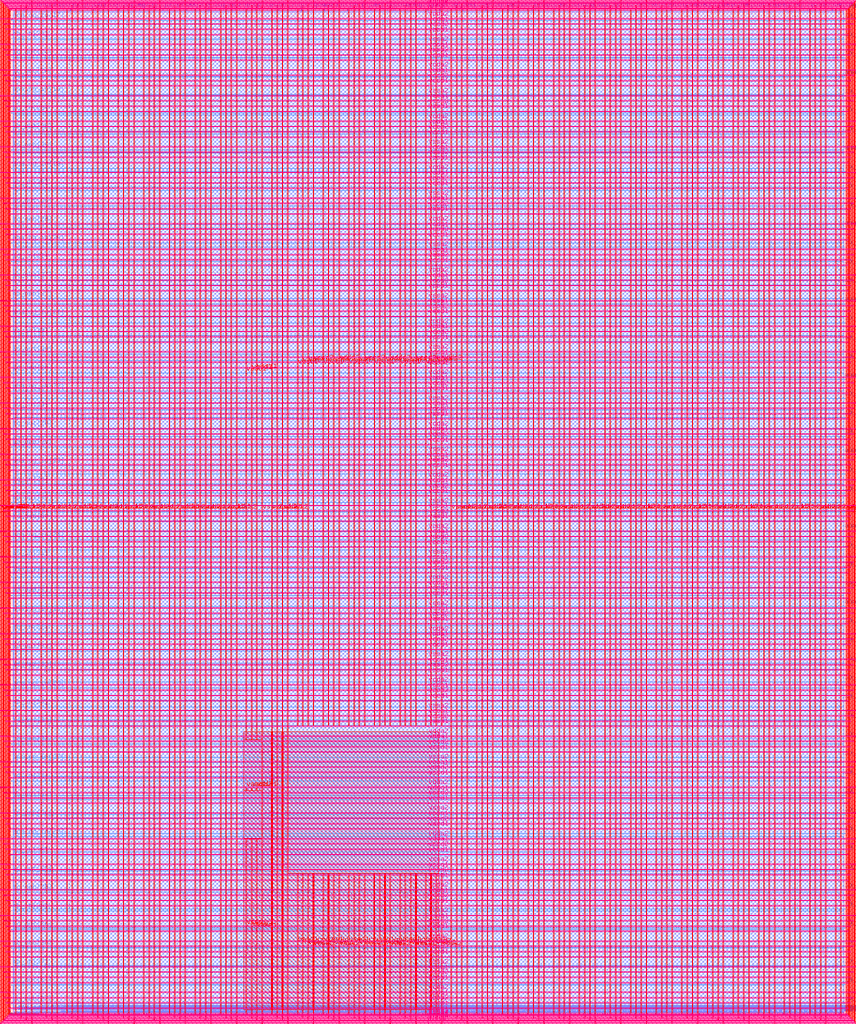
<source format=lef>
VERSION 5.7 ;
  NOWIREEXTENSIONATPIN ON ;
  DIVIDERCHAR "/" ;
  BUSBITCHARS "[]" ;
MACRO user_project_wrapper
  CLASS BLOCK ;
  FOREIGN user_project_wrapper ;
  ORIGIN 0.000 0.000 ;
  SIZE 2920.000 BY 3520.000 ;
  PIN analog_io[0]
    DIRECTION INOUT ;
    USE SIGNAL ;
    PORT
      LAYER met3 ;
        RECT 2917.600 1426.380 2924.800 1427.580 ;
    END
  END analog_io[0]
  PIN analog_io[10]
    DIRECTION INOUT ;
    USE SIGNAL ;
    PORT
      LAYER met2 ;
        RECT 2230.490 3517.600 2231.050 3524.800 ;
    END
  END analog_io[10]
  PIN analog_io[11]
    DIRECTION INOUT ;
    USE SIGNAL ;
    PORT
      LAYER met2 ;
        RECT 1905.730 3517.600 1906.290 3524.800 ;
    END
  END analog_io[11]
  PIN analog_io[12]
    DIRECTION INOUT ;
    USE SIGNAL ;
    PORT
      LAYER met2 ;
        RECT 1581.430 3517.600 1581.990 3524.800 ;
    END
  END analog_io[12]
  PIN analog_io[13]
    DIRECTION INOUT ;
    USE SIGNAL ;
    PORT
      LAYER met2 ;
        RECT 1257.130 3517.600 1257.690 3524.800 ;
    END
  END analog_io[13]
  PIN analog_io[14]
    DIRECTION INOUT ;
    USE SIGNAL ;
    PORT
      LAYER met2 ;
        RECT 932.370 3517.600 932.930 3524.800 ;
    END
  END analog_io[14]
  PIN analog_io[15]
    DIRECTION INOUT ;
    USE SIGNAL ;
    PORT
      LAYER met2 ;
        RECT 608.070 3517.600 608.630 3524.800 ;
    END
  END analog_io[15]
  PIN analog_io[16]
    DIRECTION INOUT ;
    USE SIGNAL ;
    PORT
      LAYER met2 ;
        RECT 283.770 3517.600 284.330 3524.800 ;
    END
  END analog_io[16]
  PIN analog_io[17]
    DIRECTION INOUT ;
    USE SIGNAL ;
    PORT
      LAYER met3 ;
        RECT -4.800 3486.100 2.400 3487.300 ;
    END
  END analog_io[17]
  PIN analog_io[18]
    DIRECTION INOUT ;
    USE SIGNAL ;
    PORT
      LAYER met3 ;
        RECT -4.800 3224.980 2.400 3226.180 ;
    END
  END analog_io[18]
  PIN analog_io[19]
    DIRECTION INOUT ;
    USE SIGNAL ;
    PORT
      LAYER met3 ;
        RECT -4.800 2964.540 2.400 2965.740 ;
    END
  END analog_io[19]
  PIN analog_io[1]
    DIRECTION INOUT ;
    USE SIGNAL ;
    PORT
      LAYER met3 ;
        RECT 2917.600 1692.260 2924.800 1693.460 ;
    END
  END analog_io[1]
  PIN analog_io[20]
    DIRECTION INOUT ;
    USE SIGNAL ;
    PORT
      LAYER met3 ;
        RECT -4.800 2703.420 2.400 2704.620 ;
    END
  END analog_io[20]
  PIN analog_io[21]
    DIRECTION INOUT ;
    USE SIGNAL ;
    PORT
      LAYER met3 ;
        RECT -4.800 2442.980 2.400 2444.180 ;
    END
  END analog_io[21]
  PIN analog_io[22]
    DIRECTION INOUT ;
    USE SIGNAL ;
    PORT
      LAYER met3 ;
        RECT -4.800 2182.540 2.400 2183.740 ;
    END
  END analog_io[22]
  PIN analog_io[23]
    DIRECTION INOUT ;
    USE SIGNAL ;
    PORT
      LAYER met3 ;
        RECT -4.800 1921.420 2.400 1922.620 ;
    END
  END analog_io[23]
  PIN analog_io[24]
    DIRECTION INOUT ;
    USE SIGNAL ;
    PORT
      LAYER met3 ;
        RECT -4.800 1660.980 2.400 1662.180 ;
    END
  END analog_io[24]
  PIN analog_io[25]
    DIRECTION INOUT ;
    USE SIGNAL ;
    PORT
      LAYER met3 ;
        RECT -4.800 1399.860 2.400 1401.060 ;
    END
  END analog_io[25]
  PIN analog_io[26]
    DIRECTION INOUT ;
    USE SIGNAL ;
    PORT
      LAYER met3 ;
        RECT -4.800 1139.420 2.400 1140.620 ;
    END
  END analog_io[26]
  PIN analog_io[27]
    DIRECTION INOUT ;
    USE SIGNAL ;
    PORT
      LAYER met3 ;
        RECT -4.800 878.980 2.400 880.180 ;
    END
  END analog_io[27]
  PIN analog_io[28]
    DIRECTION INOUT ;
    USE SIGNAL ;
    PORT
      LAYER met3 ;
        RECT -4.800 617.860 2.400 619.060 ;
    END
  END analog_io[28]
  PIN analog_io[2]
    DIRECTION INOUT ;
    USE SIGNAL ;
    PORT
      LAYER met3 ;
        RECT 2917.600 1958.140 2924.800 1959.340 ;
    END
  END analog_io[2]
  PIN analog_io[3]
    DIRECTION INOUT ;
    USE SIGNAL ;
    PORT
      LAYER met3 ;
        RECT 2917.600 2223.340 2924.800 2224.540 ;
    END
  END analog_io[3]
  PIN analog_io[4]
    DIRECTION INOUT ;
    USE SIGNAL ;
    PORT
      LAYER met3 ;
        RECT 2917.600 2489.220 2924.800 2490.420 ;
    END
  END analog_io[4]
  PIN analog_io[5]
    DIRECTION INOUT ;
    USE SIGNAL ;
    PORT
      LAYER met3 ;
        RECT 2917.600 2755.100 2924.800 2756.300 ;
    END
  END analog_io[5]
  PIN analog_io[6]
    DIRECTION INOUT ;
    USE SIGNAL ;
    PORT
      LAYER met3 ;
        RECT 2917.600 3020.300 2924.800 3021.500 ;
    END
  END analog_io[6]
  PIN analog_io[7]
    DIRECTION INOUT ;
    USE SIGNAL ;
    PORT
      LAYER met3 ;
        RECT 2917.600 3286.180 2924.800 3287.380 ;
    END
  END analog_io[7]
  PIN analog_io[8]
    DIRECTION INOUT ;
    USE SIGNAL ;
    PORT
      LAYER met2 ;
        RECT 2879.090 3517.600 2879.650 3524.800 ;
    END
  END analog_io[8]
  PIN analog_io[9]
    DIRECTION INOUT ;
    USE SIGNAL ;
    PORT
      LAYER met2 ;
        RECT 2554.790 3517.600 2555.350 3524.800 ;
    END
  END analog_io[9]
  PIN io_in[0]
    DIRECTION INPUT ;
    USE SIGNAL ;
    PORT
      LAYER met3 ;
        RECT 2917.600 32.380 2924.800 33.580 ;
    END
  END io_in[0]
  PIN io_in[10]
    DIRECTION INPUT ;
    USE SIGNAL ;
    PORT
      LAYER met3 ;
        RECT 2917.600 2289.980 2924.800 2291.180 ;
    END
  END io_in[10]
  PIN io_in[11]
    DIRECTION INPUT ;
    USE SIGNAL ;
    PORT
      LAYER met3 ;
        RECT 2917.600 2555.860 2924.800 2557.060 ;
    END
  END io_in[11]
  PIN io_in[12]
    DIRECTION INPUT ;
    USE SIGNAL ;
    PORT
      LAYER met3 ;
        RECT 2917.600 2821.060 2924.800 2822.260 ;
    END
  END io_in[12]
  PIN io_in[13]
    DIRECTION INPUT ;
    USE SIGNAL ;
    PORT
      LAYER met3 ;
        RECT 2917.600 3086.940 2924.800 3088.140 ;
    END
  END io_in[13]
  PIN io_in[14]
    DIRECTION INPUT ;
    USE SIGNAL ;
    PORT
      LAYER met3 ;
        RECT 2917.600 3352.820 2924.800 3354.020 ;
    END
  END io_in[14]
  PIN io_in[15]
    DIRECTION INPUT ;
    USE SIGNAL ;
    PORT
      LAYER met2 ;
        RECT 2798.130 3517.600 2798.690 3524.800 ;
    END
  END io_in[15]
  PIN io_in[16]
    DIRECTION INPUT ;
    USE SIGNAL ;
    PORT
      LAYER met2 ;
        RECT 2473.830 3517.600 2474.390 3524.800 ;
    END
  END io_in[16]
  PIN io_in[17]
    DIRECTION INPUT ;
    USE SIGNAL ;
    PORT
      LAYER met2 ;
        RECT 2149.070 3517.600 2149.630 3524.800 ;
    END
  END io_in[17]
  PIN io_in[18]
    DIRECTION INPUT ;
    USE SIGNAL ;
    PORT
      LAYER met2 ;
        RECT 1824.770 3517.600 1825.330 3524.800 ;
    END
  END io_in[18]
  PIN io_in[19]
    DIRECTION INPUT ;
    USE SIGNAL ;
    PORT
      LAYER met2 ;
        RECT 1500.470 3517.600 1501.030 3524.800 ;
    END
  END io_in[19]
  PIN io_in[1]
    DIRECTION INPUT ;
    USE SIGNAL ;
    PORT
      LAYER met3 ;
        RECT 2917.600 230.940 2924.800 232.140 ;
    END
  END io_in[1]
  PIN io_in[20]
    DIRECTION INPUT ;
    USE SIGNAL ;
    PORT
      LAYER met2 ;
        RECT 1175.710 3517.600 1176.270 3524.800 ;
    END
  END io_in[20]
  PIN io_in[21]
    DIRECTION INPUT ;
    USE SIGNAL ;
    PORT
      LAYER met2 ;
        RECT 851.410 3517.600 851.970 3524.800 ;
    END
  END io_in[21]
  PIN io_in[22]
    DIRECTION INPUT ;
    USE SIGNAL ;
    PORT
      LAYER met2 ;
        RECT 527.110 3517.600 527.670 3524.800 ;
    END
  END io_in[22]
  PIN io_in[23]
    DIRECTION INPUT ;
    USE SIGNAL ;
    PORT
      LAYER met2 ;
        RECT 202.350 3517.600 202.910 3524.800 ;
    END
  END io_in[23]
  PIN io_in[24]
    DIRECTION INPUT ;
    USE SIGNAL ;
    PORT
      LAYER met3 ;
        RECT -4.800 3420.820 2.400 3422.020 ;
    END
  END io_in[24]
  PIN io_in[25]
    DIRECTION INPUT ;
    USE SIGNAL ;
    PORT
      LAYER met3 ;
        RECT -4.800 3159.700 2.400 3160.900 ;
    END
  END io_in[25]
  PIN io_in[26]
    DIRECTION INPUT ;
    USE SIGNAL ;
    PORT
      LAYER met3 ;
        RECT -4.800 2899.260 2.400 2900.460 ;
    END
  END io_in[26]
  PIN io_in[27]
    DIRECTION INPUT ;
    USE SIGNAL ;
    PORT
      LAYER met3 ;
        RECT -4.800 2638.820 2.400 2640.020 ;
    END
  END io_in[27]
  PIN io_in[28]
    DIRECTION INPUT ;
    USE SIGNAL ;
    PORT
      LAYER met3 ;
        RECT -4.800 2377.700 2.400 2378.900 ;
    END
  END io_in[28]
  PIN io_in[29]
    DIRECTION INPUT ;
    USE SIGNAL ;
    PORT
      LAYER met3 ;
        RECT -4.800 2117.260 2.400 2118.460 ;
    END
  END io_in[29]
  PIN io_in[2]
    DIRECTION INPUT ;
    USE SIGNAL ;
    PORT
      LAYER met3 ;
        RECT 2917.600 430.180 2924.800 431.380 ;
    END
  END io_in[2]
  PIN io_in[30]
    DIRECTION INPUT ;
    USE SIGNAL ;
    PORT
      LAYER met3 ;
        RECT -4.800 1856.140 2.400 1857.340 ;
    END
  END io_in[30]
  PIN io_in[31]
    DIRECTION INPUT ;
    USE SIGNAL ;
    PORT
      LAYER met3 ;
        RECT -4.800 1595.700 2.400 1596.900 ;
    END
  END io_in[31]
  PIN io_in[32]
    DIRECTION INPUT ;
    USE SIGNAL ;
    PORT
      LAYER met3 ;
        RECT -4.800 1335.260 2.400 1336.460 ;
    END
  END io_in[32]
  PIN io_in[33]
    DIRECTION INPUT ;
    USE SIGNAL ;
    PORT
      LAYER met3 ;
        RECT -4.800 1074.140 2.400 1075.340 ;
    END
  END io_in[33]
  PIN io_in[34]
    DIRECTION INPUT ;
    USE SIGNAL ;
    PORT
      LAYER met3 ;
        RECT -4.800 813.700 2.400 814.900 ;
    END
  END io_in[34]
  PIN io_in[35]
    DIRECTION INPUT ;
    USE SIGNAL ;
    PORT
      LAYER met3 ;
        RECT -4.800 552.580 2.400 553.780 ;
    END
  END io_in[35]
  PIN io_in[36]
    DIRECTION INPUT ;
    USE SIGNAL ;
    PORT
      LAYER met3 ;
        RECT -4.800 357.420 2.400 358.620 ;
    END
  END io_in[36]
  PIN io_in[37]
    DIRECTION INPUT ;
    USE SIGNAL ;
    PORT
      LAYER met3 ;
        RECT -4.800 161.580 2.400 162.780 ;
    END
  END io_in[37]
  PIN io_in[3]
    DIRECTION INPUT ;
    USE SIGNAL ;
    PORT
      LAYER met3 ;
        RECT 2917.600 629.420 2924.800 630.620 ;
    END
  END io_in[3]
  PIN io_in[4]
    DIRECTION INPUT ;
    USE SIGNAL ;
    PORT
      LAYER met3 ;
        RECT 2917.600 828.660 2924.800 829.860 ;
    END
  END io_in[4]
  PIN io_in[5]
    DIRECTION INPUT ;
    USE SIGNAL ;
    PORT
      LAYER met3 ;
        RECT 2917.600 1027.900 2924.800 1029.100 ;
    END
  END io_in[5]
  PIN io_in[6]
    DIRECTION INPUT ;
    USE SIGNAL ;
    PORT
      LAYER met3 ;
        RECT 2917.600 1227.140 2924.800 1228.340 ;
    END
  END io_in[6]
  PIN io_in[7]
    DIRECTION INPUT ;
    USE SIGNAL ;
    PORT
      LAYER met3 ;
        RECT 2917.600 1493.020 2924.800 1494.220 ;
    END
  END io_in[7]
  PIN io_in[8]
    DIRECTION INPUT ;
    USE SIGNAL ;
    PORT
      LAYER met3 ;
        RECT 2917.600 1758.900 2924.800 1760.100 ;
    END
  END io_in[8]
  PIN io_in[9]
    DIRECTION INPUT ;
    USE SIGNAL ;
    PORT
      LAYER met3 ;
        RECT 2917.600 2024.100 2924.800 2025.300 ;
    END
  END io_in[9]
  PIN io_oeb[0]
    DIRECTION OUTPUT TRISTATE ;
    USE SIGNAL ;
    PORT
      LAYER met3 ;
        RECT 2917.600 164.980 2924.800 166.180 ;
    END
  END io_oeb[0]
  PIN io_oeb[10]
    DIRECTION OUTPUT TRISTATE ;
    USE SIGNAL ;
    PORT
      LAYER met3 ;
        RECT 2917.600 2422.580 2924.800 2423.780 ;
    END
  END io_oeb[10]
  PIN io_oeb[11]
    DIRECTION OUTPUT TRISTATE ;
    USE SIGNAL ;
    PORT
      LAYER met3 ;
        RECT 2917.600 2688.460 2924.800 2689.660 ;
    END
  END io_oeb[11]
  PIN io_oeb[12]
    DIRECTION OUTPUT TRISTATE ;
    USE SIGNAL ;
    PORT
      LAYER met3 ;
        RECT 2917.600 2954.340 2924.800 2955.540 ;
    END
  END io_oeb[12]
  PIN io_oeb[13]
    DIRECTION OUTPUT TRISTATE ;
    USE SIGNAL ;
    PORT
      LAYER met3 ;
        RECT 2917.600 3219.540 2924.800 3220.740 ;
    END
  END io_oeb[13]
  PIN io_oeb[14]
    DIRECTION OUTPUT TRISTATE ;
    USE SIGNAL ;
    PORT
      LAYER met3 ;
        RECT 2917.600 3485.420 2924.800 3486.620 ;
    END
  END io_oeb[14]
  PIN io_oeb[15]
    DIRECTION OUTPUT TRISTATE ;
    USE SIGNAL ;
    PORT
      LAYER met2 ;
        RECT 2635.750 3517.600 2636.310 3524.800 ;
    END
  END io_oeb[15]
  PIN io_oeb[16]
    DIRECTION OUTPUT TRISTATE ;
    USE SIGNAL ;
    PORT
      LAYER met2 ;
        RECT 2311.450 3517.600 2312.010 3524.800 ;
    END
  END io_oeb[16]
  PIN io_oeb[17]
    DIRECTION OUTPUT TRISTATE ;
    USE SIGNAL ;
    PORT
      LAYER met2 ;
        RECT 1987.150 3517.600 1987.710 3524.800 ;
    END
  END io_oeb[17]
  PIN io_oeb[18]
    DIRECTION OUTPUT TRISTATE ;
    USE SIGNAL ;
    PORT
      LAYER met2 ;
        RECT 1662.390 3517.600 1662.950 3524.800 ;
    END
  END io_oeb[18]
  PIN io_oeb[19]
    DIRECTION OUTPUT TRISTATE ;
    USE SIGNAL ;
    PORT
      LAYER met2 ;
        RECT 1338.090 3517.600 1338.650 3524.800 ;
    END
  END io_oeb[19]
  PIN io_oeb[1]
    DIRECTION OUTPUT TRISTATE ;
    USE SIGNAL ;
    PORT
      LAYER met3 ;
        RECT 2917.600 364.220 2924.800 365.420 ;
    END
  END io_oeb[1]
  PIN io_oeb[20]
    DIRECTION OUTPUT TRISTATE ;
    USE SIGNAL ;
    PORT
      LAYER met2 ;
        RECT 1013.790 3517.600 1014.350 3524.800 ;
    END
  END io_oeb[20]
  PIN io_oeb[21]
    DIRECTION OUTPUT TRISTATE ;
    USE SIGNAL ;
    PORT
      LAYER met2 ;
        RECT 689.030 3517.600 689.590 3524.800 ;
    END
  END io_oeb[21]
  PIN io_oeb[22]
    DIRECTION OUTPUT TRISTATE ;
    USE SIGNAL ;
    PORT
      LAYER met2 ;
        RECT 364.730 3517.600 365.290 3524.800 ;
    END
  END io_oeb[22]
  PIN io_oeb[23]
    DIRECTION OUTPUT TRISTATE ;
    USE SIGNAL ;
    PORT
      LAYER met2 ;
        RECT 40.430 3517.600 40.990 3524.800 ;
    END
  END io_oeb[23]
  PIN io_oeb[24]
    DIRECTION OUTPUT TRISTATE ;
    USE SIGNAL ;
    PORT
      LAYER met3 ;
        RECT -4.800 3290.260 2.400 3291.460 ;
    END
  END io_oeb[24]
  PIN io_oeb[25]
    DIRECTION OUTPUT TRISTATE ;
    USE SIGNAL ;
    PORT
      LAYER met3 ;
        RECT -4.800 3029.820 2.400 3031.020 ;
    END
  END io_oeb[25]
  PIN io_oeb[26]
    DIRECTION OUTPUT TRISTATE ;
    USE SIGNAL ;
    PORT
      LAYER met3 ;
        RECT -4.800 2768.700 2.400 2769.900 ;
    END
  END io_oeb[26]
  PIN io_oeb[27]
    DIRECTION OUTPUT TRISTATE ;
    USE SIGNAL ;
    PORT
      LAYER met3 ;
        RECT -4.800 2508.260 2.400 2509.460 ;
    END
  END io_oeb[27]
  PIN io_oeb[28]
    DIRECTION OUTPUT TRISTATE ;
    USE SIGNAL ;
    PORT
      LAYER met3 ;
        RECT -4.800 2247.140 2.400 2248.340 ;
    END
  END io_oeb[28]
  PIN io_oeb[29]
    DIRECTION OUTPUT TRISTATE ;
    USE SIGNAL ;
    PORT
      LAYER met3 ;
        RECT -4.800 1986.700 2.400 1987.900 ;
    END
  END io_oeb[29]
  PIN io_oeb[2]
    DIRECTION OUTPUT TRISTATE ;
    USE SIGNAL ;
    PORT
      LAYER met3 ;
        RECT 2917.600 563.460 2924.800 564.660 ;
    END
  END io_oeb[2]
  PIN io_oeb[30]
    DIRECTION OUTPUT TRISTATE ;
    USE SIGNAL ;
    PORT
      LAYER met3 ;
        RECT -4.800 1726.260 2.400 1727.460 ;
    END
  END io_oeb[30]
  PIN io_oeb[31]
    DIRECTION OUTPUT TRISTATE ;
    USE SIGNAL ;
    PORT
      LAYER met3 ;
        RECT -4.800 1465.140 2.400 1466.340 ;
    END
  END io_oeb[31]
  PIN io_oeb[32]
    DIRECTION OUTPUT TRISTATE ;
    USE SIGNAL ;
    PORT
      LAYER met3 ;
        RECT -4.800 1204.700 2.400 1205.900 ;
    END
  END io_oeb[32]
  PIN io_oeb[33]
    DIRECTION OUTPUT TRISTATE ;
    USE SIGNAL ;
    PORT
      LAYER met3 ;
        RECT -4.800 943.580 2.400 944.780 ;
    END
  END io_oeb[33]
  PIN io_oeb[34]
    DIRECTION OUTPUT TRISTATE ;
    USE SIGNAL ;
    PORT
      LAYER met3 ;
        RECT -4.800 683.140 2.400 684.340 ;
    END
  END io_oeb[34]
  PIN io_oeb[35]
    DIRECTION OUTPUT TRISTATE ;
    USE SIGNAL ;
    PORT
      LAYER met3 ;
        RECT -4.800 422.700 2.400 423.900 ;
    END
  END io_oeb[35]
  PIN io_oeb[36]
    DIRECTION OUTPUT TRISTATE ;
    USE SIGNAL ;
    PORT
      LAYER met3 ;
        RECT -4.800 226.860 2.400 228.060 ;
    END
  END io_oeb[36]
  PIN io_oeb[37]
    DIRECTION OUTPUT TRISTATE ;
    USE SIGNAL ;
    PORT
      LAYER met3 ;
        RECT -4.800 31.700 2.400 32.900 ;
    END
  END io_oeb[37]
  PIN io_oeb[3]
    DIRECTION OUTPUT TRISTATE ;
    USE SIGNAL ;
    PORT
      LAYER met3 ;
        RECT 2917.600 762.700 2924.800 763.900 ;
    END
  END io_oeb[3]
  PIN io_oeb[4]
    DIRECTION OUTPUT TRISTATE ;
    USE SIGNAL ;
    PORT
      LAYER met3 ;
        RECT 2917.600 961.940 2924.800 963.140 ;
    END
  END io_oeb[4]
  PIN io_oeb[5]
    DIRECTION OUTPUT TRISTATE ;
    USE SIGNAL ;
    PORT
      LAYER met3 ;
        RECT 2917.600 1161.180 2924.800 1162.380 ;
    END
  END io_oeb[5]
  PIN io_oeb[6]
    DIRECTION OUTPUT TRISTATE ;
    USE SIGNAL ;
    PORT
      LAYER met3 ;
        RECT 2917.600 1360.420 2924.800 1361.620 ;
    END
  END io_oeb[6]
  PIN io_oeb[7]
    DIRECTION OUTPUT TRISTATE ;
    USE SIGNAL ;
    PORT
      LAYER met3 ;
        RECT 2917.600 1625.620 2924.800 1626.820 ;
    END
  END io_oeb[7]
  PIN io_oeb[8]
    DIRECTION OUTPUT TRISTATE ;
    USE SIGNAL ;
    PORT
      LAYER met3 ;
        RECT 2917.600 1891.500 2924.800 1892.700 ;
    END
  END io_oeb[8]
  PIN io_oeb[9]
    DIRECTION OUTPUT TRISTATE ;
    USE SIGNAL ;
    PORT
      LAYER met3 ;
        RECT 2917.600 2157.380 2924.800 2158.580 ;
    END
  END io_oeb[9]
  PIN io_out[0]
    DIRECTION OUTPUT TRISTATE ;
    USE SIGNAL ;
    PORT
      LAYER met3 ;
        RECT 2917.600 98.340 2924.800 99.540 ;
    END
  END io_out[0]
  PIN io_out[10]
    DIRECTION OUTPUT TRISTATE ;
    USE SIGNAL ;
    PORT
      LAYER met3 ;
        RECT 2917.600 2356.620 2924.800 2357.820 ;
    END
  END io_out[10]
  PIN io_out[11]
    DIRECTION OUTPUT TRISTATE ;
    USE SIGNAL ;
    PORT
      LAYER met3 ;
        RECT 2917.600 2621.820 2924.800 2623.020 ;
    END
  END io_out[11]
  PIN io_out[12]
    DIRECTION OUTPUT TRISTATE ;
    USE SIGNAL ;
    PORT
      LAYER met3 ;
        RECT 2917.600 2887.700 2924.800 2888.900 ;
    END
  END io_out[12]
  PIN io_out[13]
    DIRECTION OUTPUT TRISTATE ;
    USE SIGNAL ;
    PORT
      LAYER met3 ;
        RECT 2917.600 3153.580 2924.800 3154.780 ;
    END
  END io_out[13]
  PIN io_out[14]
    DIRECTION OUTPUT TRISTATE ;
    USE SIGNAL ;
    PORT
      LAYER met3 ;
        RECT 2917.600 3418.780 2924.800 3419.980 ;
    END
  END io_out[14]
  PIN io_out[15]
    DIRECTION OUTPUT TRISTATE ;
    USE SIGNAL ;
    PORT
      LAYER met2 ;
        RECT 2717.170 3517.600 2717.730 3524.800 ;
    END
  END io_out[15]
  PIN io_out[16]
    DIRECTION OUTPUT TRISTATE ;
    USE SIGNAL ;
    PORT
      LAYER met2 ;
        RECT 2392.410 3517.600 2392.970 3524.800 ;
    END
  END io_out[16]
  PIN io_out[17]
    DIRECTION OUTPUT TRISTATE ;
    USE SIGNAL ;
    PORT
      LAYER met2 ;
        RECT 2068.110 3517.600 2068.670 3524.800 ;
    END
  END io_out[17]
  PIN io_out[18]
    DIRECTION OUTPUT TRISTATE ;
    USE SIGNAL ;
    PORT
      LAYER met2 ;
        RECT 1743.810 3517.600 1744.370 3524.800 ;
    END
  END io_out[18]
  PIN io_out[19]
    DIRECTION OUTPUT TRISTATE ;
    USE SIGNAL ;
    PORT
      LAYER met2 ;
        RECT 1419.050 3517.600 1419.610 3524.800 ;
    END
  END io_out[19]
  PIN io_out[1]
    DIRECTION OUTPUT TRISTATE ;
    USE SIGNAL ;
    PORT
      LAYER met3 ;
        RECT 2917.600 297.580 2924.800 298.780 ;
    END
  END io_out[1]
  PIN io_out[20]
    DIRECTION OUTPUT TRISTATE ;
    USE SIGNAL ;
    PORT
      LAYER met2 ;
        RECT 1094.750 3517.600 1095.310 3524.800 ;
    END
  END io_out[20]
  PIN io_out[21]
    DIRECTION OUTPUT TRISTATE ;
    USE SIGNAL ;
    PORT
      LAYER met2 ;
        RECT 770.450 3517.600 771.010 3524.800 ;
    END
  END io_out[21]
  PIN io_out[22]
    DIRECTION OUTPUT TRISTATE ;
    USE SIGNAL ;
    PORT
      LAYER met2 ;
        RECT 445.690 3517.600 446.250 3524.800 ;
    END
  END io_out[22]
  PIN io_out[23]
    DIRECTION OUTPUT TRISTATE ;
    USE SIGNAL ;
    PORT
      LAYER met2 ;
        RECT 121.390 3517.600 121.950 3524.800 ;
    END
  END io_out[23]
  PIN io_out[24]
    DIRECTION OUTPUT TRISTATE ;
    USE SIGNAL ;
    PORT
      LAYER met3 ;
        RECT -4.800 3355.540 2.400 3356.740 ;
    END
  END io_out[24]
  PIN io_out[25]
    DIRECTION OUTPUT TRISTATE ;
    USE SIGNAL ;
    PORT
      LAYER met3 ;
        RECT -4.800 3095.100 2.400 3096.300 ;
    END
  END io_out[25]
  PIN io_out[26]
    DIRECTION OUTPUT TRISTATE ;
    USE SIGNAL ;
    PORT
      LAYER met3 ;
        RECT -4.800 2833.980 2.400 2835.180 ;
    END
  END io_out[26]
  PIN io_out[27]
    DIRECTION OUTPUT TRISTATE ;
    USE SIGNAL ;
    PORT
      LAYER met3 ;
        RECT -4.800 2573.540 2.400 2574.740 ;
    END
  END io_out[27]
  PIN io_out[28]
    DIRECTION OUTPUT TRISTATE ;
    USE SIGNAL ;
    PORT
      LAYER met3 ;
        RECT -4.800 2312.420 2.400 2313.620 ;
    END
  END io_out[28]
  PIN io_out[29]
    DIRECTION OUTPUT TRISTATE ;
    USE SIGNAL ;
    PORT
      LAYER met3 ;
        RECT -4.800 2051.980 2.400 2053.180 ;
    END
  END io_out[29]
  PIN io_out[2]
    DIRECTION OUTPUT TRISTATE ;
    USE SIGNAL ;
    PORT
      LAYER met3 ;
        RECT 2917.600 496.820 2924.800 498.020 ;
    END
  END io_out[2]
  PIN io_out[30]
    DIRECTION OUTPUT TRISTATE ;
    USE SIGNAL ;
    PORT
      LAYER met3 ;
        RECT -4.800 1791.540 2.400 1792.740 ;
    END
  END io_out[30]
  PIN io_out[31]
    DIRECTION OUTPUT TRISTATE ;
    USE SIGNAL ;
    PORT
      LAYER met3 ;
        RECT -4.800 1530.420 2.400 1531.620 ;
    END
  END io_out[31]
  PIN io_out[32]
    DIRECTION OUTPUT TRISTATE ;
    USE SIGNAL ;
    PORT
      LAYER met3 ;
        RECT -4.800 1269.980 2.400 1271.180 ;
    END
  END io_out[32]
  PIN io_out[33]
    DIRECTION OUTPUT TRISTATE ;
    USE SIGNAL ;
    PORT
      LAYER met3 ;
        RECT -4.800 1008.860 2.400 1010.060 ;
    END
  END io_out[33]
  PIN io_out[34]
    DIRECTION OUTPUT TRISTATE ;
    USE SIGNAL ;
    PORT
      LAYER met3 ;
        RECT -4.800 748.420 2.400 749.620 ;
    END
  END io_out[34]
  PIN io_out[35]
    DIRECTION OUTPUT TRISTATE ;
    USE SIGNAL ;
    PORT
      LAYER met3 ;
        RECT -4.800 487.300 2.400 488.500 ;
    END
  END io_out[35]
  PIN io_out[36]
    DIRECTION OUTPUT TRISTATE ;
    USE SIGNAL ;
    PORT
      LAYER met3 ;
        RECT -4.800 292.140 2.400 293.340 ;
    END
  END io_out[36]
  PIN io_out[37]
    DIRECTION OUTPUT TRISTATE ;
    USE SIGNAL ;
    PORT
      LAYER met3 ;
        RECT -4.800 96.300 2.400 97.500 ;
    END
  END io_out[37]
  PIN io_out[3]
    DIRECTION OUTPUT TRISTATE ;
    USE SIGNAL ;
    PORT
      LAYER met3 ;
        RECT 2917.600 696.060 2924.800 697.260 ;
    END
  END io_out[3]
  PIN io_out[4]
    DIRECTION OUTPUT TRISTATE ;
    USE SIGNAL ;
    PORT
      LAYER met3 ;
        RECT 2917.600 895.300 2924.800 896.500 ;
    END
  END io_out[4]
  PIN io_out[5]
    DIRECTION OUTPUT TRISTATE ;
    USE SIGNAL ;
    PORT
      LAYER met3 ;
        RECT 2917.600 1094.540 2924.800 1095.740 ;
    END
  END io_out[5]
  PIN io_out[6]
    DIRECTION OUTPUT TRISTATE ;
    USE SIGNAL ;
    PORT
      LAYER met3 ;
        RECT 2917.600 1293.780 2924.800 1294.980 ;
    END
  END io_out[6]
  PIN io_out[7]
    DIRECTION OUTPUT TRISTATE ;
    USE SIGNAL ;
    PORT
      LAYER met3 ;
        RECT 2917.600 1559.660 2924.800 1560.860 ;
    END
  END io_out[7]
  PIN io_out[8]
    DIRECTION OUTPUT TRISTATE ;
    USE SIGNAL ;
    PORT
      LAYER met3 ;
        RECT 2917.600 1824.860 2924.800 1826.060 ;
    END
  END io_out[8]
  PIN io_out[9]
    DIRECTION OUTPUT TRISTATE ;
    USE SIGNAL ;
    PORT
      LAYER met3 ;
        RECT 2917.600 2090.740 2924.800 2091.940 ;
    END
  END io_out[9]
  PIN la_data_in[0]
    DIRECTION INPUT ;
    USE SIGNAL ;
    PORT
      LAYER met2 ;
        RECT 629.230 -4.800 629.790 2.400 ;
    END
  END la_data_in[0]
  PIN la_data_in[100]
    DIRECTION INPUT ;
    USE SIGNAL ;
    PORT
      LAYER met2 ;
        RECT 2402.530 -4.800 2403.090 2.400 ;
    END
  END la_data_in[100]
  PIN la_data_in[101]
    DIRECTION INPUT ;
    USE SIGNAL ;
    PORT
      LAYER met2 ;
        RECT 2420.010 -4.800 2420.570 2.400 ;
    END
  END la_data_in[101]
  PIN la_data_in[102]
    DIRECTION INPUT ;
    USE SIGNAL ;
    PORT
      LAYER met2 ;
        RECT 2437.950 -4.800 2438.510 2.400 ;
    END
  END la_data_in[102]
  PIN la_data_in[103]
    DIRECTION INPUT ;
    USE SIGNAL ;
    PORT
      LAYER met2 ;
        RECT 2455.430 -4.800 2455.990 2.400 ;
    END
  END la_data_in[103]
  PIN la_data_in[104]
    DIRECTION INPUT ;
    USE SIGNAL ;
    PORT
      LAYER met2 ;
        RECT 2473.370 -4.800 2473.930 2.400 ;
    END
  END la_data_in[104]
  PIN la_data_in[105]
    DIRECTION INPUT ;
    USE SIGNAL ;
    PORT
      LAYER met2 ;
        RECT 2490.850 -4.800 2491.410 2.400 ;
    END
  END la_data_in[105]
  PIN la_data_in[106]
    DIRECTION INPUT ;
    USE SIGNAL ;
    PORT
      LAYER met2 ;
        RECT 2508.790 -4.800 2509.350 2.400 ;
    END
  END la_data_in[106]
  PIN la_data_in[107]
    DIRECTION INPUT ;
    USE SIGNAL ;
    PORT
      LAYER met2 ;
        RECT 2526.730 -4.800 2527.290 2.400 ;
    END
  END la_data_in[107]
  PIN la_data_in[108]
    DIRECTION INPUT ;
    USE SIGNAL ;
    PORT
      LAYER met2 ;
        RECT 2544.210 -4.800 2544.770 2.400 ;
    END
  END la_data_in[108]
  PIN la_data_in[109]
    DIRECTION INPUT ;
    USE SIGNAL ;
    PORT
      LAYER met2 ;
        RECT 2562.150 -4.800 2562.710 2.400 ;
    END
  END la_data_in[109]
  PIN la_data_in[10]
    DIRECTION INPUT ;
    USE SIGNAL ;
    PORT
      LAYER met2 ;
        RECT 806.330 -4.800 806.890 2.400 ;
    END
  END la_data_in[10]
  PIN la_data_in[110]
    DIRECTION INPUT ;
    USE SIGNAL ;
    PORT
      LAYER met2 ;
        RECT 2579.630 -4.800 2580.190 2.400 ;
    END
  END la_data_in[110]
  PIN la_data_in[111]
    DIRECTION INPUT ;
    USE SIGNAL ;
    PORT
      LAYER met2 ;
        RECT 2597.570 -4.800 2598.130 2.400 ;
    END
  END la_data_in[111]
  PIN la_data_in[112]
    DIRECTION INPUT ;
    USE SIGNAL ;
    PORT
      LAYER met2 ;
        RECT 2615.050 -4.800 2615.610 2.400 ;
    END
  END la_data_in[112]
  PIN la_data_in[113]
    DIRECTION INPUT ;
    USE SIGNAL ;
    PORT
      LAYER met2 ;
        RECT 2632.990 -4.800 2633.550 2.400 ;
    END
  END la_data_in[113]
  PIN la_data_in[114]
    DIRECTION INPUT ;
    USE SIGNAL ;
    PORT
      LAYER met2 ;
        RECT 2650.470 -4.800 2651.030 2.400 ;
    END
  END la_data_in[114]
  PIN la_data_in[115]
    DIRECTION INPUT ;
    USE SIGNAL ;
    PORT
      LAYER met2 ;
        RECT 2668.410 -4.800 2668.970 2.400 ;
    END
  END la_data_in[115]
  PIN la_data_in[116]
    DIRECTION INPUT ;
    USE SIGNAL ;
    PORT
      LAYER met2 ;
        RECT 2685.890 -4.800 2686.450 2.400 ;
    END
  END la_data_in[116]
  PIN la_data_in[117]
    DIRECTION INPUT ;
    USE SIGNAL ;
    PORT
      LAYER met2 ;
        RECT 2703.830 -4.800 2704.390 2.400 ;
    END
  END la_data_in[117]
  PIN la_data_in[118]
    DIRECTION INPUT ;
    USE SIGNAL ;
    PORT
      LAYER met2 ;
        RECT 2721.770 -4.800 2722.330 2.400 ;
    END
  END la_data_in[118]
  PIN la_data_in[119]
    DIRECTION INPUT ;
    USE SIGNAL ;
    PORT
      LAYER met2 ;
        RECT 2739.250 -4.800 2739.810 2.400 ;
    END
  END la_data_in[119]
  PIN la_data_in[11]
    DIRECTION INPUT ;
    USE SIGNAL ;
    PORT
      LAYER met2 ;
        RECT 824.270 -4.800 824.830 2.400 ;
    END
  END la_data_in[11]
  PIN la_data_in[120]
    DIRECTION INPUT ;
    USE SIGNAL ;
    PORT
      LAYER met2 ;
        RECT 2757.190 -4.800 2757.750 2.400 ;
    END
  END la_data_in[120]
  PIN la_data_in[121]
    DIRECTION INPUT ;
    USE SIGNAL ;
    PORT
      LAYER met2 ;
        RECT 2774.670 -4.800 2775.230 2.400 ;
    END
  END la_data_in[121]
  PIN la_data_in[122]
    DIRECTION INPUT ;
    USE SIGNAL ;
    PORT
      LAYER met2 ;
        RECT 2792.610 -4.800 2793.170 2.400 ;
    END
  END la_data_in[122]
  PIN la_data_in[123]
    DIRECTION INPUT ;
    USE SIGNAL ;
    PORT
      LAYER met2 ;
        RECT 2810.090 -4.800 2810.650 2.400 ;
    END
  END la_data_in[123]
  PIN la_data_in[124]
    DIRECTION INPUT ;
    USE SIGNAL ;
    PORT
      LAYER met2 ;
        RECT 2828.030 -4.800 2828.590 2.400 ;
    END
  END la_data_in[124]
  PIN la_data_in[125]
    DIRECTION INPUT ;
    USE SIGNAL ;
    PORT
      LAYER met2 ;
        RECT 2845.510 -4.800 2846.070 2.400 ;
    END
  END la_data_in[125]
  PIN la_data_in[126]
    DIRECTION INPUT ;
    USE SIGNAL ;
    PORT
      LAYER met2 ;
        RECT 2863.450 -4.800 2864.010 2.400 ;
    END
  END la_data_in[126]
  PIN la_data_in[127]
    DIRECTION INPUT ;
    USE SIGNAL ;
    PORT
      LAYER met2 ;
        RECT 2881.390 -4.800 2881.950 2.400 ;
    END
  END la_data_in[127]
  PIN la_data_in[12]
    DIRECTION INPUT ;
    USE SIGNAL ;
    PORT
      LAYER met2 ;
        RECT 841.750 -4.800 842.310 2.400 ;
    END
  END la_data_in[12]
  PIN la_data_in[13]
    DIRECTION INPUT ;
    USE SIGNAL ;
    PORT
      LAYER met2 ;
        RECT 859.690 -4.800 860.250 2.400 ;
    END
  END la_data_in[13]
  PIN la_data_in[14]
    DIRECTION INPUT ;
    USE SIGNAL ;
    PORT
      LAYER met2 ;
        RECT 877.170 -4.800 877.730 2.400 ;
    END
  END la_data_in[14]
  PIN la_data_in[15]
    DIRECTION INPUT ;
    USE SIGNAL ;
    PORT
      LAYER met2 ;
        RECT 895.110 -4.800 895.670 2.400 ;
    END
  END la_data_in[15]
  PIN la_data_in[16]
    DIRECTION INPUT ;
    USE SIGNAL ;
    PORT
      LAYER met2 ;
        RECT 912.590 -4.800 913.150 2.400 ;
    END
  END la_data_in[16]
  PIN la_data_in[17]
    DIRECTION INPUT ;
    USE SIGNAL ;
    PORT
      LAYER met2 ;
        RECT 930.530 -4.800 931.090 2.400 ;
    END
  END la_data_in[17]
  PIN la_data_in[18]
    DIRECTION INPUT ;
    USE SIGNAL ;
    PORT
      LAYER met2 ;
        RECT 948.470 -4.800 949.030 2.400 ;
    END
  END la_data_in[18]
  PIN la_data_in[19]
    DIRECTION INPUT ;
    USE SIGNAL ;
    PORT
      LAYER met2 ;
        RECT 965.950 -4.800 966.510 2.400 ;
    END
  END la_data_in[19]
  PIN la_data_in[1]
    DIRECTION INPUT ;
    USE SIGNAL ;
    PORT
      LAYER met2 ;
        RECT 646.710 -4.800 647.270 2.400 ;
    END
  END la_data_in[1]
  PIN la_data_in[20]
    DIRECTION INPUT ;
    USE SIGNAL ;
    PORT
      LAYER met2 ;
        RECT 983.890 -4.800 984.450 2.400 ;
    END
  END la_data_in[20]
  PIN la_data_in[21]
    DIRECTION INPUT ;
    USE SIGNAL ;
    PORT
      LAYER met2 ;
        RECT 1001.370 -4.800 1001.930 2.400 ;
    END
  END la_data_in[21]
  PIN la_data_in[22]
    DIRECTION INPUT ;
    USE SIGNAL ;
    PORT
      LAYER met2 ;
        RECT 1019.310 -4.800 1019.870 2.400 ;
    END
  END la_data_in[22]
  PIN la_data_in[23]
    DIRECTION INPUT ;
    USE SIGNAL ;
    PORT
      LAYER met2 ;
        RECT 1036.790 -4.800 1037.350 2.400 ;
    END
  END la_data_in[23]
  PIN la_data_in[24]
    DIRECTION INPUT ;
    USE SIGNAL ;
    PORT
      LAYER met2 ;
        RECT 1054.730 -4.800 1055.290 2.400 ;
    END
  END la_data_in[24]
  PIN la_data_in[25]
    DIRECTION INPUT ;
    USE SIGNAL ;
    PORT
      LAYER met2 ;
        RECT 1072.210 -4.800 1072.770 2.400 ;
    END
  END la_data_in[25]
  PIN la_data_in[26]
    DIRECTION INPUT ;
    USE SIGNAL ;
    PORT
      LAYER met2 ;
        RECT 1090.150 -4.800 1090.710 2.400 ;
    END
  END la_data_in[26]
  PIN la_data_in[27]
    DIRECTION INPUT ;
    USE SIGNAL ;
    PORT
      LAYER met2 ;
        RECT 1107.630 -4.800 1108.190 2.400 ;
    END
  END la_data_in[27]
  PIN la_data_in[28]
    DIRECTION INPUT ;
    USE SIGNAL ;
    PORT
      LAYER met2 ;
        RECT 1125.570 -4.800 1126.130 2.400 ;
    END
  END la_data_in[28]
  PIN la_data_in[29]
    DIRECTION INPUT ;
    USE SIGNAL ;
    PORT
      LAYER met2 ;
        RECT 1143.510 -4.800 1144.070 2.400 ;
    END
  END la_data_in[29]
  PIN la_data_in[2]
    DIRECTION INPUT ;
    USE SIGNAL ;
    PORT
      LAYER met2 ;
        RECT 664.650 -4.800 665.210 2.400 ;
    END
  END la_data_in[2]
  PIN la_data_in[30]
    DIRECTION INPUT ;
    USE SIGNAL ;
    PORT
      LAYER met2 ;
        RECT 1160.990 -4.800 1161.550 2.400 ;
    END
  END la_data_in[30]
  PIN la_data_in[31]
    DIRECTION INPUT ;
    USE SIGNAL ;
    PORT
      LAYER met2 ;
        RECT 1178.930 -4.800 1179.490 2.400 ;
    END
  END la_data_in[31]
  PIN la_data_in[32]
    DIRECTION INPUT ;
    USE SIGNAL ;
    PORT
      LAYER met2 ;
        RECT 1196.410 -4.800 1196.970 2.400 ;
    END
  END la_data_in[32]
  PIN la_data_in[33]
    DIRECTION INPUT ;
    USE SIGNAL ;
    PORT
      LAYER met2 ;
        RECT 1214.350 -4.800 1214.910 2.400 ;
    END
  END la_data_in[33]
  PIN la_data_in[34]
    DIRECTION INPUT ;
    USE SIGNAL ;
    PORT
      LAYER met2 ;
        RECT 1231.830 -4.800 1232.390 2.400 ;
    END
  END la_data_in[34]
  PIN la_data_in[35]
    DIRECTION INPUT ;
    USE SIGNAL ;
    PORT
      LAYER met2 ;
        RECT 1249.770 -4.800 1250.330 2.400 ;
    END
  END la_data_in[35]
  PIN la_data_in[36]
    DIRECTION INPUT ;
    USE SIGNAL ;
    PORT
      LAYER met2 ;
        RECT 1267.250 -4.800 1267.810 2.400 ;
    END
  END la_data_in[36]
  PIN la_data_in[37]
    DIRECTION INPUT ;
    USE SIGNAL ;
    PORT
      LAYER met2 ;
        RECT 1285.190 -4.800 1285.750 2.400 ;
    END
  END la_data_in[37]
  PIN la_data_in[38]
    DIRECTION INPUT ;
    USE SIGNAL ;
    PORT
      LAYER met2 ;
        RECT 1303.130 -4.800 1303.690 2.400 ;
    END
  END la_data_in[38]
  PIN la_data_in[39]
    DIRECTION INPUT ;
    USE SIGNAL ;
    PORT
      LAYER met2 ;
        RECT 1320.610 -4.800 1321.170 2.400 ;
    END
  END la_data_in[39]
  PIN la_data_in[3]
    DIRECTION INPUT ;
    USE SIGNAL ;
    PORT
      LAYER met2 ;
        RECT 682.130 -4.800 682.690 2.400 ;
    END
  END la_data_in[3]
  PIN la_data_in[40]
    DIRECTION INPUT ;
    USE SIGNAL ;
    PORT
      LAYER met2 ;
        RECT 1338.550 -4.800 1339.110 2.400 ;
    END
  END la_data_in[40]
  PIN la_data_in[41]
    DIRECTION INPUT ;
    USE SIGNAL ;
    PORT
      LAYER met2 ;
        RECT 1356.030 -4.800 1356.590 2.400 ;
    END
  END la_data_in[41]
  PIN la_data_in[42]
    DIRECTION INPUT ;
    USE SIGNAL ;
    PORT
      LAYER met2 ;
        RECT 1373.970 -4.800 1374.530 2.400 ;
    END
  END la_data_in[42]
  PIN la_data_in[43]
    DIRECTION INPUT ;
    USE SIGNAL ;
    PORT
      LAYER met2 ;
        RECT 1391.450 -4.800 1392.010 2.400 ;
    END
  END la_data_in[43]
  PIN la_data_in[44]
    DIRECTION INPUT ;
    USE SIGNAL ;
    PORT
      LAYER met2 ;
        RECT 1409.390 -4.800 1409.950 2.400 ;
    END
  END la_data_in[44]
  PIN la_data_in[45]
    DIRECTION INPUT ;
    USE SIGNAL ;
    PORT
      LAYER met2 ;
        RECT 1426.870 -4.800 1427.430 2.400 ;
    END
  END la_data_in[45]
  PIN la_data_in[46]
    DIRECTION INPUT ;
    USE SIGNAL ;
    PORT
      LAYER met2 ;
        RECT 1444.810 -4.800 1445.370 2.400 ;
    END
  END la_data_in[46]
  PIN la_data_in[47]
    DIRECTION INPUT ;
    USE SIGNAL ;
    PORT
      LAYER met2 ;
        RECT 1462.750 -4.800 1463.310 2.400 ;
    END
  END la_data_in[47]
  PIN la_data_in[48]
    DIRECTION INPUT ;
    USE SIGNAL ;
    PORT
      LAYER met2 ;
        RECT 1480.230 -4.800 1480.790 2.400 ;
    END
  END la_data_in[48]
  PIN la_data_in[49]
    DIRECTION INPUT ;
    USE SIGNAL ;
    PORT
      LAYER met2 ;
        RECT 1498.170 -4.800 1498.730 2.400 ;
    END
  END la_data_in[49]
  PIN la_data_in[4]
    DIRECTION INPUT ;
    USE SIGNAL ;
    PORT
      LAYER met2 ;
        RECT 700.070 -4.800 700.630 2.400 ;
    END
  END la_data_in[4]
  PIN la_data_in[50]
    DIRECTION INPUT ;
    USE SIGNAL ;
    PORT
      LAYER met2 ;
        RECT 1515.650 -4.800 1516.210 2.400 ;
    END
  END la_data_in[50]
  PIN la_data_in[51]
    DIRECTION INPUT ;
    USE SIGNAL ;
    PORT
      LAYER met2 ;
        RECT 1533.590 -4.800 1534.150 2.400 ;
    END
  END la_data_in[51]
  PIN la_data_in[52]
    DIRECTION INPUT ;
    USE SIGNAL ;
    PORT
      LAYER met2 ;
        RECT 1551.070 -4.800 1551.630 2.400 ;
    END
  END la_data_in[52]
  PIN la_data_in[53]
    DIRECTION INPUT ;
    USE SIGNAL ;
    PORT
      LAYER met2 ;
        RECT 1569.010 -4.800 1569.570 2.400 ;
    END
  END la_data_in[53]
  PIN la_data_in[54]
    DIRECTION INPUT ;
    USE SIGNAL ;
    PORT
      LAYER met2 ;
        RECT 1586.490 -4.800 1587.050 2.400 ;
    END
  END la_data_in[54]
  PIN la_data_in[55]
    DIRECTION INPUT ;
    USE SIGNAL ;
    PORT
      LAYER met2 ;
        RECT 1604.430 -4.800 1604.990 2.400 ;
    END
  END la_data_in[55]
  PIN la_data_in[56]
    DIRECTION INPUT ;
    USE SIGNAL ;
    PORT
      LAYER met2 ;
        RECT 1621.910 -4.800 1622.470 2.400 ;
    END
  END la_data_in[56]
  PIN la_data_in[57]
    DIRECTION INPUT ;
    USE SIGNAL ;
    PORT
      LAYER met2 ;
        RECT 1639.850 -4.800 1640.410 2.400 ;
    END
  END la_data_in[57]
  PIN la_data_in[58]
    DIRECTION INPUT ;
    USE SIGNAL ;
    PORT
      LAYER met2 ;
        RECT 1657.790 -4.800 1658.350 2.400 ;
    END
  END la_data_in[58]
  PIN la_data_in[59]
    DIRECTION INPUT ;
    USE SIGNAL ;
    PORT
      LAYER met2 ;
        RECT 1675.270 -4.800 1675.830 2.400 ;
    END
  END la_data_in[59]
  PIN la_data_in[5]
    DIRECTION INPUT ;
    USE SIGNAL ;
    PORT
      LAYER met2 ;
        RECT 717.550 -4.800 718.110 2.400 ;
    END
  END la_data_in[5]
  PIN la_data_in[60]
    DIRECTION INPUT ;
    USE SIGNAL ;
    PORT
      LAYER met2 ;
        RECT 1693.210 -4.800 1693.770 2.400 ;
    END
  END la_data_in[60]
  PIN la_data_in[61]
    DIRECTION INPUT ;
    USE SIGNAL ;
    PORT
      LAYER met2 ;
        RECT 1710.690 -4.800 1711.250 2.400 ;
    END
  END la_data_in[61]
  PIN la_data_in[62]
    DIRECTION INPUT ;
    USE SIGNAL ;
    PORT
      LAYER met2 ;
        RECT 1728.630 -4.800 1729.190 2.400 ;
    END
  END la_data_in[62]
  PIN la_data_in[63]
    DIRECTION INPUT ;
    USE SIGNAL ;
    PORT
      LAYER met2 ;
        RECT 1746.110 -4.800 1746.670 2.400 ;
    END
  END la_data_in[63]
  PIN la_data_in[64]
    DIRECTION INPUT ;
    USE SIGNAL ;
    PORT
      LAYER met2 ;
        RECT 1764.050 -4.800 1764.610 2.400 ;
    END
  END la_data_in[64]
  PIN la_data_in[65]
    DIRECTION INPUT ;
    USE SIGNAL ;
    PORT
      LAYER met2 ;
        RECT 1781.530 -4.800 1782.090 2.400 ;
    END
  END la_data_in[65]
  PIN la_data_in[66]
    DIRECTION INPUT ;
    USE SIGNAL ;
    PORT
      LAYER met2 ;
        RECT 1799.470 -4.800 1800.030 2.400 ;
    END
  END la_data_in[66]
  PIN la_data_in[67]
    DIRECTION INPUT ;
    USE SIGNAL ;
    PORT
      LAYER met2 ;
        RECT 1817.410 -4.800 1817.970 2.400 ;
    END
  END la_data_in[67]
  PIN la_data_in[68]
    DIRECTION INPUT ;
    USE SIGNAL ;
    PORT
      LAYER met2 ;
        RECT 1834.890 -4.800 1835.450 2.400 ;
    END
  END la_data_in[68]
  PIN la_data_in[69]
    DIRECTION INPUT ;
    USE SIGNAL ;
    PORT
      LAYER met2 ;
        RECT 1852.830 -4.800 1853.390 2.400 ;
    END
  END la_data_in[69]
  PIN la_data_in[6]
    DIRECTION INPUT ;
    USE SIGNAL ;
    PORT
      LAYER met2 ;
        RECT 735.490 -4.800 736.050 2.400 ;
    END
  END la_data_in[6]
  PIN la_data_in[70]
    DIRECTION INPUT ;
    USE SIGNAL ;
    PORT
      LAYER met2 ;
        RECT 1870.310 -4.800 1870.870 2.400 ;
    END
  END la_data_in[70]
  PIN la_data_in[71]
    DIRECTION INPUT ;
    USE SIGNAL ;
    PORT
      LAYER met2 ;
        RECT 1888.250 -4.800 1888.810 2.400 ;
    END
  END la_data_in[71]
  PIN la_data_in[72]
    DIRECTION INPUT ;
    USE SIGNAL ;
    PORT
      LAYER met2 ;
        RECT 1905.730 -4.800 1906.290 2.400 ;
    END
  END la_data_in[72]
  PIN la_data_in[73]
    DIRECTION INPUT ;
    USE SIGNAL ;
    PORT
      LAYER met2 ;
        RECT 1923.670 -4.800 1924.230 2.400 ;
    END
  END la_data_in[73]
  PIN la_data_in[74]
    DIRECTION INPUT ;
    USE SIGNAL ;
    PORT
      LAYER met2 ;
        RECT 1941.150 -4.800 1941.710 2.400 ;
    END
  END la_data_in[74]
  PIN la_data_in[75]
    DIRECTION INPUT ;
    USE SIGNAL ;
    PORT
      LAYER met2 ;
        RECT 1959.090 -4.800 1959.650 2.400 ;
    END
  END la_data_in[75]
  PIN la_data_in[76]
    DIRECTION INPUT ;
    USE SIGNAL ;
    PORT
      LAYER met2 ;
        RECT 1976.570 -4.800 1977.130 2.400 ;
    END
  END la_data_in[76]
  PIN la_data_in[77]
    DIRECTION INPUT ;
    USE SIGNAL ;
    PORT
      LAYER met2 ;
        RECT 1994.510 -4.800 1995.070 2.400 ;
    END
  END la_data_in[77]
  PIN la_data_in[78]
    DIRECTION INPUT ;
    USE SIGNAL ;
    PORT
      LAYER met2 ;
        RECT 2012.450 -4.800 2013.010 2.400 ;
    END
  END la_data_in[78]
  PIN la_data_in[79]
    DIRECTION INPUT ;
    USE SIGNAL ;
    PORT
      LAYER met2 ;
        RECT 2029.930 -4.800 2030.490 2.400 ;
    END
  END la_data_in[79]
  PIN la_data_in[7]
    DIRECTION INPUT ;
    USE SIGNAL ;
    PORT
      LAYER met2 ;
        RECT 752.970 -4.800 753.530 2.400 ;
    END
  END la_data_in[7]
  PIN la_data_in[80]
    DIRECTION INPUT ;
    USE SIGNAL ;
    PORT
      LAYER met2 ;
        RECT 2047.870 -4.800 2048.430 2.400 ;
    END
  END la_data_in[80]
  PIN la_data_in[81]
    DIRECTION INPUT ;
    USE SIGNAL ;
    PORT
      LAYER met2 ;
        RECT 2065.350 -4.800 2065.910 2.400 ;
    END
  END la_data_in[81]
  PIN la_data_in[82]
    DIRECTION INPUT ;
    USE SIGNAL ;
    PORT
      LAYER met2 ;
        RECT 2083.290 -4.800 2083.850 2.400 ;
    END
  END la_data_in[82]
  PIN la_data_in[83]
    DIRECTION INPUT ;
    USE SIGNAL ;
    PORT
      LAYER met2 ;
        RECT 2100.770 -4.800 2101.330 2.400 ;
    END
  END la_data_in[83]
  PIN la_data_in[84]
    DIRECTION INPUT ;
    USE SIGNAL ;
    PORT
      LAYER met2 ;
        RECT 2118.710 -4.800 2119.270 2.400 ;
    END
  END la_data_in[84]
  PIN la_data_in[85]
    DIRECTION INPUT ;
    USE SIGNAL ;
    PORT
      LAYER met2 ;
        RECT 2136.190 -4.800 2136.750 2.400 ;
    END
  END la_data_in[85]
  PIN la_data_in[86]
    DIRECTION INPUT ;
    USE SIGNAL ;
    PORT
      LAYER met2 ;
        RECT 2154.130 -4.800 2154.690 2.400 ;
    END
  END la_data_in[86]
  PIN la_data_in[87]
    DIRECTION INPUT ;
    USE SIGNAL ;
    PORT
      LAYER met2 ;
        RECT 2172.070 -4.800 2172.630 2.400 ;
    END
  END la_data_in[87]
  PIN la_data_in[88]
    DIRECTION INPUT ;
    USE SIGNAL ;
    PORT
      LAYER met2 ;
        RECT 2189.550 -4.800 2190.110 2.400 ;
    END
  END la_data_in[88]
  PIN la_data_in[89]
    DIRECTION INPUT ;
    USE SIGNAL ;
    PORT
      LAYER met2 ;
        RECT 2207.490 -4.800 2208.050 2.400 ;
    END
  END la_data_in[89]
  PIN la_data_in[8]
    DIRECTION INPUT ;
    USE SIGNAL ;
    PORT
      LAYER met2 ;
        RECT 770.910 -4.800 771.470 2.400 ;
    END
  END la_data_in[8]
  PIN la_data_in[90]
    DIRECTION INPUT ;
    USE SIGNAL ;
    PORT
      LAYER met2 ;
        RECT 2224.970 -4.800 2225.530 2.400 ;
    END
  END la_data_in[90]
  PIN la_data_in[91]
    DIRECTION INPUT ;
    USE SIGNAL ;
    PORT
      LAYER met2 ;
        RECT 2242.910 -4.800 2243.470 2.400 ;
    END
  END la_data_in[91]
  PIN la_data_in[92]
    DIRECTION INPUT ;
    USE SIGNAL ;
    PORT
      LAYER met2 ;
        RECT 2260.390 -4.800 2260.950 2.400 ;
    END
  END la_data_in[92]
  PIN la_data_in[93]
    DIRECTION INPUT ;
    USE SIGNAL ;
    PORT
      LAYER met2 ;
        RECT 2278.330 -4.800 2278.890 2.400 ;
    END
  END la_data_in[93]
  PIN la_data_in[94]
    DIRECTION INPUT ;
    USE SIGNAL ;
    PORT
      LAYER met2 ;
        RECT 2295.810 -4.800 2296.370 2.400 ;
    END
  END la_data_in[94]
  PIN la_data_in[95]
    DIRECTION INPUT ;
    USE SIGNAL ;
    PORT
      LAYER met2 ;
        RECT 2313.750 -4.800 2314.310 2.400 ;
    END
  END la_data_in[95]
  PIN la_data_in[96]
    DIRECTION INPUT ;
    USE SIGNAL ;
    PORT
      LAYER met2 ;
        RECT 2331.230 -4.800 2331.790 2.400 ;
    END
  END la_data_in[96]
  PIN la_data_in[97]
    DIRECTION INPUT ;
    USE SIGNAL ;
    PORT
      LAYER met2 ;
        RECT 2349.170 -4.800 2349.730 2.400 ;
    END
  END la_data_in[97]
  PIN la_data_in[98]
    DIRECTION INPUT ;
    USE SIGNAL ;
    PORT
      LAYER met2 ;
        RECT 2367.110 -4.800 2367.670 2.400 ;
    END
  END la_data_in[98]
  PIN la_data_in[99]
    DIRECTION INPUT ;
    USE SIGNAL ;
    PORT
      LAYER met2 ;
        RECT 2384.590 -4.800 2385.150 2.400 ;
    END
  END la_data_in[99]
  PIN la_data_in[9]
    DIRECTION INPUT ;
    USE SIGNAL ;
    PORT
      LAYER met2 ;
        RECT 788.850 -4.800 789.410 2.400 ;
    END
  END la_data_in[9]
  PIN la_data_out[0]
    DIRECTION OUTPUT TRISTATE ;
    USE SIGNAL ;
    PORT
      LAYER met2 ;
        RECT 634.750 -4.800 635.310 2.400 ;
    END
  END la_data_out[0]
  PIN la_data_out[100]
    DIRECTION OUTPUT TRISTATE ;
    USE SIGNAL ;
    PORT
      LAYER met2 ;
        RECT 2408.510 -4.800 2409.070 2.400 ;
    END
  END la_data_out[100]
  PIN la_data_out[101]
    DIRECTION OUTPUT TRISTATE ;
    USE SIGNAL ;
    PORT
      LAYER met2 ;
        RECT 2425.990 -4.800 2426.550 2.400 ;
    END
  END la_data_out[101]
  PIN la_data_out[102]
    DIRECTION OUTPUT TRISTATE ;
    USE SIGNAL ;
    PORT
      LAYER met2 ;
        RECT 2443.930 -4.800 2444.490 2.400 ;
    END
  END la_data_out[102]
  PIN la_data_out[103]
    DIRECTION OUTPUT TRISTATE ;
    USE SIGNAL ;
    PORT
      LAYER met2 ;
        RECT 2461.410 -4.800 2461.970 2.400 ;
    END
  END la_data_out[103]
  PIN la_data_out[104]
    DIRECTION OUTPUT TRISTATE ;
    USE SIGNAL ;
    PORT
      LAYER met2 ;
        RECT 2479.350 -4.800 2479.910 2.400 ;
    END
  END la_data_out[104]
  PIN la_data_out[105]
    DIRECTION OUTPUT TRISTATE ;
    USE SIGNAL ;
    PORT
      LAYER met2 ;
        RECT 2496.830 -4.800 2497.390 2.400 ;
    END
  END la_data_out[105]
  PIN la_data_out[106]
    DIRECTION OUTPUT TRISTATE ;
    USE SIGNAL ;
    PORT
      LAYER met2 ;
        RECT 2514.770 -4.800 2515.330 2.400 ;
    END
  END la_data_out[106]
  PIN la_data_out[107]
    DIRECTION OUTPUT TRISTATE ;
    USE SIGNAL ;
    PORT
      LAYER met2 ;
        RECT 2532.250 -4.800 2532.810 2.400 ;
    END
  END la_data_out[107]
  PIN la_data_out[108]
    DIRECTION OUTPUT TRISTATE ;
    USE SIGNAL ;
    PORT
      LAYER met2 ;
        RECT 2550.190 -4.800 2550.750 2.400 ;
    END
  END la_data_out[108]
  PIN la_data_out[109]
    DIRECTION OUTPUT TRISTATE ;
    USE SIGNAL ;
    PORT
      LAYER met2 ;
        RECT 2567.670 -4.800 2568.230 2.400 ;
    END
  END la_data_out[109]
  PIN la_data_out[10]
    DIRECTION OUTPUT TRISTATE ;
    USE SIGNAL ;
    PORT
      LAYER met2 ;
        RECT 812.310 -4.800 812.870 2.400 ;
    END
  END la_data_out[10]
  PIN la_data_out[110]
    DIRECTION OUTPUT TRISTATE ;
    USE SIGNAL ;
    PORT
      LAYER met2 ;
        RECT 2585.610 -4.800 2586.170 2.400 ;
    END
  END la_data_out[110]
  PIN la_data_out[111]
    DIRECTION OUTPUT TRISTATE ;
    USE SIGNAL ;
    PORT
      LAYER met2 ;
        RECT 2603.550 -4.800 2604.110 2.400 ;
    END
  END la_data_out[111]
  PIN la_data_out[112]
    DIRECTION OUTPUT TRISTATE ;
    USE SIGNAL ;
    PORT
      LAYER met2 ;
        RECT 2621.030 -4.800 2621.590 2.400 ;
    END
  END la_data_out[112]
  PIN la_data_out[113]
    DIRECTION OUTPUT TRISTATE ;
    USE SIGNAL ;
    PORT
      LAYER met2 ;
        RECT 2638.970 -4.800 2639.530 2.400 ;
    END
  END la_data_out[113]
  PIN la_data_out[114]
    DIRECTION OUTPUT TRISTATE ;
    USE SIGNAL ;
    PORT
      LAYER met2 ;
        RECT 2656.450 -4.800 2657.010 2.400 ;
    END
  END la_data_out[114]
  PIN la_data_out[115]
    DIRECTION OUTPUT TRISTATE ;
    USE SIGNAL ;
    PORT
      LAYER met2 ;
        RECT 2674.390 -4.800 2674.950 2.400 ;
    END
  END la_data_out[115]
  PIN la_data_out[116]
    DIRECTION OUTPUT TRISTATE ;
    USE SIGNAL ;
    PORT
      LAYER met2 ;
        RECT 2691.870 -4.800 2692.430 2.400 ;
    END
  END la_data_out[116]
  PIN la_data_out[117]
    DIRECTION OUTPUT TRISTATE ;
    USE SIGNAL ;
    PORT
      LAYER met2 ;
        RECT 2709.810 -4.800 2710.370 2.400 ;
    END
  END la_data_out[117]
  PIN la_data_out[118]
    DIRECTION OUTPUT TRISTATE ;
    USE SIGNAL ;
    PORT
      LAYER met2 ;
        RECT 2727.290 -4.800 2727.850 2.400 ;
    END
  END la_data_out[118]
  PIN la_data_out[119]
    DIRECTION OUTPUT TRISTATE ;
    USE SIGNAL ;
    PORT
      LAYER met2 ;
        RECT 2745.230 -4.800 2745.790 2.400 ;
    END
  END la_data_out[119]
  PIN la_data_out[11]
    DIRECTION OUTPUT TRISTATE ;
    USE SIGNAL ;
    PORT
      LAYER met2 ;
        RECT 830.250 -4.800 830.810 2.400 ;
    END
  END la_data_out[11]
  PIN la_data_out[120]
    DIRECTION OUTPUT TRISTATE ;
    USE SIGNAL ;
    PORT
      LAYER met2 ;
        RECT 2763.170 -4.800 2763.730 2.400 ;
    END
  END la_data_out[120]
  PIN la_data_out[121]
    DIRECTION OUTPUT TRISTATE ;
    USE SIGNAL ;
    PORT
      LAYER met2 ;
        RECT 2780.650 -4.800 2781.210 2.400 ;
    END
  END la_data_out[121]
  PIN la_data_out[122]
    DIRECTION OUTPUT TRISTATE ;
    USE SIGNAL ;
    PORT
      LAYER met2 ;
        RECT 2798.590 -4.800 2799.150 2.400 ;
    END
  END la_data_out[122]
  PIN la_data_out[123]
    DIRECTION OUTPUT TRISTATE ;
    USE SIGNAL ;
    PORT
      LAYER met2 ;
        RECT 2816.070 -4.800 2816.630 2.400 ;
    END
  END la_data_out[123]
  PIN la_data_out[124]
    DIRECTION OUTPUT TRISTATE ;
    USE SIGNAL ;
    PORT
      LAYER met2 ;
        RECT 2834.010 -4.800 2834.570 2.400 ;
    END
  END la_data_out[124]
  PIN la_data_out[125]
    DIRECTION OUTPUT TRISTATE ;
    USE SIGNAL ;
    PORT
      LAYER met2 ;
        RECT 2851.490 -4.800 2852.050 2.400 ;
    END
  END la_data_out[125]
  PIN la_data_out[126]
    DIRECTION OUTPUT TRISTATE ;
    USE SIGNAL ;
    PORT
      LAYER met2 ;
        RECT 2869.430 -4.800 2869.990 2.400 ;
    END
  END la_data_out[126]
  PIN la_data_out[127]
    DIRECTION OUTPUT TRISTATE ;
    USE SIGNAL ;
    PORT
      LAYER met2 ;
        RECT 2886.910 -4.800 2887.470 2.400 ;
    END
  END la_data_out[127]
  PIN la_data_out[12]
    DIRECTION OUTPUT TRISTATE ;
    USE SIGNAL ;
    PORT
      LAYER met2 ;
        RECT 847.730 -4.800 848.290 2.400 ;
    END
  END la_data_out[12]
  PIN la_data_out[13]
    DIRECTION OUTPUT TRISTATE ;
    USE SIGNAL ;
    PORT
      LAYER met2 ;
        RECT 865.670 -4.800 866.230 2.400 ;
    END
  END la_data_out[13]
  PIN la_data_out[14]
    DIRECTION OUTPUT TRISTATE ;
    USE SIGNAL ;
    PORT
      LAYER met2 ;
        RECT 883.150 -4.800 883.710 2.400 ;
    END
  END la_data_out[14]
  PIN la_data_out[15]
    DIRECTION OUTPUT TRISTATE ;
    USE SIGNAL ;
    PORT
      LAYER met2 ;
        RECT 901.090 -4.800 901.650 2.400 ;
    END
  END la_data_out[15]
  PIN la_data_out[16]
    DIRECTION OUTPUT TRISTATE ;
    USE SIGNAL ;
    PORT
      LAYER met2 ;
        RECT 918.570 -4.800 919.130 2.400 ;
    END
  END la_data_out[16]
  PIN la_data_out[17]
    DIRECTION OUTPUT TRISTATE ;
    USE SIGNAL ;
    PORT
      LAYER met2 ;
        RECT 936.510 -4.800 937.070 2.400 ;
    END
  END la_data_out[17]
  PIN la_data_out[18]
    DIRECTION OUTPUT TRISTATE ;
    USE SIGNAL ;
    PORT
      LAYER met2 ;
        RECT 953.990 -4.800 954.550 2.400 ;
    END
  END la_data_out[18]
  PIN la_data_out[19]
    DIRECTION OUTPUT TRISTATE ;
    USE SIGNAL ;
    PORT
      LAYER met2 ;
        RECT 971.930 -4.800 972.490 2.400 ;
    END
  END la_data_out[19]
  PIN la_data_out[1]
    DIRECTION OUTPUT TRISTATE ;
    USE SIGNAL ;
    PORT
      LAYER met2 ;
        RECT 652.690 -4.800 653.250 2.400 ;
    END
  END la_data_out[1]
  PIN la_data_out[20]
    DIRECTION OUTPUT TRISTATE ;
    USE SIGNAL ;
    PORT
      LAYER met2 ;
        RECT 989.410 -4.800 989.970 2.400 ;
    END
  END la_data_out[20]
  PIN la_data_out[21]
    DIRECTION OUTPUT TRISTATE ;
    USE SIGNAL ;
    PORT
      LAYER met2 ;
        RECT 1007.350 -4.800 1007.910 2.400 ;
    END
  END la_data_out[21]
  PIN la_data_out[22]
    DIRECTION OUTPUT TRISTATE ;
    USE SIGNAL ;
    PORT
      LAYER met2 ;
        RECT 1025.290 -4.800 1025.850 2.400 ;
    END
  END la_data_out[22]
  PIN la_data_out[23]
    DIRECTION OUTPUT TRISTATE ;
    USE SIGNAL ;
    PORT
      LAYER met2 ;
        RECT 1042.770 -4.800 1043.330 2.400 ;
    END
  END la_data_out[23]
  PIN la_data_out[24]
    DIRECTION OUTPUT TRISTATE ;
    USE SIGNAL ;
    PORT
      LAYER met2 ;
        RECT 1060.710 -4.800 1061.270 2.400 ;
    END
  END la_data_out[24]
  PIN la_data_out[25]
    DIRECTION OUTPUT TRISTATE ;
    USE SIGNAL ;
    PORT
      LAYER met2 ;
        RECT 1078.190 -4.800 1078.750 2.400 ;
    END
  END la_data_out[25]
  PIN la_data_out[26]
    DIRECTION OUTPUT TRISTATE ;
    USE SIGNAL ;
    PORT
      LAYER met2 ;
        RECT 1096.130 -4.800 1096.690 2.400 ;
    END
  END la_data_out[26]
  PIN la_data_out[27]
    DIRECTION OUTPUT TRISTATE ;
    USE SIGNAL ;
    PORT
      LAYER met2 ;
        RECT 1113.610 -4.800 1114.170 2.400 ;
    END
  END la_data_out[27]
  PIN la_data_out[28]
    DIRECTION OUTPUT TRISTATE ;
    USE SIGNAL ;
    PORT
      LAYER met2 ;
        RECT 1131.550 -4.800 1132.110 2.400 ;
    END
  END la_data_out[28]
  PIN la_data_out[29]
    DIRECTION OUTPUT TRISTATE ;
    USE SIGNAL ;
    PORT
      LAYER met2 ;
        RECT 1149.030 -4.800 1149.590 2.400 ;
    END
  END la_data_out[29]
  PIN la_data_out[2]
    DIRECTION OUTPUT TRISTATE ;
    USE SIGNAL ;
    PORT
      LAYER met2 ;
        RECT 670.630 -4.800 671.190 2.400 ;
    END
  END la_data_out[2]
  PIN la_data_out[30]
    DIRECTION OUTPUT TRISTATE ;
    USE SIGNAL ;
    PORT
      LAYER met2 ;
        RECT 1166.970 -4.800 1167.530 2.400 ;
    END
  END la_data_out[30]
  PIN la_data_out[31]
    DIRECTION OUTPUT TRISTATE ;
    USE SIGNAL ;
    PORT
      LAYER met2 ;
        RECT 1184.910 -4.800 1185.470 2.400 ;
    END
  END la_data_out[31]
  PIN la_data_out[32]
    DIRECTION OUTPUT TRISTATE ;
    USE SIGNAL ;
    PORT
      LAYER met2 ;
        RECT 1202.390 -4.800 1202.950 2.400 ;
    END
  END la_data_out[32]
  PIN la_data_out[33]
    DIRECTION OUTPUT TRISTATE ;
    USE SIGNAL ;
    PORT
      LAYER met2 ;
        RECT 1220.330 -4.800 1220.890 2.400 ;
    END
  END la_data_out[33]
  PIN la_data_out[34]
    DIRECTION OUTPUT TRISTATE ;
    USE SIGNAL ;
    PORT
      LAYER met2 ;
        RECT 1237.810 -4.800 1238.370 2.400 ;
    END
  END la_data_out[34]
  PIN la_data_out[35]
    DIRECTION OUTPUT TRISTATE ;
    USE SIGNAL ;
    PORT
      LAYER met2 ;
        RECT 1255.750 -4.800 1256.310 2.400 ;
    END
  END la_data_out[35]
  PIN la_data_out[36]
    DIRECTION OUTPUT TRISTATE ;
    USE SIGNAL ;
    PORT
      LAYER met2 ;
        RECT 1273.230 -4.800 1273.790 2.400 ;
    END
  END la_data_out[36]
  PIN la_data_out[37]
    DIRECTION OUTPUT TRISTATE ;
    USE SIGNAL ;
    PORT
      LAYER met2 ;
        RECT 1291.170 -4.800 1291.730 2.400 ;
    END
  END la_data_out[37]
  PIN la_data_out[38]
    DIRECTION OUTPUT TRISTATE ;
    USE SIGNAL ;
    PORT
      LAYER met2 ;
        RECT 1308.650 -4.800 1309.210 2.400 ;
    END
  END la_data_out[38]
  PIN la_data_out[39]
    DIRECTION OUTPUT TRISTATE ;
    USE SIGNAL ;
    PORT
      LAYER met2 ;
        RECT 1326.590 -4.800 1327.150 2.400 ;
    END
  END la_data_out[39]
  PIN la_data_out[3]
    DIRECTION OUTPUT TRISTATE ;
    USE SIGNAL ;
    PORT
      LAYER met2 ;
        RECT 688.110 -4.800 688.670 2.400 ;
    END
  END la_data_out[3]
  PIN la_data_out[40]
    DIRECTION OUTPUT TRISTATE ;
    USE SIGNAL ;
    PORT
      LAYER met2 ;
        RECT 1344.070 -4.800 1344.630 2.400 ;
    END
  END la_data_out[40]
  PIN la_data_out[41]
    DIRECTION OUTPUT TRISTATE ;
    USE SIGNAL ;
    PORT
      LAYER met2 ;
        RECT 1362.010 -4.800 1362.570 2.400 ;
    END
  END la_data_out[41]
  PIN la_data_out[42]
    DIRECTION OUTPUT TRISTATE ;
    USE SIGNAL ;
    PORT
      LAYER met2 ;
        RECT 1379.950 -4.800 1380.510 2.400 ;
    END
  END la_data_out[42]
  PIN la_data_out[43]
    DIRECTION OUTPUT TRISTATE ;
    USE SIGNAL ;
    PORT
      LAYER met2 ;
        RECT 1397.430 -4.800 1397.990 2.400 ;
    END
  END la_data_out[43]
  PIN la_data_out[44]
    DIRECTION OUTPUT TRISTATE ;
    USE SIGNAL ;
    PORT
      LAYER met2 ;
        RECT 1415.370 -4.800 1415.930 2.400 ;
    END
  END la_data_out[44]
  PIN la_data_out[45]
    DIRECTION OUTPUT TRISTATE ;
    USE SIGNAL ;
    PORT
      LAYER met2 ;
        RECT 1432.850 -4.800 1433.410 2.400 ;
    END
  END la_data_out[45]
  PIN la_data_out[46]
    DIRECTION OUTPUT TRISTATE ;
    USE SIGNAL ;
    PORT
      LAYER met2 ;
        RECT 1450.790 -4.800 1451.350 2.400 ;
    END
  END la_data_out[46]
  PIN la_data_out[47]
    DIRECTION OUTPUT TRISTATE ;
    USE SIGNAL ;
    PORT
      LAYER met2 ;
        RECT 1468.270 -4.800 1468.830 2.400 ;
    END
  END la_data_out[47]
  PIN la_data_out[48]
    DIRECTION OUTPUT TRISTATE ;
    USE SIGNAL ;
    PORT
      LAYER met2 ;
        RECT 1486.210 -4.800 1486.770 2.400 ;
    END
  END la_data_out[48]
  PIN la_data_out[49]
    DIRECTION OUTPUT TRISTATE ;
    USE SIGNAL ;
    PORT
      LAYER met2 ;
        RECT 1503.690 -4.800 1504.250 2.400 ;
    END
  END la_data_out[49]
  PIN la_data_out[4]
    DIRECTION OUTPUT TRISTATE ;
    USE SIGNAL ;
    PORT
      LAYER met2 ;
        RECT 706.050 -4.800 706.610 2.400 ;
    END
  END la_data_out[4]
  PIN la_data_out[50]
    DIRECTION OUTPUT TRISTATE ;
    USE SIGNAL ;
    PORT
      LAYER met2 ;
        RECT 1521.630 -4.800 1522.190 2.400 ;
    END
  END la_data_out[50]
  PIN la_data_out[51]
    DIRECTION OUTPUT TRISTATE ;
    USE SIGNAL ;
    PORT
      LAYER met2 ;
        RECT 1539.570 -4.800 1540.130 2.400 ;
    END
  END la_data_out[51]
  PIN la_data_out[52]
    DIRECTION OUTPUT TRISTATE ;
    USE SIGNAL ;
    PORT
      LAYER met2 ;
        RECT 1557.050 -4.800 1557.610 2.400 ;
    END
  END la_data_out[52]
  PIN la_data_out[53]
    DIRECTION OUTPUT TRISTATE ;
    USE SIGNAL ;
    PORT
      LAYER met2 ;
        RECT 1574.990 -4.800 1575.550 2.400 ;
    END
  END la_data_out[53]
  PIN la_data_out[54]
    DIRECTION OUTPUT TRISTATE ;
    USE SIGNAL ;
    PORT
      LAYER met2 ;
        RECT 1592.470 -4.800 1593.030 2.400 ;
    END
  END la_data_out[54]
  PIN la_data_out[55]
    DIRECTION OUTPUT TRISTATE ;
    USE SIGNAL ;
    PORT
      LAYER met2 ;
        RECT 1610.410 -4.800 1610.970 2.400 ;
    END
  END la_data_out[55]
  PIN la_data_out[56]
    DIRECTION OUTPUT TRISTATE ;
    USE SIGNAL ;
    PORT
      LAYER met2 ;
        RECT 1627.890 -4.800 1628.450 2.400 ;
    END
  END la_data_out[56]
  PIN la_data_out[57]
    DIRECTION OUTPUT TRISTATE ;
    USE SIGNAL ;
    PORT
      LAYER met2 ;
        RECT 1645.830 -4.800 1646.390 2.400 ;
    END
  END la_data_out[57]
  PIN la_data_out[58]
    DIRECTION OUTPUT TRISTATE ;
    USE SIGNAL ;
    PORT
      LAYER met2 ;
        RECT 1663.310 -4.800 1663.870 2.400 ;
    END
  END la_data_out[58]
  PIN la_data_out[59]
    DIRECTION OUTPUT TRISTATE ;
    USE SIGNAL ;
    PORT
      LAYER met2 ;
        RECT 1681.250 -4.800 1681.810 2.400 ;
    END
  END la_data_out[59]
  PIN la_data_out[5]
    DIRECTION OUTPUT TRISTATE ;
    USE SIGNAL ;
    PORT
      LAYER met2 ;
        RECT 723.530 -4.800 724.090 2.400 ;
    END
  END la_data_out[5]
  PIN la_data_out[60]
    DIRECTION OUTPUT TRISTATE ;
    USE SIGNAL ;
    PORT
      LAYER met2 ;
        RECT 1699.190 -4.800 1699.750 2.400 ;
    END
  END la_data_out[60]
  PIN la_data_out[61]
    DIRECTION OUTPUT TRISTATE ;
    USE SIGNAL ;
    PORT
      LAYER met2 ;
        RECT 1716.670 -4.800 1717.230 2.400 ;
    END
  END la_data_out[61]
  PIN la_data_out[62]
    DIRECTION OUTPUT TRISTATE ;
    USE SIGNAL ;
    PORT
      LAYER met2 ;
        RECT 1734.610 -4.800 1735.170 2.400 ;
    END
  END la_data_out[62]
  PIN la_data_out[63]
    DIRECTION OUTPUT TRISTATE ;
    USE SIGNAL ;
    PORT
      LAYER met2 ;
        RECT 1752.090 -4.800 1752.650 2.400 ;
    END
  END la_data_out[63]
  PIN la_data_out[64]
    DIRECTION OUTPUT TRISTATE ;
    USE SIGNAL ;
    PORT
      LAYER met2 ;
        RECT 1770.030 -4.800 1770.590 2.400 ;
    END
  END la_data_out[64]
  PIN la_data_out[65]
    DIRECTION OUTPUT TRISTATE ;
    USE SIGNAL ;
    PORT
      LAYER met2 ;
        RECT 1787.510 -4.800 1788.070 2.400 ;
    END
  END la_data_out[65]
  PIN la_data_out[66]
    DIRECTION OUTPUT TRISTATE ;
    USE SIGNAL ;
    PORT
      LAYER met2 ;
        RECT 1805.450 -4.800 1806.010 2.400 ;
    END
  END la_data_out[66]
  PIN la_data_out[67]
    DIRECTION OUTPUT TRISTATE ;
    USE SIGNAL ;
    PORT
      LAYER met2 ;
        RECT 1822.930 -4.800 1823.490 2.400 ;
    END
  END la_data_out[67]
  PIN la_data_out[68]
    DIRECTION OUTPUT TRISTATE ;
    USE SIGNAL ;
    PORT
      LAYER met2 ;
        RECT 1840.870 -4.800 1841.430 2.400 ;
    END
  END la_data_out[68]
  PIN la_data_out[69]
    DIRECTION OUTPUT TRISTATE ;
    USE SIGNAL ;
    PORT
      LAYER met2 ;
        RECT 1858.350 -4.800 1858.910 2.400 ;
    END
  END la_data_out[69]
  PIN la_data_out[6]
    DIRECTION OUTPUT TRISTATE ;
    USE SIGNAL ;
    PORT
      LAYER met2 ;
        RECT 741.470 -4.800 742.030 2.400 ;
    END
  END la_data_out[6]
  PIN la_data_out[70]
    DIRECTION OUTPUT TRISTATE ;
    USE SIGNAL ;
    PORT
      LAYER met2 ;
        RECT 1876.290 -4.800 1876.850 2.400 ;
    END
  END la_data_out[70]
  PIN la_data_out[71]
    DIRECTION OUTPUT TRISTATE ;
    USE SIGNAL ;
    PORT
      LAYER met2 ;
        RECT 1894.230 -4.800 1894.790 2.400 ;
    END
  END la_data_out[71]
  PIN la_data_out[72]
    DIRECTION OUTPUT TRISTATE ;
    USE SIGNAL ;
    PORT
      LAYER met2 ;
        RECT 1911.710 -4.800 1912.270 2.400 ;
    END
  END la_data_out[72]
  PIN la_data_out[73]
    DIRECTION OUTPUT TRISTATE ;
    USE SIGNAL ;
    PORT
      LAYER met2 ;
        RECT 1929.650 -4.800 1930.210 2.400 ;
    END
  END la_data_out[73]
  PIN la_data_out[74]
    DIRECTION OUTPUT TRISTATE ;
    USE SIGNAL ;
    PORT
      LAYER met2 ;
        RECT 1947.130 -4.800 1947.690 2.400 ;
    END
  END la_data_out[74]
  PIN la_data_out[75]
    DIRECTION OUTPUT TRISTATE ;
    USE SIGNAL ;
    PORT
      LAYER met2 ;
        RECT 1965.070 -4.800 1965.630 2.400 ;
    END
  END la_data_out[75]
  PIN la_data_out[76]
    DIRECTION OUTPUT TRISTATE ;
    USE SIGNAL ;
    PORT
      LAYER met2 ;
        RECT 1982.550 -4.800 1983.110 2.400 ;
    END
  END la_data_out[76]
  PIN la_data_out[77]
    DIRECTION OUTPUT TRISTATE ;
    USE SIGNAL ;
    PORT
      LAYER met2 ;
        RECT 2000.490 -4.800 2001.050 2.400 ;
    END
  END la_data_out[77]
  PIN la_data_out[78]
    DIRECTION OUTPUT TRISTATE ;
    USE SIGNAL ;
    PORT
      LAYER met2 ;
        RECT 2017.970 -4.800 2018.530 2.400 ;
    END
  END la_data_out[78]
  PIN la_data_out[79]
    DIRECTION OUTPUT TRISTATE ;
    USE SIGNAL ;
    PORT
      LAYER met2 ;
        RECT 2035.910 -4.800 2036.470 2.400 ;
    END
  END la_data_out[79]
  PIN la_data_out[7]
    DIRECTION OUTPUT TRISTATE ;
    USE SIGNAL ;
    PORT
      LAYER met2 ;
        RECT 758.950 -4.800 759.510 2.400 ;
    END
  END la_data_out[7]
  PIN la_data_out[80]
    DIRECTION OUTPUT TRISTATE ;
    USE SIGNAL ;
    PORT
      LAYER met2 ;
        RECT 2053.850 -4.800 2054.410 2.400 ;
    END
  END la_data_out[80]
  PIN la_data_out[81]
    DIRECTION OUTPUT TRISTATE ;
    USE SIGNAL ;
    PORT
      LAYER met2 ;
        RECT 2071.330 -4.800 2071.890 2.400 ;
    END
  END la_data_out[81]
  PIN la_data_out[82]
    DIRECTION OUTPUT TRISTATE ;
    USE SIGNAL ;
    PORT
      LAYER met2 ;
        RECT 2089.270 -4.800 2089.830 2.400 ;
    END
  END la_data_out[82]
  PIN la_data_out[83]
    DIRECTION OUTPUT TRISTATE ;
    USE SIGNAL ;
    PORT
      LAYER met2 ;
        RECT 2106.750 -4.800 2107.310 2.400 ;
    END
  END la_data_out[83]
  PIN la_data_out[84]
    DIRECTION OUTPUT TRISTATE ;
    USE SIGNAL ;
    PORT
      LAYER met2 ;
        RECT 2124.690 -4.800 2125.250 2.400 ;
    END
  END la_data_out[84]
  PIN la_data_out[85]
    DIRECTION OUTPUT TRISTATE ;
    USE SIGNAL ;
    PORT
      LAYER met2 ;
        RECT 2142.170 -4.800 2142.730 2.400 ;
    END
  END la_data_out[85]
  PIN la_data_out[86]
    DIRECTION OUTPUT TRISTATE ;
    USE SIGNAL ;
    PORT
      LAYER met2 ;
        RECT 2160.110 -4.800 2160.670 2.400 ;
    END
  END la_data_out[86]
  PIN la_data_out[87]
    DIRECTION OUTPUT TRISTATE ;
    USE SIGNAL ;
    PORT
      LAYER met2 ;
        RECT 2177.590 -4.800 2178.150 2.400 ;
    END
  END la_data_out[87]
  PIN la_data_out[88]
    DIRECTION OUTPUT TRISTATE ;
    USE SIGNAL ;
    PORT
      LAYER met2 ;
        RECT 2195.530 -4.800 2196.090 2.400 ;
    END
  END la_data_out[88]
  PIN la_data_out[89]
    DIRECTION OUTPUT TRISTATE ;
    USE SIGNAL ;
    PORT
      LAYER met2 ;
        RECT 2213.010 -4.800 2213.570 2.400 ;
    END
  END la_data_out[89]
  PIN la_data_out[8]
    DIRECTION OUTPUT TRISTATE ;
    USE SIGNAL ;
    PORT
      LAYER met2 ;
        RECT 776.890 -4.800 777.450 2.400 ;
    END
  END la_data_out[8]
  PIN la_data_out[90]
    DIRECTION OUTPUT TRISTATE ;
    USE SIGNAL ;
    PORT
      LAYER met2 ;
        RECT 2230.950 -4.800 2231.510 2.400 ;
    END
  END la_data_out[90]
  PIN la_data_out[91]
    DIRECTION OUTPUT TRISTATE ;
    USE SIGNAL ;
    PORT
      LAYER met2 ;
        RECT 2248.890 -4.800 2249.450 2.400 ;
    END
  END la_data_out[91]
  PIN la_data_out[92]
    DIRECTION OUTPUT TRISTATE ;
    USE SIGNAL ;
    PORT
      LAYER met2 ;
        RECT 2266.370 -4.800 2266.930 2.400 ;
    END
  END la_data_out[92]
  PIN la_data_out[93]
    DIRECTION OUTPUT TRISTATE ;
    USE SIGNAL ;
    PORT
      LAYER met2 ;
        RECT 2284.310 -4.800 2284.870 2.400 ;
    END
  END la_data_out[93]
  PIN la_data_out[94]
    DIRECTION OUTPUT TRISTATE ;
    USE SIGNAL ;
    PORT
      LAYER met2 ;
        RECT 2301.790 -4.800 2302.350 2.400 ;
    END
  END la_data_out[94]
  PIN la_data_out[95]
    DIRECTION OUTPUT TRISTATE ;
    USE SIGNAL ;
    PORT
      LAYER met2 ;
        RECT 2319.730 -4.800 2320.290 2.400 ;
    END
  END la_data_out[95]
  PIN la_data_out[96]
    DIRECTION OUTPUT TRISTATE ;
    USE SIGNAL ;
    PORT
      LAYER met2 ;
        RECT 2337.210 -4.800 2337.770 2.400 ;
    END
  END la_data_out[96]
  PIN la_data_out[97]
    DIRECTION OUTPUT TRISTATE ;
    USE SIGNAL ;
    PORT
      LAYER met2 ;
        RECT 2355.150 -4.800 2355.710 2.400 ;
    END
  END la_data_out[97]
  PIN la_data_out[98]
    DIRECTION OUTPUT TRISTATE ;
    USE SIGNAL ;
    PORT
      LAYER met2 ;
        RECT 2372.630 -4.800 2373.190 2.400 ;
    END
  END la_data_out[98]
  PIN la_data_out[99]
    DIRECTION OUTPUT TRISTATE ;
    USE SIGNAL ;
    PORT
      LAYER met2 ;
        RECT 2390.570 -4.800 2391.130 2.400 ;
    END
  END la_data_out[99]
  PIN la_data_out[9]
    DIRECTION OUTPUT TRISTATE ;
    USE SIGNAL ;
    PORT
      LAYER met2 ;
        RECT 794.370 -4.800 794.930 2.400 ;
    END
  END la_data_out[9]
  PIN la_oenb[0]
    DIRECTION INPUT ;
    USE SIGNAL ;
    PORT
      LAYER met2 ;
        RECT 640.730 -4.800 641.290 2.400 ;
    END
  END la_oenb[0]
  PIN la_oenb[100]
    DIRECTION INPUT ;
    USE SIGNAL ;
    PORT
      LAYER met2 ;
        RECT 2414.030 -4.800 2414.590 2.400 ;
    END
  END la_oenb[100]
  PIN la_oenb[101]
    DIRECTION INPUT ;
    USE SIGNAL ;
    PORT
      LAYER met2 ;
        RECT 2431.970 -4.800 2432.530 2.400 ;
    END
  END la_oenb[101]
  PIN la_oenb[102]
    DIRECTION INPUT ;
    USE SIGNAL ;
    PORT
      LAYER met2 ;
        RECT 2449.450 -4.800 2450.010 2.400 ;
    END
  END la_oenb[102]
  PIN la_oenb[103]
    DIRECTION INPUT ;
    USE SIGNAL ;
    PORT
      LAYER met2 ;
        RECT 2467.390 -4.800 2467.950 2.400 ;
    END
  END la_oenb[103]
  PIN la_oenb[104]
    DIRECTION INPUT ;
    USE SIGNAL ;
    PORT
      LAYER met2 ;
        RECT 2485.330 -4.800 2485.890 2.400 ;
    END
  END la_oenb[104]
  PIN la_oenb[105]
    DIRECTION INPUT ;
    USE SIGNAL ;
    PORT
      LAYER met2 ;
        RECT 2502.810 -4.800 2503.370 2.400 ;
    END
  END la_oenb[105]
  PIN la_oenb[106]
    DIRECTION INPUT ;
    USE SIGNAL ;
    PORT
      LAYER met2 ;
        RECT 2520.750 -4.800 2521.310 2.400 ;
    END
  END la_oenb[106]
  PIN la_oenb[107]
    DIRECTION INPUT ;
    USE SIGNAL ;
    PORT
      LAYER met2 ;
        RECT 2538.230 -4.800 2538.790 2.400 ;
    END
  END la_oenb[107]
  PIN la_oenb[108]
    DIRECTION INPUT ;
    USE SIGNAL ;
    PORT
      LAYER met2 ;
        RECT 2556.170 -4.800 2556.730 2.400 ;
    END
  END la_oenb[108]
  PIN la_oenb[109]
    DIRECTION INPUT ;
    USE SIGNAL ;
    PORT
      LAYER met2 ;
        RECT 2573.650 -4.800 2574.210 2.400 ;
    END
  END la_oenb[109]
  PIN la_oenb[10]
    DIRECTION INPUT ;
    USE SIGNAL ;
    PORT
      LAYER met2 ;
        RECT 818.290 -4.800 818.850 2.400 ;
    END
  END la_oenb[10]
  PIN la_oenb[110]
    DIRECTION INPUT ;
    USE SIGNAL ;
    PORT
      LAYER met2 ;
        RECT 2591.590 -4.800 2592.150 2.400 ;
    END
  END la_oenb[110]
  PIN la_oenb[111]
    DIRECTION INPUT ;
    USE SIGNAL ;
    PORT
      LAYER met2 ;
        RECT 2609.070 -4.800 2609.630 2.400 ;
    END
  END la_oenb[111]
  PIN la_oenb[112]
    DIRECTION INPUT ;
    USE SIGNAL ;
    PORT
      LAYER met2 ;
        RECT 2627.010 -4.800 2627.570 2.400 ;
    END
  END la_oenb[112]
  PIN la_oenb[113]
    DIRECTION INPUT ;
    USE SIGNAL ;
    PORT
      LAYER met2 ;
        RECT 2644.950 -4.800 2645.510 2.400 ;
    END
  END la_oenb[113]
  PIN la_oenb[114]
    DIRECTION INPUT ;
    USE SIGNAL ;
    PORT
      LAYER met2 ;
        RECT 2662.430 -4.800 2662.990 2.400 ;
    END
  END la_oenb[114]
  PIN la_oenb[115]
    DIRECTION INPUT ;
    USE SIGNAL ;
    PORT
      LAYER met2 ;
        RECT 2680.370 -4.800 2680.930 2.400 ;
    END
  END la_oenb[115]
  PIN la_oenb[116]
    DIRECTION INPUT ;
    USE SIGNAL ;
    PORT
      LAYER met2 ;
        RECT 2697.850 -4.800 2698.410 2.400 ;
    END
  END la_oenb[116]
  PIN la_oenb[117]
    DIRECTION INPUT ;
    USE SIGNAL ;
    PORT
      LAYER met2 ;
        RECT 2715.790 -4.800 2716.350 2.400 ;
    END
  END la_oenb[117]
  PIN la_oenb[118]
    DIRECTION INPUT ;
    USE SIGNAL ;
    PORT
      LAYER met2 ;
        RECT 2733.270 -4.800 2733.830 2.400 ;
    END
  END la_oenb[118]
  PIN la_oenb[119]
    DIRECTION INPUT ;
    USE SIGNAL ;
    PORT
      LAYER met2 ;
        RECT 2751.210 -4.800 2751.770 2.400 ;
    END
  END la_oenb[119]
  PIN la_oenb[11]
    DIRECTION INPUT ;
    USE SIGNAL ;
    PORT
      LAYER met2 ;
        RECT 835.770 -4.800 836.330 2.400 ;
    END
  END la_oenb[11]
  PIN la_oenb[120]
    DIRECTION INPUT ;
    USE SIGNAL ;
    PORT
      LAYER met2 ;
        RECT 2768.690 -4.800 2769.250 2.400 ;
    END
  END la_oenb[120]
  PIN la_oenb[121]
    DIRECTION INPUT ;
    USE SIGNAL ;
    PORT
      LAYER met2 ;
        RECT 2786.630 -4.800 2787.190 2.400 ;
    END
  END la_oenb[121]
  PIN la_oenb[122]
    DIRECTION INPUT ;
    USE SIGNAL ;
    PORT
      LAYER met2 ;
        RECT 2804.110 -4.800 2804.670 2.400 ;
    END
  END la_oenb[122]
  PIN la_oenb[123]
    DIRECTION INPUT ;
    USE SIGNAL ;
    PORT
      LAYER met2 ;
        RECT 2822.050 -4.800 2822.610 2.400 ;
    END
  END la_oenb[123]
  PIN la_oenb[124]
    DIRECTION INPUT ;
    USE SIGNAL ;
    PORT
      LAYER met2 ;
        RECT 2839.990 -4.800 2840.550 2.400 ;
    END
  END la_oenb[124]
  PIN la_oenb[125]
    DIRECTION INPUT ;
    USE SIGNAL ;
    PORT
      LAYER met2 ;
        RECT 2857.470 -4.800 2858.030 2.400 ;
    END
  END la_oenb[125]
  PIN la_oenb[126]
    DIRECTION INPUT ;
    USE SIGNAL ;
    PORT
      LAYER met2 ;
        RECT 2875.410 -4.800 2875.970 2.400 ;
    END
  END la_oenb[126]
  PIN la_oenb[127]
    DIRECTION INPUT ;
    USE SIGNAL ;
    PORT
      LAYER met2 ;
        RECT 2892.890 -4.800 2893.450 2.400 ;
    END
  END la_oenb[127]
  PIN la_oenb[12]
    DIRECTION INPUT ;
    USE SIGNAL ;
    PORT
      LAYER met2 ;
        RECT 853.710 -4.800 854.270 2.400 ;
    END
  END la_oenb[12]
  PIN la_oenb[13]
    DIRECTION INPUT ;
    USE SIGNAL ;
    PORT
      LAYER met2 ;
        RECT 871.190 -4.800 871.750 2.400 ;
    END
  END la_oenb[13]
  PIN la_oenb[14]
    DIRECTION INPUT ;
    USE SIGNAL ;
    PORT
      LAYER met2 ;
        RECT 889.130 -4.800 889.690 2.400 ;
    END
  END la_oenb[14]
  PIN la_oenb[15]
    DIRECTION INPUT ;
    USE SIGNAL ;
    PORT
      LAYER met2 ;
        RECT 907.070 -4.800 907.630 2.400 ;
    END
  END la_oenb[15]
  PIN la_oenb[16]
    DIRECTION INPUT ;
    USE SIGNAL ;
    PORT
      LAYER met2 ;
        RECT 924.550 -4.800 925.110 2.400 ;
    END
  END la_oenb[16]
  PIN la_oenb[17]
    DIRECTION INPUT ;
    USE SIGNAL ;
    PORT
      LAYER met2 ;
        RECT 942.490 -4.800 943.050 2.400 ;
    END
  END la_oenb[17]
  PIN la_oenb[18]
    DIRECTION INPUT ;
    USE SIGNAL ;
    PORT
      LAYER met2 ;
        RECT 959.970 -4.800 960.530 2.400 ;
    END
  END la_oenb[18]
  PIN la_oenb[19]
    DIRECTION INPUT ;
    USE SIGNAL ;
    PORT
      LAYER met2 ;
        RECT 977.910 -4.800 978.470 2.400 ;
    END
  END la_oenb[19]
  PIN la_oenb[1]
    DIRECTION INPUT ;
    USE SIGNAL ;
    PORT
      LAYER met2 ;
        RECT 658.670 -4.800 659.230 2.400 ;
    END
  END la_oenb[1]
  PIN la_oenb[20]
    DIRECTION INPUT ;
    USE SIGNAL ;
    PORT
      LAYER met2 ;
        RECT 995.390 -4.800 995.950 2.400 ;
    END
  END la_oenb[20]
  PIN la_oenb[21]
    DIRECTION INPUT ;
    USE SIGNAL ;
    PORT
      LAYER met2 ;
        RECT 1013.330 -4.800 1013.890 2.400 ;
    END
  END la_oenb[21]
  PIN la_oenb[22]
    DIRECTION INPUT ;
    USE SIGNAL ;
    PORT
      LAYER met2 ;
        RECT 1030.810 -4.800 1031.370 2.400 ;
    END
  END la_oenb[22]
  PIN la_oenb[23]
    DIRECTION INPUT ;
    USE SIGNAL ;
    PORT
      LAYER met2 ;
        RECT 1048.750 -4.800 1049.310 2.400 ;
    END
  END la_oenb[23]
  PIN la_oenb[24]
    DIRECTION INPUT ;
    USE SIGNAL ;
    PORT
      LAYER met2 ;
        RECT 1066.690 -4.800 1067.250 2.400 ;
    END
  END la_oenb[24]
  PIN la_oenb[25]
    DIRECTION INPUT ;
    USE SIGNAL ;
    PORT
      LAYER met2 ;
        RECT 1084.170 -4.800 1084.730 2.400 ;
    END
  END la_oenb[25]
  PIN la_oenb[26]
    DIRECTION INPUT ;
    USE SIGNAL ;
    PORT
      LAYER met2 ;
        RECT 1102.110 -4.800 1102.670 2.400 ;
    END
  END la_oenb[26]
  PIN la_oenb[27]
    DIRECTION INPUT ;
    USE SIGNAL ;
    PORT
      LAYER met2 ;
        RECT 1119.590 -4.800 1120.150 2.400 ;
    END
  END la_oenb[27]
  PIN la_oenb[28]
    DIRECTION INPUT ;
    USE SIGNAL ;
    PORT
      LAYER met2 ;
        RECT 1137.530 -4.800 1138.090 2.400 ;
    END
  END la_oenb[28]
  PIN la_oenb[29]
    DIRECTION INPUT ;
    USE SIGNAL ;
    PORT
      LAYER met2 ;
        RECT 1155.010 -4.800 1155.570 2.400 ;
    END
  END la_oenb[29]
  PIN la_oenb[2]
    DIRECTION INPUT ;
    USE SIGNAL ;
    PORT
      LAYER met2 ;
        RECT 676.150 -4.800 676.710 2.400 ;
    END
  END la_oenb[2]
  PIN la_oenb[30]
    DIRECTION INPUT ;
    USE SIGNAL ;
    PORT
      LAYER met2 ;
        RECT 1172.950 -4.800 1173.510 2.400 ;
    END
  END la_oenb[30]
  PIN la_oenb[31]
    DIRECTION INPUT ;
    USE SIGNAL ;
    PORT
      LAYER met2 ;
        RECT 1190.430 -4.800 1190.990 2.400 ;
    END
  END la_oenb[31]
  PIN la_oenb[32]
    DIRECTION INPUT ;
    USE SIGNAL ;
    PORT
      LAYER met2 ;
        RECT 1208.370 -4.800 1208.930 2.400 ;
    END
  END la_oenb[32]
  PIN la_oenb[33]
    DIRECTION INPUT ;
    USE SIGNAL ;
    PORT
      LAYER met2 ;
        RECT 1225.850 -4.800 1226.410 2.400 ;
    END
  END la_oenb[33]
  PIN la_oenb[34]
    DIRECTION INPUT ;
    USE SIGNAL ;
    PORT
      LAYER met2 ;
        RECT 1243.790 -4.800 1244.350 2.400 ;
    END
  END la_oenb[34]
  PIN la_oenb[35]
    DIRECTION INPUT ;
    USE SIGNAL ;
    PORT
      LAYER met2 ;
        RECT 1261.730 -4.800 1262.290 2.400 ;
    END
  END la_oenb[35]
  PIN la_oenb[36]
    DIRECTION INPUT ;
    USE SIGNAL ;
    PORT
      LAYER met2 ;
        RECT 1279.210 -4.800 1279.770 2.400 ;
    END
  END la_oenb[36]
  PIN la_oenb[37]
    DIRECTION INPUT ;
    USE SIGNAL ;
    PORT
      LAYER met2 ;
        RECT 1297.150 -4.800 1297.710 2.400 ;
    END
  END la_oenb[37]
  PIN la_oenb[38]
    DIRECTION INPUT ;
    USE SIGNAL ;
    PORT
      LAYER met2 ;
        RECT 1314.630 -4.800 1315.190 2.400 ;
    END
  END la_oenb[38]
  PIN la_oenb[39]
    DIRECTION INPUT ;
    USE SIGNAL ;
    PORT
      LAYER met2 ;
        RECT 1332.570 -4.800 1333.130 2.400 ;
    END
  END la_oenb[39]
  PIN la_oenb[3]
    DIRECTION INPUT ;
    USE SIGNAL ;
    PORT
      LAYER met2 ;
        RECT 694.090 -4.800 694.650 2.400 ;
    END
  END la_oenb[3]
  PIN la_oenb[40]
    DIRECTION INPUT ;
    USE SIGNAL ;
    PORT
      LAYER met2 ;
        RECT 1350.050 -4.800 1350.610 2.400 ;
    END
  END la_oenb[40]
  PIN la_oenb[41]
    DIRECTION INPUT ;
    USE SIGNAL ;
    PORT
      LAYER met2 ;
        RECT 1367.990 -4.800 1368.550 2.400 ;
    END
  END la_oenb[41]
  PIN la_oenb[42]
    DIRECTION INPUT ;
    USE SIGNAL ;
    PORT
      LAYER met2 ;
        RECT 1385.470 -4.800 1386.030 2.400 ;
    END
  END la_oenb[42]
  PIN la_oenb[43]
    DIRECTION INPUT ;
    USE SIGNAL ;
    PORT
      LAYER met2 ;
        RECT 1403.410 -4.800 1403.970 2.400 ;
    END
  END la_oenb[43]
  PIN la_oenb[44]
    DIRECTION INPUT ;
    USE SIGNAL ;
    PORT
      LAYER met2 ;
        RECT 1421.350 -4.800 1421.910 2.400 ;
    END
  END la_oenb[44]
  PIN la_oenb[45]
    DIRECTION INPUT ;
    USE SIGNAL ;
    PORT
      LAYER met2 ;
        RECT 1438.830 -4.800 1439.390 2.400 ;
    END
  END la_oenb[45]
  PIN la_oenb[46]
    DIRECTION INPUT ;
    USE SIGNAL ;
    PORT
      LAYER met2 ;
        RECT 1456.770 -4.800 1457.330 2.400 ;
    END
  END la_oenb[46]
  PIN la_oenb[47]
    DIRECTION INPUT ;
    USE SIGNAL ;
    PORT
      LAYER met2 ;
        RECT 1474.250 -4.800 1474.810 2.400 ;
    END
  END la_oenb[47]
  PIN la_oenb[48]
    DIRECTION INPUT ;
    USE SIGNAL ;
    PORT
      LAYER met2 ;
        RECT 1492.190 -4.800 1492.750 2.400 ;
    END
  END la_oenb[48]
  PIN la_oenb[49]
    DIRECTION INPUT ;
    USE SIGNAL ;
    PORT
      LAYER met2 ;
        RECT 1509.670 -4.800 1510.230 2.400 ;
    END
  END la_oenb[49]
  PIN la_oenb[4]
    DIRECTION INPUT ;
    USE SIGNAL ;
    PORT
      LAYER met2 ;
        RECT 712.030 -4.800 712.590 2.400 ;
    END
  END la_oenb[4]
  PIN la_oenb[50]
    DIRECTION INPUT ;
    USE SIGNAL ;
    PORT
      LAYER met2 ;
        RECT 1527.610 -4.800 1528.170 2.400 ;
    END
  END la_oenb[50]
  PIN la_oenb[51]
    DIRECTION INPUT ;
    USE SIGNAL ;
    PORT
      LAYER met2 ;
        RECT 1545.090 -4.800 1545.650 2.400 ;
    END
  END la_oenb[51]
  PIN la_oenb[52]
    DIRECTION INPUT ;
    USE SIGNAL ;
    PORT
      LAYER met2 ;
        RECT 1563.030 -4.800 1563.590 2.400 ;
    END
  END la_oenb[52]
  PIN la_oenb[53]
    DIRECTION INPUT ;
    USE SIGNAL ;
    PORT
      LAYER met2 ;
        RECT 1580.970 -4.800 1581.530 2.400 ;
    END
  END la_oenb[53]
  PIN la_oenb[54]
    DIRECTION INPUT ;
    USE SIGNAL ;
    PORT
      LAYER met2 ;
        RECT 1598.450 -4.800 1599.010 2.400 ;
    END
  END la_oenb[54]
  PIN la_oenb[55]
    DIRECTION INPUT ;
    USE SIGNAL ;
    PORT
      LAYER met2 ;
        RECT 1616.390 -4.800 1616.950 2.400 ;
    END
  END la_oenb[55]
  PIN la_oenb[56]
    DIRECTION INPUT ;
    USE SIGNAL ;
    PORT
      LAYER met2 ;
        RECT 1633.870 -4.800 1634.430 2.400 ;
    END
  END la_oenb[56]
  PIN la_oenb[57]
    DIRECTION INPUT ;
    USE SIGNAL ;
    PORT
      LAYER met2 ;
        RECT 1651.810 -4.800 1652.370 2.400 ;
    END
  END la_oenb[57]
  PIN la_oenb[58]
    DIRECTION INPUT ;
    USE SIGNAL ;
    PORT
      LAYER met2 ;
        RECT 1669.290 -4.800 1669.850 2.400 ;
    END
  END la_oenb[58]
  PIN la_oenb[59]
    DIRECTION INPUT ;
    USE SIGNAL ;
    PORT
      LAYER met2 ;
        RECT 1687.230 -4.800 1687.790 2.400 ;
    END
  END la_oenb[59]
  PIN la_oenb[5]
    DIRECTION INPUT ;
    USE SIGNAL ;
    PORT
      LAYER met2 ;
        RECT 729.510 -4.800 730.070 2.400 ;
    END
  END la_oenb[5]
  PIN la_oenb[60]
    DIRECTION INPUT ;
    USE SIGNAL ;
    PORT
      LAYER met2 ;
        RECT 1704.710 -4.800 1705.270 2.400 ;
    END
  END la_oenb[60]
  PIN la_oenb[61]
    DIRECTION INPUT ;
    USE SIGNAL ;
    PORT
      LAYER met2 ;
        RECT 1722.650 -4.800 1723.210 2.400 ;
    END
  END la_oenb[61]
  PIN la_oenb[62]
    DIRECTION INPUT ;
    USE SIGNAL ;
    PORT
      LAYER met2 ;
        RECT 1740.130 -4.800 1740.690 2.400 ;
    END
  END la_oenb[62]
  PIN la_oenb[63]
    DIRECTION INPUT ;
    USE SIGNAL ;
    PORT
      LAYER met2 ;
        RECT 1758.070 -4.800 1758.630 2.400 ;
    END
  END la_oenb[63]
  PIN la_oenb[64]
    DIRECTION INPUT ;
    USE SIGNAL ;
    PORT
      LAYER met2 ;
        RECT 1776.010 -4.800 1776.570 2.400 ;
    END
  END la_oenb[64]
  PIN la_oenb[65]
    DIRECTION INPUT ;
    USE SIGNAL ;
    PORT
      LAYER met2 ;
        RECT 1793.490 -4.800 1794.050 2.400 ;
    END
  END la_oenb[65]
  PIN la_oenb[66]
    DIRECTION INPUT ;
    USE SIGNAL ;
    PORT
      LAYER met2 ;
        RECT 1811.430 -4.800 1811.990 2.400 ;
    END
  END la_oenb[66]
  PIN la_oenb[67]
    DIRECTION INPUT ;
    USE SIGNAL ;
    PORT
      LAYER met2 ;
        RECT 1828.910 -4.800 1829.470 2.400 ;
    END
  END la_oenb[67]
  PIN la_oenb[68]
    DIRECTION INPUT ;
    USE SIGNAL ;
    PORT
      LAYER met2 ;
        RECT 1846.850 -4.800 1847.410 2.400 ;
    END
  END la_oenb[68]
  PIN la_oenb[69]
    DIRECTION INPUT ;
    USE SIGNAL ;
    PORT
      LAYER met2 ;
        RECT 1864.330 -4.800 1864.890 2.400 ;
    END
  END la_oenb[69]
  PIN la_oenb[6]
    DIRECTION INPUT ;
    USE SIGNAL ;
    PORT
      LAYER met2 ;
        RECT 747.450 -4.800 748.010 2.400 ;
    END
  END la_oenb[6]
  PIN la_oenb[70]
    DIRECTION INPUT ;
    USE SIGNAL ;
    PORT
      LAYER met2 ;
        RECT 1882.270 -4.800 1882.830 2.400 ;
    END
  END la_oenb[70]
  PIN la_oenb[71]
    DIRECTION INPUT ;
    USE SIGNAL ;
    PORT
      LAYER met2 ;
        RECT 1899.750 -4.800 1900.310 2.400 ;
    END
  END la_oenb[71]
  PIN la_oenb[72]
    DIRECTION INPUT ;
    USE SIGNAL ;
    PORT
      LAYER met2 ;
        RECT 1917.690 -4.800 1918.250 2.400 ;
    END
  END la_oenb[72]
  PIN la_oenb[73]
    DIRECTION INPUT ;
    USE SIGNAL ;
    PORT
      LAYER met2 ;
        RECT 1935.630 -4.800 1936.190 2.400 ;
    END
  END la_oenb[73]
  PIN la_oenb[74]
    DIRECTION INPUT ;
    USE SIGNAL ;
    PORT
      LAYER met2 ;
        RECT 1953.110 -4.800 1953.670 2.400 ;
    END
  END la_oenb[74]
  PIN la_oenb[75]
    DIRECTION INPUT ;
    USE SIGNAL ;
    PORT
      LAYER met2 ;
        RECT 1971.050 -4.800 1971.610 2.400 ;
    END
  END la_oenb[75]
  PIN la_oenb[76]
    DIRECTION INPUT ;
    USE SIGNAL ;
    PORT
      LAYER met2 ;
        RECT 1988.530 -4.800 1989.090 2.400 ;
    END
  END la_oenb[76]
  PIN la_oenb[77]
    DIRECTION INPUT ;
    USE SIGNAL ;
    PORT
      LAYER met2 ;
        RECT 2006.470 -4.800 2007.030 2.400 ;
    END
  END la_oenb[77]
  PIN la_oenb[78]
    DIRECTION INPUT ;
    USE SIGNAL ;
    PORT
      LAYER met2 ;
        RECT 2023.950 -4.800 2024.510 2.400 ;
    END
  END la_oenb[78]
  PIN la_oenb[79]
    DIRECTION INPUT ;
    USE SIGNAL ;
    PORT
      LAYER met2 ;
        RECT 2041.890 -4.800 2042.450 2.400 ;
    END
  END la_oenb[79]
  PIN la_oenb[7]
    DIRECTION INPUT ;
    USE SIGNAL ;
    PORT
      LAYER met2 ;
        RECT 764.930 -4.800 765.490 2.400 ;
    END
  END la_oenb[7]
  PIN la_oenb[80]
    DIRECTION INPUT ;
    USE SIGNAL ;
    PORT
      LAYER met2 ;
        RECT 2059.370 -4.800 2059.930 2.400 ;
    END
  END la_oenb[80]
  PIN la_oenb[81]
    DIRECTION INPUT ;
    USE SIGNAL ;
    PORT
      LAYER met2 ;
        RECT 2077.310 -4.800 2077.870 2.400 ;
    END
  END la_oenb[81]
  PIN la_oenb[82]
    DIRECTION INPUT ;
    USE SIGNAL ;
    PORT
      LAYER met2 ;
        RECT 2094.790 -4.800 2095.350 2.400 ;
    END
  END la_oenb[82]
  PIN la_oenb[83]
    DIRECTION INPUT ;
    USE SIGNAL ;
    PORT
      LAYER met2 ;
        RECT 2112.730 -4.800 2113.290 2.400 ;
    END
  END la_oenb[83]
  PIN la_oenb[84]
    DIRECTION INPUT ;
    USE SIGNAL ;
    PORT
      LAYER met2 ;
        RECT 2130.670 -4.800 2131.230 2.400 ;
    END
  END la_oenb[84]
  PIN la_oenb[85]
    DIRECTION INPUT ;
    USE SIGNAL ;
    PORT
      LAYER met2 ;
        RECT 2148.150 -4.800 2148.710 2.400 ;
    END
  END la_oenb[85]
  PIN la_oenb[86]
    DIRECTION INPUT ;
    USE SIGNAL ;
    PORT
      LAYER met2 ;
        RECT 2166.090 -4.800 2166.650 2.400 ;
    END
  END la_oenb[86]
  PIN la_oenb[87]
    DIRECTION INPUT ;
    USE SIGNAL ;
    PORT
      LAYER met2 ;
        RECT 2183.570 -4.800 2184.130 2.400 ;
    END
  END la_oenb[87]
  PIN la_oenb[88]
    DIRECTION INPUT ;
    USE SIGNAL ;
    PORT
      LAYER met2 ;
        RECT 2201.510 -4.800 2202.070 2.400 ;
    END
  END la_oenb[88]
  PIN la_oenb[89]
    DIRECTION INPUT ;
    USE SIGNAL ;
    PORT
      LAYER met2 ;
        RECT 2218.990 -4.800 2219.550 2.400 ;
    END
  END la_oenb[89]
  PIN la_oenb[8]
    DIRECTION INPUT ;
    USE SIGNAL ;
    PORT
      LAYER met2 ;
        RECT 782.870 -4.800 783.430 2.400 ;
    END
  END la_oenb[8]
  PIN la_oenb[90]
    DIRECTION INPUT ;
    USE SIGNAL ;
    PORT
      LAYER met2 ;
        RECT 2236.930 -4.800 2237.490 2.400 ;
    END
  END la_oenb[90]
  PIN la_oenb[91]
    DIRECTION INPUT ;
    USE SIGNAL ;
    PORT
      LAYER met2 ;
        RECT 2254.410 -4.800 2254.970 2.400 ;
    END
  END la_oenb[91]
  PIN la_oenb[92]
    DIRECTION INPUT ;
    USE SIGNAL ;
    PORT
      LAYER met2 ;
        RECT 2272.350 -4.800 2272.910 2.400 ;
    END
  END la_oenb[92]
  PIN la_oenb[93]
    DIRECTION INPUT ;
    USE SIGNAL ;
    PORT
      LAYER met2 ;
        RECT 2290.290 -4.800 2290.850 2.400 ;
    END
  END la_oenb[93]
  PIN la_oenb[94]
    DIRECTION INPUT ;
    USE SIGNAL ;
    PORT
      LAYER met2 ;
        RECT 2307.770 -4.800 2308.330 2.400 ;
    END
  END la_oenb[94]
  PIN la_oenb[95]
    DIRECTION INPUT ;
    USE SIGNAL ;
    PORT
      LAYER met2 ;
        RECT 2325.710 -4.800 2326.270 2.400 ;
    END
  END la_oenb[95]
  PIN la_oenb[96]
    DIRECTION INPUT ;
    USE SIGNAL ;
    PORT
      LAYER met2 ;
        RECT 2343.190 -4.800 2343.750 2.400 ;
    END
  END la_oenb[96]
  PIN la_oenb[97]
    DIRECTION INPUT ;
    USE SIGNAL ;
    PORT
      LAYER met2 ;
        RECT 2361.130 -4.800 2361.690 2.400 ;
    END
  END la_oenb[97]
  PIN la_oenb[98]
    DIRECTION INPUT ;
    USE SIGNAL ;
    PORT
      LAYER met2 ;
        RECT 2378.610 -4.800 2379.170 2.400 ;
    END
  END la_oenb[98]
  PIN la_oenb[99]
    DIRECTION INPUT ;
    USE SIGNAL ;
    PORT
      LAYER met2 ;
        RECT 2396.550 -4.800 2397.110 2.400 ;
    END
  END la_oenb[99]
  PIN la_oenb[9]
    DIRECTION INPUT ;
    USE SIGNAL ;
    PORT
      LAYER met2 ;
        RECT 800.350 -4.800 800.910 2.400 ;
    END
  END la_oenb[9]
  PIN user_clock2
    DIRECTION INPUT ;
    USE SIGNAL ;
    PORT
      LAYER met2 ;
        RECT 2898.870 -4.800 2899.430 2.400 ;
    END
  END user_clock2
  PIN user_irq[0]
    DIRECTION OUTPUT TRISTATE ;
    USE SIGNAL ;
    PORT
      LAYER met2 ;
        RECT 2904.850 -4.800 2905.410 2.400 ;
    END
  END user_irq[0]
  PIN user_irq[1]
    DIRECTION OUTPUT TRISTATE ;
    USE SIGNAL ;
    PORT
      LAYER met2 ;
        RECT 2910.830 -4.800 2911.390 2.400 ;
    END
  END user_irq[1]
  PIN user_irq[2]
    DIRECTION OUTPUT TRISTATE ;
    USE SIGNAL ;
    PORT
      LAYER met2 ;
        RECT 2916.810 -4.800 2917.370 2.400 ;
    END
  END user_irq[2]
  PIN vccd1
    DIRECTION INPUT ;
    USE POWER ;
    PORT
      LAYER met5 ;
        RECT -10.030 -4.670 2929.650 -1.570 ;
    END
    PORT
      LAYER met5 ;
        RECT -14.830 14.330 2934.450 17.430 ;
    END
    PORT
      LAYER met5 ;
        RECT -14.830 194.330 2934.450 197.430 ;
    END
    PORT
      LAYER met5 ;
        RECT -14.830 374.330 2934.450 377.430 ;
    END
    PORT
      LAYER met5 ;
        RECT -14.830 554.330 2934.450 557.430 ;
    END
    PORT
      LAYER met5 ;
        RECT -14.830 734.330 2934.450 737.430 ;
    END
    PORT
      LAYER met5 ;
        RECT -14.830 914.330 2934.450 917.430 ;
    END
    PORT
      LAYER met5 ;
        RECT -14.830 1094.330 2934.450 1097.430 ;
    END
    PORT
      LAYER met5 ;
        RECT -14.830 1274.330 2934.450 1277.430 ;
    END
    PORT
      LAYER met5 ;
        RECT -14.830 1454.330 2934.450 1457.430 ;
    END
    PORT
      LAYER met5 ;
        RECT -14.830 1634.330 2934.450 1637.430 ;
    END
    PORT
      LAYER met5 ;
        RECT -14.830 1814.330 2934.450 1817.430 ;
    END
    PORT
      LAYER met5 ;
        RECT -14.830 1994.330 2934.450 1997.430 ;
    END
    PORT
      LAYER met5 ;
        RECT -14.830 2174.330 2934.450 2177.430 ;
    END
    PORT
      LAYER met5 ;
        RECT -14.830 2354.330 2934.450 2357.430 ;
    END
    PORT
      LAYER met5 ;
        RECT -14.830 2534.330 2934.450 2537.430 ;
    END
    PORT
      LAYER met5 ;
        RECT -14.830 2714.330 2934.450 2717.430 ;
    END
    PORT
      LAYER met5 ;
        RECT -14.830 2894.330 2934.450 2897.430 ;
    END
    PORT
      LAYER met5 ;
        RECT -14.830 3074.330 2934.450 3077.430 ;
    END
    PORT
      LAYER met5 ;
        RECT -14.830 3254.330 2934.450 3257.430 ;
    END
    PORT
      LAYER met5 ;
        RECT -14.830 3434.330 2934.450 3437.430 ;
    END
    PORT
      LAYER met5 ;
        RECT -10.030 3521.250 2929.650 3524.350 ;
    END
    PORT
      LAYER met4 ;
        RECT 1088.970 -9.470 1092.070 490.000 ;
    END
    PORT
      LAYER met4 ;
        RECT 1268.970 -9.470 1272.070 490.000 ;
    END
    PORT
      LAYER met4 ;
        RECT 1448.970 -9.470 1452.070 490.000 ;
    END
    PORT
      LAYER met4 ;
        RECT -10.030 -4.670 -6.930 3524.350 ;
    END
    PORT
      LAYER met4 ;
        RECT 2926.550 -4.670 2929.650 3524.350 ;
    END
    PORT
      LAYER met4 ;
        RECT 8.970 -9.470 12.070 3529.150 ;
    END
    PORT
      LAYER met4 ;
        RECT 188.970 -9.470 192.070 3529.150 ;
    END
    PORT
      LAYER met4 ;
        RECT 368.970 -9.470 372.070 3529.150 ;
    END
    PORT
      LAYER met4 ;
        RECT 548.970 -9.470 552.070 3529.150 ;
    END
    PORT
      LAYER met4 ;
        RECT 728.970 -9.470 732.070 3529.150 ;
    END
    PORT
      LAYER met4 ;
        RECT 908.970 -9.470 912.070 3529.150 ;
    END
    PORT
      LAYER met4 ;
        RECT 1088.970 1010.000 1092.070 3529.150 ;
    END
    PORT
      LAYER met4 ;
        RECT 1268.970 1010.000 1272.070 3529.150 ;
    END
    PORT
      LAYER met4 ;
        RECT 1448.970 1010.000 1452.070 3529.150 ;
    END
    PORT
      LAYER met4 ;
        RECT 1628.970 -9.470 1632.070 3529.150 ;
    END
    PORT
      LAYER met4 ;
        RECT 1808.970 -9.470 1812.070 3529.150 ;
    END
    PORT
      LAYER met4 ;
        RECT 1988.970 -9.470 1992.070 3529.150 ;
    END
    PORT
      LAYER met4 ;
        RECT 2168.970 -9.470 2172.070 3529.150 ;
    END
    PORT
      LAYER met4 ;
        RECT 2348.970 -9.470 2352.070 3529.150 ;
    END
    PORT
      LAYER met4 ;
        RECT 2528.970 -9.470 2532.070 3529.150 ;
    END
    PORT
      LAYER met4 ;
        RECT 2708.970 -9.470 2712.070 3529.150 ;
    END
    PORT
      LAYER met4 ;
        RECT 2888.970 -9.470 2892.070 3529.150 ;
    END
  END vccd1
  PIN vccd2
    DIRECTION INPUT ;
    USE POWER ;
    PORT
      LAYER met5 ;
        RECT -19.630 -14.270 2939.250 -11.170 ;
    END
    PORT
      LAYER met5 ;
        RECT -24.430 32.930 2944.050 36.030 ;
    END
    PORT
      LAYER met5 ;
        RECT -24.430 212.930 2944.050 216.030 ;
    END
    PORT
      LAYER met5 ;
        RECT -24.430 392.930 2944.050 396.030 ;
    END
    PORT
      LAYER met5 ;
        RECT -24.430 572.930 2944.050 576.030 ;
    END
    PORT
      LAYER met5 ;
        RECT -24.430 752.930 2944.050 756.030 ;
    END
    PORT
      LAYER met5 ;
        RECT -24.430 932.930 2944.050 936.030 ;
    END
    PORT
      LAYER met5 ;
        RECT -24.430 1112.930 2944.050 1116.030 ;
    END
    PORT
      LAYER met5 ;
        RECT -24.430 1292.930 2944.050 1296.030 ;
    END
    PORT
      LAYER met5 ;
        RECT -24.430 1472.930 2944.050 1476.030 ;
    END
    PORT
      LAYER met5 ;
        RECT -24.430 1652.930 2944.050 1656.030 ;
    END
    PORT
      LAYER met5 ;
        RECT -24.430 1832.930 2944.050 1836.030 ;
    END
    PORT
      LAYER met5 ;
        RECT -24.430 2012.930 2944.050 2016.030 ;
    END
    PORT
      LAYER met5 ;
        RECT -24.430 2192.930 2944.050 2196.030 ;
    END
    PORT
      LAYER met5 ;
        RECT -24.430 2372.930 2944.050 2376.030 ;
    END
    PORT
      LAYER met5 ;
        RECT -24.430 2552.930 2944.050 2556.030 ;
    END
    PORT
      LAYER met5 ;
        RECT -24.430 2732.930 2944.050 2736.030 ;
    END
    PORT
      LAYER met5 ;
        RECT -24.430 2912.930 2944.050 2916.030 ;
    END
    PORT
      LAYER met5 ;
        RECT -24.430 3092.930 2944.050 3096.030 ;
    END
    PORT
      LAYER met5 ;
        RECT -24.430 3272.930 2944.050 3276.030 ;
    END
    PORT
      LAYER met5 ;
        RECT -24.430 3452.930 2944.050 3456.030 ;
    END
    PORT
      LAYER met5 ;
        RECT -19.630 3530.850 2939.250 3533.950 ;
    END
    PORT
      LAYER met4 ;
        RECT 1107.570 -19.070 1110.670 490.000 ;
    END
    PORT
      LAYER met4 ;
        RECT 1287.570 -19.070 1290.670 490.000 ;
    END
    PORT
      LAYER met4 ;
        RECT 1467.570 -19.070 1470.670 490.000 ;
    END
    PORT
      LAYER met4 ;
        RECT -19.630 -14.270 -16.530 3533.950 ;
    END
    PORT
      LAYER met4 ;
        RECT 2936.150 -14.270 2939.250 3533.950 ;
    END
    PORT
      LAYER met4 ;
        RECT 27.570 -19.070 30.670 3538.750 ;
    END
    PORT
      LAYER met4 ;
        RECT 207.570 -19.070 210.670 3538.750 ;
    END
    PORT
      LAYER met4 ;
        RECT 387.570 -19.070 390.670 3538.750 ;
    END
    PORT
      LAYER met4 ;
        RECT 567.570 -19.070 570.670 3538.750 ;
    END
    PORT
      LAYER met4 ;
        RECT 747.570 -19.070 750.670 3538.750 ;
    END
    PORT
      LAYER met4 ;
        RECT 927.570 -19.070 930.670 3538.750 ;
    END
    PORT
      LAYER met4 ;
        RECT 1107.570 1010.000 1110.670 3538.750 ;
    END
    PORT
      LAYER met4 ;
        RECT 1287.570 1010.000 1290.670 3538.750 ;
    END
    PORT
      LAYER met4 ;
        RECT 1467.570 1010.000 1470.670 3538.750 ;
    END
    PORT
      LAYER met4 ;
        RECT 1647.570 -19.070 1650.670 3538.750 ;
    END
    PORT
      LAYER met4 ;
        RECT 1827.570 -19.070 1830.670 3538.750 ;
    END
    PORT
      LAYER met4 ;
        RECT 2007.570 -19.070 2010.670 3538.750 ;
    END
    PORT
      LAYER met4 ;
        RECT 2187.570 -19.070 2190.670 3538.750 ;
    END
    PORT
      LAYER met4 ;
        RECT 2367.570 -19.070 2370.670 3538.750 ;
    END
    PORT
      LAYER met4 ;
        RECT 2547.570 -19.070 2550.670 3538.750 ;
    END
    PORT
      LAYER met4 ;
        RECT 2727.570 -19.070 2730.670 3538.750 ;
    END
    PORT
      LAYER met4 ;
        RECT 2907.570 -19.070 2910.670 3538.750 ;
    END
  END vccd2
  PIN vdda1
    DIRECTION INPUT ;
    USE POWER ;
    PORT
      LAYER met5 ;
        RECT -29.230 -23.870 2948.850 -20.770 ;
    END
    PORT
      LAYER met5 ;
        RECT -34.030 51.530 2953.650 54.630 ;
    END
    PORT
      LAYER met5 ;
        RECT -34.030 231.530 2953.650 234.630 ;
    END
    PORT
      LAYER met5 ;
        RECT -34.030 411.530 2953.650 414.630 ;
    END
    PORT
      LAYER met5 ;
        RECT -34.030 591.530 2953.650 594.630 ;
    END
    PORT
      LAYER met5 ;
        RECT -34.030 771.530 2953.650 774.630 ;
    END
    PORT
      LAYER met5 ;
        RECT -34.030 951.530 2953.650 954.630 ;
    END
    PORT
      LAYER met5 ;
        RECT -34.030 1131.530 2953.650 1134.630 ;
    END
    PORT
      LAYER met5 ;
        RECT -34.030 1311.530 2953.650 1314.630 ;
    END
    PORT
      LAYER met5 ;
        RECT -34.030 1491.530 2953.650 1494.630 ;
    END
    PORT
      LAYER met5 ;
        RECT -34.030 1671.530 2953.650 1674.630 ;
    END
    PORT
      LAYER met5 ;
        RECT -34.030 1851.530 2953.650 1854.630 ;
    END
    PORT
      LAYER met5 ;
        RECT -34.030 2031.530 2953.650 2034.630 ;
    END
    PORT
      LAYER met5 ;
        RECT -34.030 2211.530 2953.650 2214.630 ;
    END
    PORT
      LAYER met5 ;
        RECT -34.030 2391.530 2953.650 2394.630 ;
    END
    PORT
      LAYER met5 ;
        RECT -34.030 2571.530 2953.650 2574.630 ;
    END
    PORT
      LAYER met5 ;
        RECT -34.030 2751.530 2953.650 2754.630 ;
    END
    PORT
      LAYER met5 ;
        RECT -34.030 2931.530 2953.650 2934.630 ;
    END
    PORT
      LAYER met5 ;
        RECT -34.030 3111.530 2953.650 3114.630 ;
    END
    PORT
      LAYER met5 ;
        RECT -34.030 3291.530 2953.650 3294.630 ;
    END
    PORT
      LAYER met5 ;
        RECT -34.030 3471.530 2953.650 3474.630 ;
    END
    PORT
      LAYER met5 ;
        RECT -29.230 3540.450 2948.850 3543.550 ;
    END
    PORT
      LAYER met4 ;
        RECT 1126.170 -28.670 1129.270 490.000 ;
    END
    PORT
      LAYER met4 ;
        RECT 1306.170 -28.670 1309.270 490.000 ;
    END
    PORT
      LAYER met4 ;
        RECT 1486.170 -28.670 1489.270 490.000 ;
    END
    PORT
      LAYER met4 ;
        RECT -29.230 -23.870 -26.130 3543.550 ;
    END
    PORT
      LAYER met4 ;
        RECT 2945.750 -23.870 2948.850 3543.550 ;
    END
    PORT
      LAYER met4 ;
        RECT 46.170 -28.670 49.270 3548.350 ;
    END
    PORT
      LAYER met4 ;
        RECT 226.170 -28.670 229.270 3548.350 ;
    END
    PORT
      LAYER met4 ;
        RECT 406.170 -28.670 409.270 3548.350 ;
    END
    PORT
      LAYER met4 ;
        RECT 586.170 -28.670 589.270 3548.350 ;
    END
    PORT
      LAYER met4 ;
        RECT 766.170 -28.670 769.270 3548.350 ;
    END
    PORT
      LAYER met4 ;
        RECT 946.170 -28.670 949.270 3548.350 ;
    END
    PORT
      LAYER met4 ;
        RECT 1126.170 1010.000 1129.270 3548.350 ;
    END
    PORT
      LAYER met4 ;
        RECT 1306.170 1010.000 1309.270 3548.350 ;
    END
    PORT
      LAYER met4 ;
        RECT 1486.170 1010.000 1489.270 3548.350 ;
    END
    PORT
      LAYER met4 ;
        RECT 1666.170 -28.670 1669.270 3548.350 ;
    END
    PORT
      LAYER met4 ;
        RECT 1846.170 -28.670 1849.270 3548.350 ;
    END
    PORT
      LAYER met4 ;
        RECT 2026.170 -28.670 2029.270 3548.350 ;
    END
    PORT
      LAYER met4 ;
        RECT 2206.170 -28.670 2209.270 3548.350 ;
    END
    PORT
      LAYER met4 ;
        RECT 2386.170 -28.670 2389.270 3548.350 ;
    END
    PORT
      LAYER met4 ;
        RECT 2566.170 -28.670 2569.270 3548.350 ;
    END
    PORT
      LAYER met4 ;
        RECT 2746.170 -28.670 2749.270 3548.350 ;
    END
  END vdda1
  PIN vdda2
    DIRECTION INPUT ;
    USE POWER ;
    PORT
      LAYER met5 ;
        RECT -38.830 -33.470 2958.450 -30.370 ;
    END
    PORT
      LAYER met5 ;
        RECT -43.630 70.130 2963.250 73.230 ;
    END
    PORT
      LAYER met5 ;
        RECT -43.630 250.130 2963.250 253.230 ;
    END
    PORT
      LAYER met5 ;
        RECT -43.630 430.130 2963.250 433.230 ;
    END
    PORT
      LAYER met5 ;
        RECT -43.630 610.130 2963.250 613.230 ;
    END
    PORT
      LAYER met5 ;
        RECT -43.630 790.130 2963.250 793.230 ;
    END
    PORT
      LAYER met5 ;
        RECT -43.630 970.130 2963.250 973.230 ;
    END
    PORT
      LAYER met5 ;
        RECT -43.630 1150.130 2963.250 1153.230 ;
    END
    PORT
      LAYER met5 ;
        RECT -43.630 1330.130 2963.250 1333.230 ;
    END
    PORT
      LAYER met5 ;
        RECT -43.630 1510.130 2963.250 1513.230 ;
    END
    PORT
      LAYER met5 ;
        RECT -43.630 1690.130 2963.250 1693.230 ;
    END
    PORT
      LAYER met5 ;
        RECT -43.630 1870.130 2963.250 1873.230 ;
    END
    PORT
      LAYER met5 ;
        RECT -43.630 2050.130 2963.250 2053.230 ;
    END
    PORT
      LAYER met5 ;
        RECT -43.630 2230.130 2963.250 2233.230 ;
    END
    PORT
      LAYER met5 ;
        RECT -43.630 2410.130 2963.250 2413.230 ;
    END
    PORT
      LAYER met5 ;
        RECT -43.630 2590.130 2963.250 2593.230 ;
    END
    PORT
      LAYER met5 ;
        RECT -43.630 2770.130 2963.250 2773.230 ;
    END
    PORT
      LAYER met5 ;
        RECT -43.630 2950.130 2963.250 2953.230 ;
    END
    PORT
      LAYER met5 ;
        RECT -43.630 3130.130 2963.250 3133.230 ;
    END
    PORT
      LAYER met5 ;
        RECT -43.630 3310.130 2963.250 3313.230 ;
    END
    PORT
      LAYER met5 ;
        RECT -43.630 3490.130 2963.250 3493.230 ;
    END
    PORT
      LAYER met5 ;
        RECT -38.830 3550.050 2958.450 3553.150 ;
    END
    PORT
      LAYER met4 ;
        RECT 1144.770 -38.270 1147.870 490.000 ;
    END
    PORT
      LAYER met4 ;
        RECT 1324.770 -38.270 1327.870 490.000 ;
    END
    PORT
      LAYER met4 ;
        RECT 1504.770 -38.270 1507.870 490.000 ;
    END
    PORT
      LAYER met4 ;
        RECT -38.830 -33.470 -35.730 3553.150 ;
    END
    PORT
      LAYER met4 ;
        RECT 2955.350 -33.470 2958.450 3553.150 ;
    END
    PORT
      LAYER met4 ;
        RECT 64.770 -38.270 67.870 3557.950 ;
    END
    PORT
      LAYER met4 ;
        RECT 244.770 -38.270 247.870 3557.950 ;
    END
    PORT
      LAYER met4 ;
        RECT 424.770 -38.270 427.870 3557.950 ;
    END
    PORT
      LAYER met4 ;
        RECT 604.770 -38.270 607.870 3557.950 ;
    END
    PORT
      LAYER met4 ;
        RECT 784.770 -38.270 787.870 3557.950 ;
    END
    PORT
      LAYER met4 ;
        RECT 964.770 -38.270 967.870 3557.950 ;
    END
    PORT
      LAYER met4 ;
        RECT 1144.770 1010.000 1147.870 3557.950 ;
    END
    PORT
      LAYER met4 ;
        RECT 1324.770 1010.000 1327.870 3557.950 ;
    END
    PORT
      LAYER met4 ;
        RECT 1504.770 1010.000 1507.870 3557.950 ;
    END
    PORT
      LAYER met4 ;
        RECT 1684.770 -38.270 1687.870 3557.950 ;
    END
    PORT
      LAYER met4 ;
        RECT 1864.770 -38.270 1867.870 3557.950 ;
    END
    PORT
      LAYER met4 ;
        RECT 2044.770 -38.270 2047.870 3557.950 ;
    END
    PORT
      LAYER met4 ;
        RECT 2224.770 -38.270 2227.870 3557.950 ;
    END
    PORT
      LAYER met4 ;
        RECT 2404.770 -38.270 2407.870 3557.950 ;
    END
    PORT
      LAYER met4 ;
        RECT 2584.770 -38.270 2587.870 3557.950 ;
    END
    PORT
      LAYER met4 ;
        RECT 2764.770 -38.270 2767.870 3557.950 ;
    END
  END vdda2
  PIN vssa1
    DIRECTION INPUT ;
    USE GROUND ;
    PORT
      LAYER met5 ;
        RECT -34.030 -28.670 2953.650 -25.570 ;
    END
    PORT
      LAYER met5 ;
        RECT -34.030 141.530 2953.650 144.630 ;
    END
    PORT
      LAYER met5 ;
        RECT -34.030 321.530 2953.650 324.630 ;
    END
    PORT
      LAYER met5 ;
        RECT -34.030 501.530 2953.650 504.630 ;
    END
    PORT
      LAYER met5 ;
        RECT -34.030 681.530 2953.650 684.630 ;
    END
    PORT
      LAYER met5 ;
        RECT -34.030 861.530 2953.650 864.630 ;
    END
    PORT
      LAYER met5 ;
        RECT -34.030 1041.530 2953.650 1044.630 ;
    END
    PORT
      LAYER met5 ;
        RECT -34.030 1221.530 2953.650 1224.630 ;
    END
    PORT
      LAYER met5 ;
        RECT -34.030 1401.530 2953.650 1404.630 ;
    END
    PORT
      LAYER met5 ;
        RECT -34.030 1581.530 2953.650 1584.630 ;
    END
    PORT
      LAYER met5 ;
        RECT -34.030 1761.530 2953.650 1764.630 ;
    END
    PORT
      LAYER met5 ;
        RECT -34.030 1941.530 2953.650 1944.630 ;
    END
    PORT
      LAYER met5 ;
        RECT -34.030 2121.530 2953.650 2124.630 ;
    END
    PORT
      LAYER met5 ;
        RECT -34.030 2301.530 2953.650 2304.630 ;
    END
    PORT
      LAYER met5 ;
        RECT -34.030 2481.530 2953.650 2484.630 ;
    END
    PORT
      LAYER met5 ;
        RECT -34.030 2661.530 2953.650 2664.630 ;
    END
    PORT
      LAYER met5 ;
        RECT -34.030 2841.530 2953.650 2844.630 ;
    END
    PORT
      LAYER met5 ;
        RECT -34.030 3021.530 2953.650 3024.630 ;
    END
    PORT
      LAYER met5 ;
        RECT -34.030 3201.530 2953.650 3204.630 ;
    END
    PORT
      LAYER met5 ;
        RECT -34.030 3381.530 2953.650 3384.630 ;
    END
    PORT
      LAYER met5 ;
        RECT -34.030 3545.250 2953.650 3548.350 ;
    END
    PORT
      LAYER met4 ;
        RECT 1036.170 -28.670 1039.270 490.000 ;
    END
    PORT
      LAYER met4 ;
        RECT 1216.170 -28.670 1219.270 490.000 ;
    END
    PORT
      LAYER met4 ;
        RECT 1396.170 -28.670 1399.270 490.000 ;
    END
    PORT
      LAYER met4 ;
        RECT 856.170 -28.670 859.270 610.000 ;
    END
    PORT
      LAYER met4 ;
        RECT 856.170 780.000 859.270 790.000 ;
    END
    PORT
      LAYER met4 ;
        RECT -34.030 -28.670 -30.930 3548.350 ;
    END
    PORT
      LAYER met4 ;
        RECT 136.170 -28.670 139.270 3548.350 ;
    END
    PORT
      LAYER met4 ;
        RECT 316.170 -28.670 319.270 3548.350 ;
    END
    PORT
      LAYER met4 ;
        RECT 496.170 -28.670 499.270 3548.350 ;
    END
    PORT
      LAYER met4 ;
        RECT 676.170 -28.670 679.270 3548.350 ;
    END
    PORT
      LAYER met4 ;
        RECT 856.170 960.000 859.270 3548.350 ;
    END
    PORT
      LAYER met4 ;
        RECT 1036.170 1010.000 1039.270 3548.350 ;
    END
    PORT
      LAYER met4 ;
        RECT 1216.170 1010.000 1219.270 3548.350 ;
    END
    PORT
      LAYER met4 ;
        RECT 1396.170 1010.000 1399.270 3548.350 ;
    END
    PORT
      LAYER met4 ;
        RECT 1576.170 -28.670 1579.270 3548.350 ;
    END
    PORT
      LAYER met4 ;
        RECT 1756.170 -28.670 1759.270 3548.350 ;
    END
    PORT
      LAYER met4 ;
        RECT 1936.170 -28.670 1939.270 3548.350 ;
    END
    PORT
      LAYER met4 ;
        RECT 2116.170 -28.670 2119.270 3548.350 ;
    END
    PORT
      LAYER met4 ;
        RECT 2296.170 -28.670 2299.270 3548.350 ;
    END
    PORT
      LAYER met4 ;
        RECT 2476.170 -28.670 2479.270 3548.350 ;
    END
    PORT
      LAYER met4 ;
        RECT 2656.170 -28.670 2659.270 3548.350 ;
    END
    PORT
      LAYER met4 ;
        RECT 2836.170 -28.670 2839.270 3548.350 ;
    END
    PORT
      LAYER met4 ;
        RECT 2950.550 -28.670 2953.650 3548.350 ;
    END
  END vssa1
  PIN vssa2
    DIRECTION INPUT ;
    USE GROUND ;
    PORT
      LAYER met5 ;
        RECT -43.630 -38.270 2963.250 -35.170 ;
    END
    PORT
      LAYER met5 ;
        RECT -43.630 160.130 2963.250 163.230 ;
    END
    PORT
      LAYER met5 ;
        RECT -43.630 340.130 2963.250 343.230 ;
    END
    PORT
      LAYER met5 ;
        RECT -43.630 520.130 2963.250 523.230 ;
    END
    PORT
      LAYER met5 ;
        RECT -43.630 700.130 2963.250 703.230 ;
    END
    PORT
      LAYER met5 ;
        RECT -43.630 880.130 2963.250 883.230 ;
    END
    PORT
      LAYER met5 ;
        RECT -43.630 1060.130 2963.250 1063.230 ;
    END
    PORT
      LAYER met5 ;
        RECT -43.630 1240.130 2963.250 1243.230 ;
    END
    PORT
      LAYER met5 ;
        RECT -43.630 1420.130 2963.250 1423.230 ;
    END
    PORT
      LAYER met5 ;
        RECT -43.630 1600.130 2963.250 1603.230 ;
    END
    PORT
      LAYER met5 ;
        RECT -43.630 1780.130 2963.250 1783.230 ;
    END
    PORT
      LAYER met5 ;
        RECT -43.630 1960.130 2963.250 1963.230 ;
    END
    PORT
      LAYER met5 ;
        RECT -43.630 2140.130 2963.250 2143.230 ;
    END
    PORT
      LAYER met5 ;
        RECT -43.630 2320.130 2963.250 2323.230 ;
    END
    PORT
      LAYER met5 ;
        RECT -43.630 2500.130 2963.250 2503.230 ;
    END
    PORT
      LAYER met5 ;
        RECT -43.630 2680.130 2963.250 2683.230 ;
    END
    PORT
      LAYER met5 ;
        RECT -43.630 2860.130 2963.250 2863.230 ;
    END
    PORT
      LAYER met5 ;
        RECT -43.630 3040.130 2963.250 3043.230 ;
    END
    PORT
      LAYER met5 ;
        RECT -43.630 3220.130 2963.250 3223.230 ;
    END
    PORT
      LAYER met5 ;
        RECT -43.630 3400.130 2963.250 3403.230 ;
    END
    PORT
      LAYER met5 ;
        RECT -43.630 3554.850 2963.250 3557.950 ;
    END
    PORT
      LAYER met4 ;
        RECT 1054.770 -38.270 1057.870 490.000 ;
    END
    PORT
      LAYER met4 ;
        RECT 1234.770 -38.270 1237.870 490.000 ;
    END
    PORT
      LAYER met4 ;
        RECT 1414.770 -38.270 1417.870 490.000 ;
    END
    PORT
      LAYER met4 ;
        RECT -43.630 -38.270 -40.530 3557.950 ;
    END
    PORT
      LAYER met4 ;
        RECT 154.770 -38.270 157.870 3557.950 ;
    END
    PORT
      LAYER met4 ;
        RECT 334.770 -38.270 337.870 3557.950 ;
    END
    PORT
      LAYER met4 ;
        RECT 514.770 -38.270 517.870 3557.950 ;
    END
    PORT
      LAYER met4 ;
        RECT 694.770 -38.270 697.870 3557.950 ;
    END
    PORT
      LAYER met4 ;
        RECT 874.770 -38.270 877.870 3557.950 ;
    END
    PORT
      LAYER met4 ;
        RECT 1054.770 1010.000 1057.870 3557.950 ;
    END
    PORT
      LAYER met4 ;
        RECT 1234.770 1010.000 1237.870 3557.950 ;
    END
    PORT
      LAYER met4 ;
        RECT 1414.770 1010.000 1417.870 3557.950 ;
    END
    PORT
      LAYER met4 ;
        RECT 1594.770 -38.270 1597.870 3557.950 ;
    END
    PORT
      LAYER met4 ;
        RECT 1774.770 -38.270 1777.870 3557.950 ;
    END
    PORT
      LAYER met4 ;
        RECT 1954.770 -38.270 1957.870 3557.950 ;
    END
    PORT
      LAYER met4 ;
        RECT 2134.770 -38.270 2137.870 3557.950 ;
    END
    PORT
      LAYER met4 ;
        RECT 2314.770 -38.270 2317.870 3557.950 ;
    END
    PORT
      LAYER met4 ;
        RECT 2494.770 -38.270 2497.870 3557.950 ;
    END
    PORT
      LAYER met4 ;
        RECT 2674.770 -38.270 2677.870 3557.950 ;
    END
    PORT
      LAYER met4 ;
        RECT 2854.770 -38.270 2857.870 3557.950 ;
    END
    PORT
      LAYER met4 ;
        RECT 2960.150 -38.270 2963.250 3557.950 ;
    END
  END vssa2
  PIN vssd1
    DIRECTION INPUT ;
    USE GROUND ;
    PORT
      LAYER met5 ;
        RECT -14.830 -9.470 2934.450 -6.370 ;
    END
    PORT
      LAYER met5 ;
        RECT -14.830 104.330 2934.450 107.430 ;
    END
    PORT
      LAYER met5 ;
        RECT -14.830 284.330 2934.450 287.430 ;
    END
    PORT
      LAYER met5 ;
        RECT -14.830 464.330 2934.450 467.430 ;
    END
    PORT
      LAYER met5 ;
        RECT -14.830 644.330 2934.450 647.430 ;
    END
    PORT
      LAYER met5 ;
        RECT -14.830 824.330 2934.450 827.430 ;
    END
    PORT
      LAYER met5 ;
        RECT -14.830 1004.330 2934.450 1007.430 ;
    END
    PORT
      LAYER met5 ;
        RECT -14.830 1184.330 2934.450 1187.430 ;
    END
    PORT
      LAYER met5 ;
        RECT -14.830 1364.330 2934.450 1367.430 ;
    END
    PORT
      LAYER met5 ;
        RECT -14.830 1544.330 2934.450 1547.430 ;
    END
    PORT
      LAYER met5 ;
        RECT -14.830 1724.330 2934.450 1727.430 ;
    END
    PORT
      LAYER met5 ;
        RECT -14.830 1904.330 2934.450 1907.430 ;
    END
    PORT
      LAYER met5 ;
        RECT -14.830 2084.330 2934.450 2087.430 ;
    END
    PORT
      LAYER met5 ;
        RECT -14.830 2264.330 2934.450 2267.430 ;
    END
    PORT
      LAYER met5 ;
        RECT -14.830 2444.330 2934.450 2447.430 ;
    END
    PORT
      LAYER met5 ;
        RECT -14.830 2624.330 2934.450 2627.430 ;
    END
    PORT
      LAYER met5 ;
        RECT -14.830 2804.330 2934.450 2807.430 ;
    END
    PORT
      LAYER met5 ;
        RECT -14.830 2984.330 2934.450 2987.430 ;
    END
    PORT
      LAYER met5 ;
        RECT -14.830 3164.330 2934.450 3167.430 ;
    END
    PORT
      LAYER met5 ;
        RECT -14.830 3344.330 2934.450 3347.430 ;
    END
    PORT
      LAYER met5 ;
        RECT -14.830 3526.050 2934.450 3529.150 ;
    END
    PORT
      LAYER met4 ;
        RECT 998.970 -9.470 1002.070 490.000 ;
    END
    PORT
      LAYER met4 ;
        RECT 1178.970 -9.470 1182.070 490.000 ;
    END
    PORT
      LAYER met4 ;
        RECT 1358.970 -9.470 1362.070 490.000 ;
    END
    PORT
      LAYER met4 ;
        RECT 818.970 -9.470 822.070 610.000 ;
    END
    PORT
      LAYER met4 ;
        RECT 818.970 780.000 822.070 790.000 ;
    END
    PORT
      LAYER met4 ;
        RECT -14.830 -9.470 -11.730 3529.150 ;
    END
    PORT
      LAYER met4 ;
        RECT 98.970 -9.470 102.070 3529.150 ;
    END
    PORT
      LAYER met4 ;
        RECT 278.970 -9.470 282.070 3529.150 ;
    END
    PORT
      LAYER met4 ;
        RECT 458.970 -9.470 462.070 3529.150 ;
    END
    PORT
      LAYER met4 ;
        RECT 638.970 -9.470 642.070 3529.150 ;
    END
    PORT
      LAYER met4 ;
        RECT 818.970 960.000 822.070 3529.150 ;
    END
    PORT
      LAYER met4 ;
        RECT 998.970 1010.000 1002.070 3529.150 ;
    END
    PORT
      LAYER met4 ;
        RECT 1178.970 1010.000 1182.070 3529.150 ;
    END
    PORT
      LAYER met4 ;
        RECT 1358.970 1010.000 1362.070 3529.150 ;
    END
    PORT
      LAYER met4 ;
        RECT 1538.970 -9.470 1542.070 3529.150 ;
    END
    PORT
      LAYER met4 ;
        RECT 1718.970 -9.470 1722.070 3529.150 ;
    END
    PORT
      LAYER met4 ;
        RECT 1898.970 -9.470 1902.070 3529.150 ;
    END
    PORT
      LAYER met4 ;
        RECT 2078.970 -9.470 2082.070 3529.150 ;
    END
    PORT
      LAYER met4 ;
        RECT 2258.970 -9.470 2262.070 3529.150 ;
    END
    PORT
      LAYER met4 ;
        RECT 2438.970 -9.470 2442.070 3529.150 ;
    END
    PORT
      LAYER met4 ;
        RECT 2618.970 -9.470 2622.070 3529.150 ;
    END
    PORT
      LAYER met4 ;
        RECT 2798.970 -9.470 2802.070 3529.150 ;
    END
    PORT
      LAYER met4 ;
        RECT 2931.350 -9.470 2934.450 3529.150 ;
    END
  END vssd1
  PIN vssd2
    DIRECTION INPUT ;
    USE GROUND ;
    PORT
      LAYER met5 ;
        RECT -24.430 -19.070 2944.050 -15.970 ;
    END
    PORT
      LAYER met5 ;
        RECT -24.430 122.930 2944.050 126.030 ;
    END
    PORT
      LAYER met5 ;
        RECT -24.430 302.930 2944.050 306.030 ;
    END
    PORT
      LAYER met5 ;
        RECT -24.430 482.930 2944.050 486.030 ;
    END
    PORT
      LAYER met5 ;
        RECT -24.430 662.930 2944.050 666.030 ;
    END
    PORT
      LAYER met5 ;
        RECT -24.430 842.930 2944.050 846.030 ;
    END
    PORT
      LAYER met5 ;
        RECT -24.430 1022.930 2944.050 1026.030 ;
    END
    PORT
      LAYER met5 ;
        RECT -24.430 1202.930 2944.050 1206.030 ;
    END
    PORT
      LAYER met5 ;
        RECT -24.430 1382.930 2944.050 1386.030 ;
    END
    PORT
      LAYER met5 ;
        RECT -24.430 1562.930 2944.050 1566.030 ;
    END
    PORT
      LAYER met5 ;
        RECT -24.430 1742.930 2944.050 1746.030 ;
    END
    PORT
      LAYER met5 ;
        RECT -24.430 1922.930 2944.050 1926.030 ;
    END
    PORT
      LAYER met5 ;
        RECT -24.430 2102.930 2944.050 2106.030 ;
    END
    PORT
      LAYER met5 ;
        RECT -24.430 2282.930 2944.050 2286.030 ;
    END
    PORT
      LAYER met5 ;
        RECT -24.430 2462.930 2944.050 2466.030 ;
    END
    PORT
      LAYER met5 ;
        RECT -24.430 2642.930 2944.050 2646.030 ;
    END
    PORT
      LAYER met5 ;
        RECT -24.430 2822.930 2944.050 2826.030 ;
    END
    PORT
      LAYER met5 ;
        RECT -24.430 3002.930 2944.050 3006.030 ;
    END
    PORT
      LAYER met5 ;
        RECT -24.430 3182.930 2944.050 3186.030 ;
    END
    PORT
      LAYER met5 ;
        RECT -24.430 3362.930 2944.050 3366.030 ;
    END
    PORT
      LAYER met5 ;
        RECT -24.430 3535.650 2944.050 3538.750 ;
    END
    PORT
      LAYER met4 ;
        RECT 1017.570 -19.070 1020.670 490.000 ;
    END
    PORT
      LAYER met4 ;
        RECT 1197.570 -19.070 1200.670 490.000 ;
    END
    PORT
      LAYER met4 ;
        RECT 1377.570 -19.070 1380.670 490.000 ;
    END
    PORT
      LAYER met4 ;
        RECT 837.570 -19.070 840.670 610.000 ;
    END
    PORT
      LAYER met4 ;
        RECT 837.570 780.000 840.670 790.000 ;
    END
    PORT
      LAYER met4 ;
        RECT -24.430 -19.070 -21.330 3538.750 ;
    END
    PORT
      LAYER met4 ;
        RECT 117.570 -19.070 120.670 3538.750 ;
    END
    PORT
      LAYER met4 ;
        RECT 297.570 -19.070 300.670 3538.750 ;
    END
    PORT
      LAYER met4 ;
        RECT 477.570 -19.070 480.670 3538.750 ;
    END
    PORT
      LAYER met4 ;
        RECT 657.570 -19.070 660.670 3538.750 ;
    END
    PORT
      LAYER met4 ;
        RECT 837.570 960.000 840.670 3538.750 ;
    END
    PORT
      LAYER met4 ;
        RECT 1017.570 1010.000 1020.670 3538.750 ;
    END
    PORT
      LAYER met4 ;
        RECT 1197.570 1010.000 1200.670 3538.750 ;
    END
    PORT
      LAYER met4 ;
        RECT 1377.570 1010.000 1380.670 3538.750 ;
    END
    PORT
      LAYER met4 ;
        RECT 1557.570 -19.070 1560.670 3538.750 ;
    END
    PORT
      LAYER met4 ;
        RECT 1737.570 -19.070 1740.670 3538.750 ;
    END
    PORT
      LAYER met4 ;
        RECT 1917.570 -19.070 1920.670 3538.750 ;
    END
    PORT
      LAYER met4 ;
        RECT 2097.570 -19.070 2100.670 3538.750 ;
    END
    PORT
      LAYER met4 ;
        RECT 2277.570 -19.070 2280.670 3538.750 ;
    END
    PORT
      LAYER met4 ;
        RECT 2457.570 -19.070 2460.670 3538.750 ;
    END
    PORT
      LAYER met4 ;
        RECT 2637.570 -19.070 2640.670 3538.750 ;
    END
    PORT
      LAYER met4 ;
        RECT 2817.570 -19.070 2820.670 3538.750 ;
    END
    PORT
      LAYER met4 ;
        RECT 2940.950 -19.070 2944.050 3538.750 ;
    END
  END vssd2
  PIN wb_clk_i
    DIRECTION INPUT ;
    USE SIGNAL ;
    PORT
      LAYER met2 ;
        RECT 2.710 -4.800 3.270 2.400 ;
    END
  END wb_clk_i
  PIN wb_rst_i
    DIRECTION INPUT ;
    USE SIGNAL ;
    PORT
      LAYER met2 ;
        RECT 8.230 -4.800 8.790 2.400 ;
    END
  END wb_rst_i
  PIN wbs_ack_o
    DIRECTION OUTPUT TRISTATE ;
    USE SIGNAL ;
    PORT
      LAYER met2 ;
        RECT 14.210 -4.800 14.770 2.400 ;
    END
  END wbs_ack_o
  PIN wbs_adr_i[0]
    DIRECTION INPUT ;
    USE SIGNAL ;
    PORT
      LAYER met2 ;
        RECT 38.130 -4.800 38.690 2.400 ;
    END
  END wbs_adr_i[0]
  PIN wbs_adr_i[10]
    DIRECTION INPUT ;
    USE SIGNAL ;
    PORT
      LAYER met2 ;
        RECT 239.150 -4.800 239.710 2.400 ;
    END
  END wbs_adr_i[10]
  PIN wbs_adr_i[11]
    DIRECTION INPUT ;
    USE SIGNAL ;
    PORT
      LAYER met2 ;
        RECT 256.630 -4.800 257.190 2.400 ;
    END
  END wbs_adr_i[11]
  PIN wbs_adr_i[12]
    DIRECTION INPUT ;
    USE SIGNAL ;
    PORT
      LAYER met2 ;
        RECT 274.570 -4.800 275.130 2.400 ;
    END
  END wbs_adr_i[12]
  PIN wbs_adr_i[13]
    DIRECTION INPUT ;
    USE SIGNAL ;
    PORT
      LAYER met2 ;
        RECT 292.050 -4.800 292.610 2.400 ;
    END
  END wbs_adr_i[13]
  PIN wbs_adr_i[14]
    DIRECTION INPUT ;
    USE SIGNAL ;
    PORT
      LAYER met2 ;
        RECT 309.990 -4.800 310.550 2.400 ;
    END
  END wbs_adr_i[14]
  PIN wbs_adr_i[15]
    DIRECTION INPUT ;
    USE SIGNAL ;
    PORT
      LAYER met2 ;
        RECT 327.470 -4.800 328.030 2.400 ;
    END
  END wbs_adr_i[15]
  PIN wbs_adr_i[16]
    DIRECTION INPUT ;
    USE SIGNAL ;
    PORT
      LAYER met2 ;
        RECT 345.410 -4.800 345.970 2.400 ;
    END
  END wbs_adr_i[16]
  PIN wbs_adr_i[17]
    DIRECTION INPUT ;
    USE SIGNAL ;
    PORT
      LAYER met2 ;
        RECT 362.890 -4.800 363.450 2.400 ;
    END
  END wbs_adr_i[17]
  PIN wbs_adr_i[18]
    DIRECTION INPUT ;
    USE SIGNAL ;
    PORT
      LAYER met2 ;
        RECT 380.830 -4.800 381.390 2.400 ;
    END
  END wbs_adr_i[18]
  PIN wbs_adr_i[19]
    DIRECTION INPUT ;
    USE SIGNAL ;
    PORT
      LAYER met2 ;
        RECT 398.310 -4.800 398.870 2.400 ;
    END
  END wbs_adr_i[19]
  PIN wbs_adr_i[1]
    DIRECTION INPUT ;
    USE SIGNAL ;
    PORT
      LAYER met2 ;
        RECT 61.590 -4.800 62.150 2.400 ;
    END
  END wbs_adr_i[1]
  PIN wbs_adr_i[20]
    DIRECTION INPUT ;
    USE SIGNAL ;
    PORT
      LAYER met2 ;
        RECT 416.250 -4.800 416.810 2.400 ;
    END
  END wbs_adr_i[20]
  PIN wbs_adr_i[21]
    DIRECTION INPUT ;
    USE SIGNAL ;
    PORT
      LAYER met2 ;
        RECT 434.190 -4.800 434.750 2.400 ;
    END
  END wbs_adr_i[21]
  PIN wbs_adr_i[22]
    DIRECTION INPUT ;
    USE SIGNAL ;
    PORT
      LAYER met2 ;
        RECT 451.670 -4.800 452.230 2.400 ;
    END
  END wbs_adr_i[22]
  PIN wbs_adr_i[23]
    DIRECTION INPUT ;
    USE SIGNAL ;
    PORT
      LAYER met2 ;
        RECT 469.610 -4.800 470.170 2.400 ;
    END
  END wbs_adr_i[23]
  PIN wbs_adr_i[24]
    DIRECTION INPUT ;
    USE SIGNAL ;
    PORT
      LAYER met2 ;
        RECT 487.090 -4.800 487.650 2.400 ;
    END
  END wbs_adr_i[24]
  PIN wbs_adr_i[25]
    DIRECTION INPUT ;
    USE SIGNAL ;
    PORT
      LAYER met2 ;
        RECT 505.030 -4.800 505.590 2.400 ;
    END
  END wbs_adr_i[25]
  PIN wbs_adr_i[26]
    DIRECTION INPUT ;
    USE SIGNAL ;
    PORT
      LAYER met2 ;
        RECT 522.510 -4.800 523.070 2.400 ;
    END
  END wbs_adr_i[26]
  PIN wbs_adr_i[27]
    DIRECTION INPUT ;
    USE SIGNAL ;
    PORT
      LAYER met2 ;
        RECT 540.450 -4.800 541.010 2.400 ;
    END
  END wbs_adr_i[27]
  PIN wbs_adr_i[28]
    DIRECTION INPUT ;
    USE SIGNAL ;
    PORT
      LAYER met2 ;
        RECT 557.930 -4.800 558.490 2.400 ;
    END
  END wbs_adr_i[28]
  PIN wbs_adr_i[29]
    DIRECTION INPUT ;
    USE SIGNAL ;
    PORT
      LAYER met2 ;
        RECT 575.870 -4.800 576.430 2.400 ;
    END
  END wbs_adr_i[29]
  PIN wbs_adr_i[2]
    DIRECTION INPUT ;
    USE SIGNAL ;
    PORT
      LAYER met2 ;
        RECT 85.050 -4.800 85.610 2.400 ;
    END
  END wbs_adr_i[2]
  PIN wbs_adr_i[30]
    DIRECTION INPUT ;
    USE SIGNAL ;
    PORT
      LAYER met2 ;
        RECT 593.810 -4.800 594.370 2.400 ;
    END
  END wbs_adr_i[30]
  PIN wbs_adr_i[31]
    DIRECTION INPUT ;
    USE SIGNAL ;
    PORT
      LAYER met2 ;
        RECT 611.290 -4.800 611.850 2.400 ;
    END
  END wbs_adr_i[31]
  PIN wbs_adr_i[3]
    DIRECTION INPUT ;
    USE SIGNAL ;
    PORT
      LAYER met2 ;
        RECT 108.970 -4.800 109.530 2.400 ;
    END
  END wbs_adr_i[3]
  PIN wbs_adr_i[4]
    DIRECTION INPUT ;
    USE SIGNAL ;
    PORT
      LAYER met2 ;
        RECT 132.430 -4.800 132.990 2.400 ;
    END
  END wbs_adr_i[4]
  PIN wbs_adr_i[5]
    DIRECTION INPUT ;
    USE SIGNAL ;
    PORT
      LAYER met2 ;
        RECT 150.370 -4.800 150.930 2.400 ;
    END
  END wbs_adr_i[5]
  PIN wbs_adr_i[6]
    DIRECTION INPUT ;
    USE SIGNAL ;
    PORT
      LAYER met2 ;
        RECT 167.850 -4.800 168.410 2.400 ;
    END
  END wbs_adr_i[6]
  PIN wbs_adr_i[7]
    DIRECTION INPUT ;
    USE SIGNAL ;
    PORT
      LAYER met2 ;
        RECT 185.790 -4.800 186.350 2.400 ;
    END
  END wbs_adr_i[7]
  PIN wbs_adr_i[8]
    DIRECTION INPUT ;
    USE SIGNAL ;
    PORT
      LAYER met2 ;
        RECT 203.270 -4.800 203.830 2.400 ;
    END
  END wbs_adr_i[8]
  PIN wbs_adr_i[9]
    DIRECTION INPUT ;
    USE SIGNAL ;
    PORT
      LAYER met2 ;
        RECT 221.210 -4.800 221.770 2.400 ;
    END
  END wbs_adr_i[9]
  PIN wbs_cyc_i
    DIRECTION INPUT ;
    USE SIGNAL ;
    PORT
      LAYER met2 ;
        RECT 20.190 -4.800 20.750 2.400 ;
    END
  END wbs_cyc_i
  PIN wbs_dat_i[0]
    DIRECTION INPUT ;
    USE SIGNAL ;
    PORT
      LAYER met2 ;
        RECT 43.650 -4.800 44.210 2.400 ;
    END
  END wbs_dat_i[0]
  PIN wbs_dat_i[10]
    DIRECTION INPUT ;
    USE SIGNAL ;
    PORT
      LAYER met2 ;
        RECT 244.670 -4.800 245.230 2.400 ;
    END
  END wbs_dat_i[10]
  PIN wbs_dat_i[11]
    DIRECTION INPUT ;
    USE SIGNAL ;
    PORT
      LAYER met2 ;
        RECT 262.610 -4.800 263.170 2.400 ;
    END
  END wbs_dat_i[11]
  PIN wbs_dat_i[12]
    DIRECTION INPUT ;
    USE SIGNAL ;
    PORT
      LAYER met2 ;
        RECT 280.090 -4.800 280.650 2.400 ;
    END
  END wbs_dat_i[12]
  PIN wbs_dat_i[13]
    DIRECTION INPUT ;
    USE SIGNAL ;
    PORT
      LAYER met2 ;
        RECT 298.030 -4.800 298.590 2.400 ;
    END
  END wbs_dat_i[13]
  PIN wbs_dat_i[14]
    DIRECTION INPUT ;
    USE SIGNAL ;
    PORT
      LAYER met2 ;
        RECT 315.970 -4.800 316.530 2.400 ;
    END
  END wbs_dat_i[14]
  PIN wbs_dat_i[15]
    DIRECTION INPUT ;
    USE SIGNAL ;
    PORT
      LAYER met2 ;
        RECT 333.450 -4.800 334.010 2.400 ;
    END
  END wbs_dat_i[15]
  PIN wbs_dat_i[16]
    DIRECTION INPUT ;
    USE SIGNAL ;
    PORT
      LAYER met2 ;
        RECT 351.390 -4.800 351.950 2.400 ;
    END
  END wbs_dat_i[16]
  PIN wbs_dat_i[17]
    DIRECTION INPUT ;
    USE SIGNAL ;
    PORT
      LAYER met2 ;
        RECT 368.870 -4.800 369.430 2.400 ;
    END
  END wbs_dat_i[17]
  PIN wbs_dat_i[18]
    DIRECTION INPUT ;
    USE SIGNAL ;
    PORT
      LAYER met2 ;
        RECT 386.810 -4.800 387.370 2.400 ;
    END
  END wbs_dat_i[18]
  PIN wbs_dat_i[19]
    DIRECTION INPUT ;
    USE SIGNAL ;
    PORT
      LAYER met2 ;
        RECT 404.290 -4.800 404.850 2.400 ;
    END
  END wbs_dat_i[19]
  PIN wbs_dat_i[1]
    DIRECTION INPUT ;
    USE SIGNAL ;
    PORT
      LAYER met2 ;
        RECT 67.570 -4.800 68.130 2.400 ;
    END
  END wbs_dat_i[1]
  PIN wbs_dat_i[20]
    DIRECTION INPUT ;
    USE SIGNAL ;
    PORT
      LAYER met2 ;
        RECT 422.230 -4.800 422.790 2.400 ;
    END
  END wbs_dat_i[20]
  PIN wbs_dat_i[21]
    DIRECTION INPUT ;
    USE SIGNAL ;
    PORT
      LAYER met2 ;
        RECT 439.710 -4.800 440.270 2.400 ;
    END
  END wbs_dat_i[21]
  PIN wbs_dat_i[22]
    DIRECTION INPUT ;
    USE SIGNAL ;
    PORT
      LAYER met2 ;
        RECT 457.650 -4.800 458.210 2.400 ;
    END
  END wbs_dat_i[22]
  PIN wbs_dat_i[23]
    DIRECTION INPUT ;
    USE SIGNAL ;
    PORT
      LAYER met2 ;
        RECT 475.590 -4.800 476.150 2.400 ;
    END
  END wbs_dat_i[23]
  PIN wbs_dat_i[24]
    DIRECTION INPUT ;
    USE SIGNAL ;
    PORT
      LAYER met2 ;
        RECT 493.070 -4.800 493.630 2.400 ;
    END
  END wbs_dat_i[24]
  PIN wbs_dat_i[25]
    DIRECTION INPUT ;
    USE SIGNAL ;
    PORT
      LAYER met2 ;
        RECT 511.010 -4.800 511.570 2.400 ;
    END
  END wbs_dat_i[25]
  PIN wbs_dat_i[26]
    DIRECTION INPUT ;
    USE SIGNAL ;
    PORT
      LAYER met2 ;
        RECT 528.490 -4.800 529.050 2.400 ;
    END
  END wbs_dat_i[26]
  PIN wbs_dat_i[27]
    DIRECTION INPUT ;
    USE SIGNAL ;
    PORT
      LAYER met2 ;
        RECT 546.430 -4.800 546.990 2.400 ;
    END
  END wbs_dat_i[27]
  PIN wbs_dat_i[28]
    DIRECTION INPUT ;
    USE SIGNAL ;
    PORT
      LAYER met2 ;
        RECT 563.910 -4.800 564.470 2.400 ;
    END
  END wbs_dat_i[28]
  PIN wbs_dat_i[29]
    DIRECTION INPUT ;
    USE SIGNAL ;
    PORT
      LAYER met2 ;
        RECT 581.850 -4.800 582.410 2.400 ;
    END
  END wbs_dat_i[29]
  PIN wbs_dat_i[2]
    DIRECTION INPUT ;
    USE SIGNAL ;
    PORT
      LAYER met2 ;
        RECT 91.030 -4.800 91.590 2.400 ;
    END
  END wbs_dat_i[2]
  PIN wbs_dat_i[30]
    DIRECTION INPUT ;
    USE SIGNAL ;
    PORT
      LAYER met2 ;
        RECT 599.330 -4.800 599.890 2.400 ;
    END
  END wbs_dat_i[30]
  PIN wbs_dat_i[31]
    DIRECTION INPUT ;
    USE SIGNAL ;
    PORT
      LAYER met2 ;
        RECT 617.270 -4.800 617.830 2.400 ;
    END
  END wbs_dat_i[31]
  PIN wbs_dat_i[3]
    DIRECTION INPUT ;
    USE SIGNAL ;
    PORT
      LAYER met2 ;
        RECT 114.950 -4.800 115.510 2.400 ;
    END
  END wbs_dat_i[3]
  PIN wbs_dat_i[4]
    DIRECTION INPUT ;
    USE SIGNAL ;
    PORT
      LAYER met2 ;
        RECT 138.410 -4.800 138.970 2.400 ;
    END
  END wbs_dat_i[4]
  PIN wbs_dat_i[5]
    DIRECTION INPUT ;
    USE SIGNAL ;
    PORT
      LAYER met2 ;
        RECT 156.350 -4.800 156.910 2.400 ;
    END
  END wbs_dat_i[5]
  PIN wbs_dat_i[6]
    DIRECTION INPUT ;
    USE SIGNAL ;
    PORT
      LAYER met2 ;
        RECT 173.830 -4.800 174.390 2.400 ;
    END
  END wbs_dat_i[6]
  PIN wbs_dat_i[7]
    DIRECTION INPUT ;
    USE SIGNAL ;
    PORT
      LAYER met2 ;
        RECT 191.770 -4.800 192.330 2.400 ;
    END
  END wbs_dat_i[7]
  PIN wbs_dat_i[8]
    DIRECTION INPUT ;
    USE SIGNAL ;
    PORT
      LAYER met2 ;
        RECT 209.250 -4.800 209.810 2.400 ;
    END
  END wbs_dat_i[8]
  PIN wbs_dat_i[9]
    DIRECTION INPUT ;
    USE SIGNAL ;
    PORT
      LAYER met2 ;
        RECT 227.190 -4.800 227.750 2.400 ;
    END
  END wbs_dat_i[9]
  PIN wbs_dat_o[0]
    DIRECTION OUTPUT TRISTATE ;
    USE SIGNAL ;
    PORT
      LAYER met2 ;
        RECT 49.630 -4.800 50.190 2.400 ;
    END
  END wbs_dat_o[0]
  PIN wbs_dat_o[10]
    DIRECTION OUTPUT TRISTATE ;
    USE SIGNAL ;
    PORT
      LAYER met2 ;
        RECT 250.650 -4.800 251.210 2.400 ;
    END
  END wbs_dat_o[10]
  PIN wbs_dat_o[11]
    DIRECTION OUTPUT TRISTATE ;
    USE SIGNAL ;
    PORT
      LAYER met2 ;
        RECT 268.590 -4.800 269.150 2.400 ;
    END
  END wbs_dat_o[11]
  PIN wbs_dat_o[12]
    DIRECTION OUTPUT TRISTATE ;
    USE SIGNAL ;
    PORT
      LAYER met2 ;
        RECT 286.070 -4.800 286.630 2.400 ;
    END
  END wbs_dat_o[12]
  PIN wbs_dat_o[13]
    DIRECTION OUTPUT TRISTATE ;
    USE SIGNAL ;
    PORT
      LAYER met2 ;
        RECT 304.010 -4.800 304.570 2.400 ;
    END
  END wbs_dat_o[13]
  PIN wbs_dat_o[14]
    DIRECTION OUTPUT TRISTATE ;
    USE SIGNAL ;
    PORT
      LAYER met2 ;
        RECT 321.490 -4.800 322.050 2.400 ;
    END
  END wbs_dat_o[14]
  PIN wbs_dat_o[15]
    DIRECTION OUTPUT TRISTATE ;
    USE SIGNAL ;
    PORT
      LAYER met2 ;
        RECT 339.430 -4.800 339.990 2.400 ;
    END
  END wbs_dat_o[15]
  PIN wbs_dat_o[16]
    DIRECTION OUTPUT TRISTATE ;
    USE SIGNAL ;
    PORT
      LAYER met2 ;
        RECT 357.370 -4.800 357.930 2.400 ;
    END
  END wbs_dat_o[16]
  PIN wbs_dat_o[17]
    DIRECTION OUTPUT TRISTATE ;
    USE SIGNAL ;
    PORT
      LAYER met2 ;
        RECT 374.850 -4.800 375.410 2.400 ;
    END
  END wbs_dat_o[17]
  PIN wbs_dat_o[18]
    DIRECTION OUTPUT TRISTATE ;
    USE SIGNAL ;
    PORT
      LAYER met2 ;
        RECT 392.790 -4.800 393.350 2.400 ;
    END
  END wbs_dat_o[18]
  PIN wbs_dat_o[19]
    DIRECTION OUTPUT TRISTATE ;
    USE SIGNAL ;
    PORT
      LAYER met2 ;
        RECT 410.270 -4.800 410.830 2.400 ;
    END
  END wbs_dat_o[19]
  PIN wbs_dat_o[1]
    DIRECTION OUTPUT TRISTATE ;
    USE SIGNAL ;
    PORT
      LAYER met2 ;
        RECT 73.550 -4.800 74.110 2.400 ;
    END
  END wbs_dat_o[1]
  PIN wbs_dat_o[20]
    DIRECTION OUTPUT TRISTATE ;
    USE SIGNAL ;
    PORT
      LAYER met2 ;
        RECT 428.210 -4.800 428.770 2.400 ;
    END
  END wbs_dat_o[20]
  PIN wbs_dat_o[21]
    DIRECTION OUTPUT TRISTATE ;
    USE SIGNAL ;
    PORT
      LAYER met2 ;
        RECT 445.690 -4.800 446.250 2.400 ;
    END
  END wbs_dat_o[21]
  PIN wbs_dat_o[22]
    DIRECTION OUTPUT TRISTATE ;
    USE SIGNAL ;
    PORT
      LAYER met2 ;
        RECT 463.630 -4.800 464.190 2.400 ;
    END
  END wbs_dat_o[22]
  PIN wbs_dat_o[23]
    DIRECTION OUTPUT TRISTATE ;
    USE SIGNAL ;
    PORT
      LAYER met2 ;
        RECT 481.110 -4.800 481.670 2.400 ;
    END
  END wbs_dat_o[23]
  PIN wbs_dat_o[24]
    DIRECTION OUTPUT TRISTATE ;
    USE SIGNAL ;
    PORT
      LAYER met2 ;
        RECT 499.050 -4.800 499.610 2.400 ;
    END
  END wbs_dat_o[24]
  PIN wbs_dat_o[25]
    DIRECTION OUTPUT TRISTATE ;
    USE SIGNAL ;
    PORT
      LAYER met2 ;
        RECT 516.530 -4.800 517.090 2.400 ;
    END
  END wbs_dat_o[25]
  PIN wbs_dat_o[26]
    DIRECTION OUTPUT TRISTATE ;
    USE SIGNAL ;
    PORT
      LAYER met2 ;
        RECT 534.470 -4.800 535.030 2.400 ;
    END
  END wbs_dat_o[26]
  PIN wbs_dat_o[27]
    DIRECTION OUTPUT TRISTATE ;
    USE SIGNAL ;
    PORT
      LAYER met2 ;
        RECT 552.410 -4.800 552.970 2.400 ;
    END
  END wbs_dat_o[27]
  PIN wbs_dat_o[28]
    DIRECTION OUTPUT TRISTATE ;
    USE SIGNAL ;
    PORT
      LAYER met2 ;
        RECT 569.890 -4.800 570.450 2.400 ;
    END
  END wbs_dat_o[28]
  PIN wbs_dat_o[29]
    DIRECTION OUTPUT TRISTATE ;
    USE SIGNAL ;
    PORT
      LAYER met2 ;
        RECT 587.830 -4.800 588.390 2.400 ;
    END
  END wbs_dat_o[29]
  PIN wbs_dat_o[2]
    DIRECTION OUTPUT TRISTATE ;
    USE SIGNAL ;
    PORT
      LAYER met2 ;
        RECT 97.010 -4.800 97.570 2.400 ;
    END
  END wbs_dat_o[2]
  PIN wbs_dat_o[30]
    DIRECTION OUTPUT TRISTATE ;
    USE SIGNAL ;
    PORT
      LAYER met2 ;
        RECT 605.310 -4.800 605.870 2.400 ;
    END
  END wbs_dat_o[30]
  PIN wbs_dat_o[31]
    DIRECTION OUTPUT TRISTATE ;
    USE SIGNAL ;
    PORT
      LAYER met2 ;
        RECT 623.250 -4.800 623.810 2.400 ;
    END
  END wbs_dat_o[31]
  PIN wbs_dat_o[3]
    DIRECTION OUTPUT TRISTATE ;
    USE SIGNAL ;
    PORT
      LAYER met2 ;
        RECT 120.930 -4.800 121.490 2.400 ;
    END
  END wbs_dat_o[3]
  PIN wbs_dat_o[4]
    DIRECTION OUTPUT TRISTATE ;
    USE SIGNAL ;
    PORT
      LAYER met2 ;
        RECT 144.390 -4.800 144.950 2.400 ;
    END
  END wbs_dat_o[4]
  PIN wbs_dat_o[5]
    DIRECTION OUTPUT TRISTATE ;
    USE SIGNAL ;
    PORT
      LAYER met2 ;
        RECT 161.870 -4.800 162.430 2.400 ;
    END
  END wbs_dat_o[5]
  PIN wbs_dat_o[6]
    DIRECTION OUTPUT TRISTATE ;
    USE SIGNAL ;
    PORT
      LAYER met2 ;
        RECT 179.810 -4.800 180.370 2.400 ;
    END
  END wbs_dat_o[6]
  PIN wbs_dat_o[7]
    DIRECTION OUTPUT TRISTATE ;
    USE SIGNAL ;
    PORT
      LAYER met2 ;
        RECT 197.750 -4.800 198.310 2.400 ;
    END
  END wbs_dat_o[7]
  PIN wbs_dat_o[8]
    DIRECTION OUTPUT TRISTATE ;
    USE SIGNAL ;
    PORT
      LAYER met2 ;
        RECT 215.230 -4.800 215.790 2.400 ;
    END
  END wbs_dat_o[8]
  PIN wbs_dat_o[9]
    DIRECTION OUTPUT TRISTATE ;
    USE SIGNAL ;
    PORT
      LAYER met2 ;
        RECT 233.170 -4.800 233.730 2.400 ;
    END
  END wbs_dat_o[9]
  PIN wbs_sel_i[0]
    DIRECTION INPUT ;
    USE SIGNAL ;
    PORT
      LAYER met2 ;
        RECT 55.610 -4.800 56.170 2.400 ;
    END
  END wbs_sel_i[0]
  PIN wbs_sel_i[1]
    DIRECTION INPUT ;
    USE SIGNAL ;
    PORT
      LAYER met2 ;
        RECT 79.530 -4.800 80.090 2.400 ;
    END
  END wbs_sel_i[1]
  PIN wbs_sel_i[2]
    DIRECTION INPUT ;
    USE SIGNAL ;
    PORT
      LAYER met2 ;
        RECT 102.990 -4.800 103.550 2.400 ;
    END
  END wbs_sel_i[2]
  PIN wbs_sel_i[3]
    DIRECTION INPUT ;
    USE SIGNAL ;
    PORT
      LAYER met2 ;
        RECT 126.450 -4.800 127.010 2.400 ;
    END
  END wbs_sel_i[3]
  PIN wbs_stb_i
    DIRECTION INPUT ;
    USE SIGNAL ;
    PORT
      LAYER met2 ;
        RECT 26.170 -4.800 26.730 2.400 ;
    END
  END wbs_stb_i
  PIN wbs_we_i
    DIRECTION INPUT ;
    USE SIGNAL ;
    PORT
      LAYER met2 ;
        RECT 32.150 -4.800 32.710 2.400 ;
    END
  END wbs_we_i
  OBS
      LAYER li1 ;
        RECT 805.520 510.795 1494.815 986.965 ;
      LAYER met1 ;
        RECT 2.830 10.240 2919.550 3515.220 ;
      LAYER met2 ;
        RECT 2.860 3517.320 40.150 3518.050 ;
        RECT 41.270 3517.320 121.110 3518.050 ;
        RECT 122.230 3517.320 202.070 3518.050 ;
        RECT 203.190 3517.320 283.490 3518.050 ;
        RECT 284.610 3517.320 364.450 3518.050 ;
        RECT 365.570 3517.320 445.410 3518.050 ;
        RECT 446.530 3517.320 526.830 3518.050 ;
        RECT 527.950 3517.320 607.790 3518.050 ;
        RECT 608.910 3517.320 688.750 3518.050 ;
        RECT 689.870 3517.320 770.170 3518.050 ;
        RECT 771.290 3517.320 851.130 3518.050 ;
        RECT 852.250 3517.320 932.090 3518.050 ;
        RECT 933.210 3517.320 1013.510 3518.050 ;
        RECT 1014.630 3517.320 1094.470 3518.050 ;
        RECT 1095.590 3517.320 1175.430 3518.050 ;
        RECT 1176.550 3517.320 1256.850 3518.050 ;
        RECT 1257.970 3517.320 1337.810 3518.050 ;
        RECT 1338.930 3517.320 1418.770 3518.050 ;
        RECT 1419.890 3517.320 1500.190 3518.050 ;
        RECT 1501.310 3517.320 1581.150 3518.050 ;
        RECT 1582.270 3517.320 1662.110 3518.050 ;
        RECT 1663.230 3517.320 1743.530 3518.050 ;
        RECT 1744.650 3517.320 1824.490 3518.050 ;
        RECT 1825.610 3517.320 1905.450 3518.050 ;
        RECT 1906.570 3517.320 1986.870 3518.050 ;
        RECT 1987.990 3517.320 2067.830 3518.050 ;
        RECT 2068.950 3517.320 2148.790 3518.050 ;
        RECT 2149.910 3517.320 2230.210 3518.050 ;
        RECT 2231.330 3517.320 2311.170 3518.050 ;
        RECT 2312.290 3517.320 2392.130 3518.050 ;
        RECT 2393.250 3517.320 2473.550 3518.050 ;
        RECT 2474.670 3517.320 2554.510 3518.050 ;
        RECT 2555.630 3517.320 2635.470 3518.050 ;
        RECT 2636.590 3517.320 2716.890 3518.050 ;
        RECT 2718.010 3517.320 2797.850 3518.050 ;
        RECT 2798.970 3517.320 2878.810 3518.050 ;
        RECT 2879.930 3517.320 2919.530 3518.050 ;
        RECT 2.860 2.680 2919.530 3517.320 ;
        RECT 3.550 2.310 7.950 2.680 ;
        RECT 9.070 2.310 13.930 2.680 ;
        RECT 15.050 2.310 19.910 2.680 ;
        RECT 21.030 2.310 25.890 2.680 ;
        RECT 27.010 2.310 31.870 2.680 ;
        RECT 32.990 2.310 37.850 2.680 ;
        RECT 38.970 2.310 43.370 2.680 ;
        RECT 44.490 2.310 49.350 2.680 ;
        RECT 50.470 2.310 55.330 2.680 ;
        RECT 56.450 2.310 61.310 2.680 ;
        RECT 62.430 2.310 67.290 2.680 ;
        RECT 68.410 2.310 73.270 2.680 ;
        RECT 74.390 2.310 79.250 2.680 ;
        RECT 80.370 2.310 84.770 2.680 ;
        RECT 85.890 2.310 90.750 2.680 ;
        RECT 91.870 2.310 96.730 2.680 ;
        RECT 97.850 2.310 102.710 2.680 ;
        RECT 103.830 2.310 108.690 2.680 ;
        RECT 109.810 2.310 114.670 2.680 ;
        RECT 115.790 2.310 120.650 2.680 ;
        RECT 121.770 2.310 126.170 2.680 ;
        RECT 127.290 2.310 132.150 2.680 ;
        RECT 133.270 2.310 138.130 2.680 ;
        RECT 139.250 2.310 144.110 2.680 ;
        RECT 145.230 2.310 150.090 2.680 ;
        RECT 151.210 2.310 156.070 2.680 ;
        RECT 157.190 2.310 161.590 2.680 ;
        RECT 162.710 2.310 167.570 2.680 ;
        RECT 168.690 2.310 173.550 2.680 ;
        RECT 174.670 2.310 179.530 2.680 ;
        RECT 180.650 2.310 185.510 2.680 ;
        RECT 186.630 2.310 191.490 2.680 ;
        RECT 192.610 2.310 197.470 2.680 ;
        RECT 198.590 2.310 202.990 2.680 ;
        RECT 204.110 2.310 208.970 2.680 ;
        RECT 210.090 2.310 214.950 2.680 ;
        RECT 216.070 2.310 220.930 2.680 ;
        RECT 222.050 2.310 226.910 2.680 ;
        RECT 228.030 2.310 232.890 2.680 ;
        RECT 234.010 2.310 238.870 2.680 ;
        RECT 239.990 2.310 244.390 2.680 ;
        RECT 245.510 2.310 250.370 2.680 ;
        RECT 251.490 2.310 256.350 2.680 ;
        RECT 257.470 2.310 262.330 2.680 ;
        RECT 263.450 2.310 268.310 2.680 ;
        RECT 269.430 2.310 274.290 2.680 ;
        RECT 275.410 2.310 279.810 2.680 ;
        RECT 280.930 2.310 285.790 2.680 ;
        RECT 286.910 2.310 291.770 2.680 ;
        RECT 292.890 2.310 297.750 2.680 ;
        RECT 298.870 2.310 303.730 2.680 ;
        RECT 304.850 2.310 309.710 2.680 ;
        RECT 310.830 2.310 315.690 2.680 ;
        RECT 316.810 2.310 321.210 2.680 ;
        RECT 322.330 2.310 327.190 2.680 ;
        RECT 328.310 2.310 333.170 2.680 ;
        RECT 334.290 2.310 339.150 2.680 ;
        RECT 340.270 2.310 345.130 2.680 ;
        RECT 346.250 2.310 351.110 2.680 ;
        RECT 352.230 2.310 357.090 2.680 ;
        RECT 358.210 2.310 362.610 2.680 ;
        RECT 363.730 2.310 368.590 2.680 ;
        RECT 369.710 2.310 374.570 2.680 ;
        RECT 375.690 2.310 380.550 2.680 ;
        RECT 381.670 2.310 386.530 2.680 ;
        RECT 387.650 2.310 392.510 2.680 ;
        RECT 393.630 2.310 398.030 2.680 ;
        RECT 399.150 2.310 404.010 2.680 ;
        RECT 405.130 2.310 409.990 2.680 ;
        RECT 411.110 2.310 415.970 2.680 ;
        RECT 417.090 2.310 421.950 2.680 ;
        RECT 423.070 2.310 427.930 2.680 ;
        RECT 429.050 2.310 433.910 2.680 ;
        RECT 435.030 2.310 439.430 2.680 ;
        RECT 440.550 2.310 445.410 2.680 ;
        RECT 446.530 2.310 451.390 2.680 ;
        RECT 452.510 2.310 457.370 2.680 ;
        RECT 458.490 2.310 463.350 2.680 ;
        RECT 464.470 2.310 469.330 2.680 ;
        RECT 470.450 2.310 475.310 2.680 ;
        RECT 476.430 2.310 480.830 2.680 ;
        RECT 481.950 2.310 486.810 2.680 ;
        RECT 487.930 2.310 492.790 2.680 ;
        RECT 493.910 2.310 498.770 2.680 ;
        RECT 499.890 2.310 504.750 2.680 ;
        RECT 505.870 2.310 510.730 2.680 ;
        RECT 511.850 2.310 516.250 2.680 ;
        RECT 517.370 2.310 522.230 2.680 ;
        RECT 523.350 2.310 528.210 2.680 ;
        RECT 529.330 2.310 534.190 2.680 ;
        RECT 535.310 2.310 540.170 2.680 ;
        RECT 541.290 2.310 546.150 2.680 ;
        RECT 547.270 2.310 552.130 2.680 ;
        RECT 553.250 2.310 557.650 2.680 ;
        RECT 558.770 2.310 563.630 2.680 ;
        RECT 564.750 2.310 569.610 2.680 ;
        RECT 570.730 2.310 575.590 2.680 ;
        RECT 576.710 2.310 581.570 2.680 ;
        RECT 582.690 2.310 587.550 2.680 ;
        RECT 588.670 2.310 593.530 2.680 ;
        RECT 594.650 2.310 599.050 2.680 ;
        RECT 600.170 2.310 605.030 2.680 ;
        RECT 606.150 2.310 611.010 2.680 ;
        RECT 612.130 2.310 616.990 2.680 ;
        RECT 618.110 2.310 622.970 2.680 ;
        RECT 624.090 2.310 628.950 2.680 ;
        RECT 630.070 2.310 634.470 2.680 ;
        RECT 635.590 2.310 640.450 2.680 ;
        RECT 641.570 2.310 646.430 2.680 ;
        RECT 647.550 2.310 652.410 2.680 ;
        RECT 653.530 2.310 658.390 2.680 ;
        RECT 659.510 2.310 664.370 2.680 ;
        RECT 665.490 2.310 670.350 2.680 ;
        RECT 671.470 2.310 675.870 2.680 ;
        RECT 676.990 2.310 681.850 2.680 ;
        RECT 682.970 2.310 687.830 2.680 ;
        RECT 688.950 2.310 693.810 2.680 ;
        RECT 694.930 2.310 699.790 2.680 ;
        RECT 700.910 2.310 705.770 2.680 ;
        RECT 706.890 2.310 711.750 2.680 ;
        RECT 712.870 2.310 717.270 2.680 ;
        RECT 718.390 2.310 723.250 2.680 ;
        RECT 724.370 2.310 729.230 2.680 ;
        RECT 730.350 2.310 735.210 2.680 ;
        RECT 736.330 2.310 741.190 2.680 ;
        RECT 742.310 2.310 747.170 2.680 ;
        RECT 748.290 2.310 752.690 2.680 ;
        RECT 753.810 2.310 758.670 2.680 ;
        RECT 759.790 2.310 764.650 2.680 ;
        RECT 765.770 2.310 770.630 2.680 ;
        RECT 771.750 2.310 776.610 2.680 ;
        RECT 777.730 2.310 782.590 2.680 ;
        RECT 783.710 2.310 788.570 2.680 ;
        RECT 789.690 2.310 794.090 2.680 ;
        RECT 795.210 2.310 800.070 2.680 ;
        RECT 801.190 2.310 806.050 2.680 ;
        RECT 807.170 2.310 812.030 2.680 ;
        RECT 813.150 2.310 818.010 2.680 ;
        RECT 819.130 2.310 823.990 2.680 ;
        RECT 825.110 2.310 829.970 2.680 ;
        RECT 831.090 2.310 835.490 2.680 ;
        RECT 836.610 2.310 841.470 2.680 ;
        RECT 842.590 2.310 847.450 2.680 ;
        RECT 848.570 2.310 853.430 2.680 ;
        RECT 854.550 2.310 859.410 2.680 ;
        RECT 860.530 2.310 865.390 2.680 ;
        RECT 866.510 2.310 870.910 2.680 ;
        RECT 872.030 2.310 876.890 2.680 ;
        RECT 878.010 2.310 882.870 2.680 ;
        RECT 883.990 2.310 888.850 2.680 ;
        RECT 889.970 2.310 894.830 2.680 ;
        RECT 895.950 2.310 900.810 2.680 ;
        RECT 901.930 2.310 906.790 2.680 ;
        RECT 907.910 2.310 912.310 2.680 ;
        RECT 913.430 2.310 918.290 2.680 ;
        RECT 919.410 2.310 924.270 2.680 ;
        RECT 925.390 2.310 930.250 2.680 ;
        RECT 931.370 2.310 936.230 2.680 ;
        RECT 937.350 2.310 942.210 2.680 ;
        RECT 943.330 2.310 948.190 2.680 ;
        RECT 949.310 2.310 953.710 2.680 ;
        RECT 954.830 2.310 959.690 2.680 ;
        RECT 960.810 2.310 965.670 2.680 ;
        RECT 966.790 2.310 971.650 2.680 ;
        RECT 972.770 2.310 977.630 2.680 ;
        RECT 978.750 2.310 983.610 2.680 ;
        RECT 984.730 2.310 989.130 2.680 ;
        RECT 990.250 2.310 995.110 2.680 ;
        RECT 996.230 2.310 1001.090 2.680 ;
        RECT 1002.210 2.310 1007.070 2.680 ;
        RECT 1008.190 2.310 1013.050 2.680 ;
        RECT 1014.170 2.310 1019.030 2.680 ;
        RECT 1020.150 2.310 1025.010 2.680 ;
        RECT 1026.130 2.310 1030.530 2.680 ;
        RECT 1031.650 2.310 1036.510 2.680 ;
        RECT 1037.630 2.310 1042.490 2.680 ;
        RECT 1043.610 2.310 1048.470 2.680 ;
        RECT 1049.590 2.310 1054.450 2.680 ;
        RECT 1055.570 2.310 1060.430 2.680 ;
        RECT 1061.550 2.310 1066.410 2.680 ;
        RECT 1067.530 2.310 1071.930 2.680 ;
        RECT 1073.050 2.310 1077.910 2.680 ;
        RECT 1079.030 2.310 1083.890 2.680 ;
        RECT 1085.010 2.310 1089.870 2.680 ;
        RECT 1090.990 2.310 1095.850 2.680 ;
        RECT 1096.970 2.310 1101.830 2.680 ;
        RECT 1102.950 2.310 1107.350 2.680 ;
        RECT 1108.470 2.310 1113.330 2.680 ;
        RECT 1114.450 2.310 1119.310 2.680 ;
        RECT 1120.430 2.310 1125.290 2.680 ;
        RECT 1126.410 2.310 1131.270 2.680 ;
        RECT 1132.390 2.310 1137.250 2.680 ;
        RECT 1138.370 2.310 1143.230 2.680 ;
        RECT 1144.350 2.310 1148.750 2.680 ;
        RECT 1149.870 2.310 1154.730 2.680 ;
        RECT 1155.850 2.310 1160.710 2.680 ;
        RECT 1161.830 2.310 1166.690 2.680 ;
        RECT 1167.810 2.310 1172.670 2.680 ;
        RECT 1173.790 2.310 1178.650 2.680 ;
        RECT 1179.770 2.310 1184.630 2.680 ;
        RECT 1185.750 2.310 1190.150 2.680 ;
        RECT 1191.270 2.310 1196.130 2.680 ;
        RECT 1197.250 2.310 1202.110 2.680 ;
        RECT 1203.230 2.310 1208.090 2.680 ;
        RECT 1209.210 2.310 1214.070 2.680 ;
        RECT 1215.190 2.310 1220.050 2.680 ;
        RECT 1221.170 2.310 1225.570 2.680 ;
        RECT 1226.690 2.310 1231.550 2.680 ;
        RECT 1232.670 2.310 1237.530 2.680 ;
        RECT 1238.650 2.310 1243.510 2.680 ;
        RECT 1244.630 2.310 1249.490 2.680 ;
        RECT 1250.610 2.310 1255.470 2.680 ;
        RECT 1256.590 2.310 1261.450 2.680 ;
        RECT 1262.570 2.310 1266.970 2.680 ;
        RECT 1268.090 2.310 1272.950 2.680 ;
        RECT 1274.070 2.310 1278.930 2.680 ;
        RECT 1280.050 2.310 1284.910 2.680 ;
        RECT 1286.030 2.310 1290.890 2.680 ;
        RECT 1292.010 2.310 1296.870 2.680 ;
        RECT 1297.990 2.310 1302.850 2.680 ;
        RECT 1303.970 2.310 1308.370 2.680 ;
        RECT 1309.490 2.310 1314.350 2.680 ;
        RECT 1315.470 2.310 1320.330 2.680 ;
        RECT 1321.450 2.310 1326.310 2.680 ;
        RECT 1327.430 2.310 1332.290 2.680 ;
        RECT 1333.410 2.310 1338.270 2.680 ;
        RECT 1339.390 2.310 1343.790 2.680 ;
        RECT 1344.910 2.310 1349.770 2.680 ;
        RECT 1350.890 2.310 1355.750 2.680 ;
        RECT 1356.870 2.310 1361.730 2.680 ;
        RECT 1362.850 2.310 1367.710 2.680 ;
        RECT 1368.830 2.310 1373.690 2.680 ;
        RECT 1374.810 2.310 1379.670 2.680 ;
        RECT 1380.790 2.310 1385.190 2.680 ;
        RECT 1386.310 2.310 1391.170 2.680 ;
        RECT 1392.290 2.310 1397.150 2.680 ;
        RECT 1398.270 2.310 1403.130 2.680 ;
        RECT 1404.250 2.310 1409.110 2.680 ;
        RECT 1410.230 2.310 1415.090 2.680 ;
        RECT 1416.210 2.310 1421.070 2.680 ;
        RECT 1422.190 2.310 1426.590 2.680 ;
        RECT 1427.710 2.310 1432.570 2.680 ;
        RECT 1433.690 2.310 1438.550 2.680 ;
        RECT 1439.670 2.310 1444.530 2.680 ;
        RECT 1445.650 2.310 1450.510 2.680 ;
        RECT 1451.630 2.310 1456.490 2.680 ;
        RECT 1457.610 2.310 1462.470 2.680 ;
        RECT 1463.590 2.310 1467.990 2.680 ;
        RECT 1469.110 2.310 1473.970 2.680 ;
        RECT 1475.090 2.310 1479.950 2.680 ;
        RECT 1481.070 2.310 1485.930 2.680 ;
        RECT 1487.050 2.310 1491.910 2.680 ;
        RECT 1493.030 2.310 1497.890 2.680 ;
        RECT 1499.010 2.310 1503.410 2.680 ;
        RECT 1504.530 2.310 1509.390 2.680 ;
        RECT 1510.510 2.310 1515.370 2.680 ;
        RECT 1516.490 2.310 1521.350 2.680 ;
        RECT 1522.470 2.310 1527.330 2.680 ;
        RECT 1528.450 2.310 1533.310 2.680 ;
        RECT 1534.430 2.310 1539.290 2.680 ;
        RECT 1540.410 2.310 1544.810 2.680 ;
        RECT 1545.930 2.310 1550.790 2.680 ;
        RECT 1551.910 2.310 1556.770 2.680 ;
        RECT 1557.890 2.310 1562.750 2.680 ;
        RECT 1563.870 2.310 1568.730 2.680 ;
        RECT 1569.850 2.310 1574.710 2.680 ;
        RECT 1575.830 2.310 1580.690 2.680 ;
        RECT 1581.810 2.310 1586.210 2.680 ;
        RECT 1587.330 2.310 1592.190 2.680 ;
        RECT 1593.310 2.310 1598.170 2.680 ;
        RECT 1599.290 2.310 1604.150 2.680 ;
        RECT 1605.270 2.310 1610.130 2.680 ;
        RECT 1611.250 2.310 1616.110 2.680 ;
        RECT 1617.230 2.310 1621.630 2.680 ;
        RECT 1622.750 2.310 1627.610 2.680 ;
        RECT 1628.730 2.310 1633.590 2.680 ;
        RECT 1634.710 2.310 1639.570 2.680 ;
        RECT 1640.690 2.310 1645.550 2.680 ;
        RECT 1646.670 2.310 1651.530 2.680 ;
        RECT 1652.650 2.310 1657.510 2.680 ;
        RECT 1658.630 2.310 1663.030 2.680 ;
        RECT 1664.150 2.310 1669.010 2.680 ;
        RECT 1670.130 2.310 1674.990 2.680 ;
        RECT 1676.110 2.310 1680.970 2.680 ;
        RECT 1682.090 2.310 1686.950 2.680 ;
        RECT 1688.070 2.310 1692.930 2.680 ;
        RECT 1694.050 2.310 1698.910 2.680 ;
        RECT 1700.030 2.310 1704.430 2.680 ;
        RECT 1705.550 2.310 1710.410 2.680 ;
        RECT 1711.530 2.310 1716.390 2.680 ;
        RECT 1717.510 2.310 1722.370 2.680 ;
        RECT 1723.490 2.310 1728.350 2.680 ;
        RECT 1729.470 2.310 1734.330 2.680 ;
        RECT 1735.450 2.310 1739.850 2.680 ;
        RECT 1740.970 2.310 1745.830 2.680 ;
        RECT 1746.950 2.310 1751.810 2.680 ;
        RECT 1752.930 2.310 1757.790 2.680 ;
        RECT 1758.910 2.310 1763.770 2.680 ;
        RECT 1764.890 2.310 1769.750 2.680 ;
        RECT 1770.870 2.310 1775.730 2.680 ;
        RECT 1776.850 2.310 1781.250 2.680 ;
        RECT 1782.370 2.310 1787.230 2.680 ;
        RECT 1788.350 2.310 1793.210 2.680 ;
        RECT 1794.330 2.310 1799.190 2.680 ;
        RECT 1800.310 2.310 1805.170 2.680 ;
        RECT 1806.290 2.310 1811.150 2.680 ;
        RECT 1812.270 2.310 1817.130 2.680 ;
        RECT 1818.250 2.310 1822.650 2.680 ;
        RECT 1823.770 2.310 1828.630 2.680 ;
        RECT 1829.750 2.310 1834.610 2.680 ;
        RECT 1835.730 2.310 1840.590 2.680 ;
        RECT 1841.710 2.310 1846.570 2.680 ;
        RECT 1847.690 2.310 1852.550 2.680 ;
        RECT 1853.670 2.310 1858.070 2.680 ;
        RECT 1859.190 2.310 1864.050 2.680 ;
        RECT 1865.170 2.310 1870.030 2.680 ;
        RECT 1871.150 2.310 1876.010 2.680 ;
        RECT 1877.130 2.310 1881.990 2.680 ;
        RECT 1883.110 2.310 1887.970 2.680 ;
        RECT 1889.090 2.310 1893.950 2.680 ;
        RECT 1895.070 2.310 1899.470 2.680 ;
        RECT 1900.590 2.310 1905.450 2.680 ;
        RECT 1906.570 2.310 1911.430 2.680 ;
        RECT 1912.550 2.310 1917.410 2.680 ;
        RECT 1918.530 2.310 1923.390 2.680 ;
        RECT 1924.510 2.310 1929.370 2.680 ;
        RECT 1930.490 2.310 1935.350 2.680 ;
        RECT 1936.470 2.310 1940.870 2.680 ;
        RECT 1941.990 2.310 1946.850 2.680 ;
        RECT 1947.970 2.310 1952.830 2.680 ;
        RECT 1953.950 2.310 1958.810 2.680 ;
        RECT 1959.930 2.310 1964.790 2.680 ;
        RECT 1965.910 2.310 1970.770 2.680 ;
        RECT 1971.890 2.310 1976.290 2.680 ;
        RECT 1977.410 2.310 1982.270 2.680 ;
        RECT 1983.390 2.310 1988.250 2.680 ;
        RECT 1989.370 2.310 1994.230 2.680 ;
        RECT 1995.350 2.310 2000.210 2.680 ;
        RECT 2001.330 2.310 2006.190 2.680 ;
        RECT 2007.310 2.310 2012.170 2.680 ;
        RECT 2013.290 2.310 2017.690 2.680 ;
        RECT 2018.810 2.310 2023.670 2.680 ;
        RECT 2024.790 2.310 2029.650 2.680 ;
        RECT 2030.770 2.310 2035.630 2.680 ;
        RECT 2036.750 2.310 2041.610 2.680 ;
        RECT 2042.730 2.310 2047.590 2.680 ;
        RECT 2048.710 2.310 2053.570 2.680 ;
        RECT 2054.690 2.310 2059.090 2.680 ;
        RECT 2060.210 2.310 2065.070 2.680 ;
        RECT 2066.190 2.310 2071.050 2.680 ;
        RECT 2072.170 2.310 2077.030 2.680 ;
        RECT 2078.150 2.310 2083.010 2.680 ;
        RECT 2084.130 2.310 2088.990 2.680 ;
        RECT 2090.110 2.310 2094.510 2.680 ;
        RECT 2095.630 2.310 2100.490 2.680 ;
        RECT 2101.610 2.310 2106.470 2.680 ;
        RECT 2107.590 2.310 2112.450 2.680 ;
        RECT 2113.570 2.310 2118.430 2.680 ;
        RECT 2119.550 2.310 2124.410 2.680 ;
        RECT 2125.530 2.310 2130.390 2.680 ;
        RECT 2131.510 2.310 2135.910 2.680 ;
        RECT 2137.030 2.310 2141.890 2.680 ;
        RECT 2143.010 2.310 2147.870 2.680 ;
        RECT 2148.990 2.310 2153.850 2.680 ;
        RECT 2154.970 2.310 2159.830 2.680 ;
        RECT 2160.950 2.310 2165.810 2.680 ;
        RECT 2166.930 2.310 2171.790 2.680 ;
        RECT 2172.910 2.310 2177.310 2.680 ;
        RECT 2178.430 2.310 2183.290 2.680 ;
        RECT 2184.410 2.310 2189.270 2.680 ;
        RECT 2190.390 2.310 2195.250 2.680 ;
        RECT 2196.370 2.310 2201.230 2.680 ;
        RECT 2202.350 2.310 2207.210 2.680 ;
        RECT 2208.330 2.310 2212.730 2.680 ;
        RECT 2213.850 2.310 2218.710 2.680 ;
        RECT 2219.830 2.310 2224.690 2.680 ;
        RECT 2225.810 2.310 2230.670 2.680 ;
        RECT 2231.790 2.310 2236.650 2.680 ;
        RECT 2237.770 2.310 2242.630 2.680 ;
        RECT 2243.750 2.310 2248.610 2.680 ;
        RECT 2249.730 2.310 2254.130 2.680 ;
        RECT 2255.250 2.310 2260.110 2.680 ;
        RECT 2261.230 2.310 2266.090 2.680 ;
        RECT 2267.210 2.310 2272.070 2.680 ;
        RECT 2273.190 2.310 2278.050 2.680 ;
        RECT 2279.170 2.310 2284.030 2.680 ;
        RECT 2285.150 2.310 2290.010 2.680 ;
        RECT 2291.130 2.310 2295.530 2.680 ;
        RECT 2296.650 2.310 2301.510 2.680 ;
        RECT 2302.630 2.310 2307.490 2.680 ;
        RECT 2308.610 2.310 2313.470 2.680 ;
        RECT 2314.590 2.310 2319.450 2.680 ;
        RECT 2320.570 2.310 2325.430 2.680 ;
        RECT 2326.550 2.310 2330.950 2.680 ;
        RECT 2332.070 2.310 2336.930 2.680 ;
        RECT 2338.050 2.310 2342.910 2.680 ;
        RECT 2344.030 2.310 2348.890 2.680 ;
        RECT 2350.010 2.310 2354.870 2.680 ;
        RECT 2355.990 2.310 2360.850 2.680 ;
        RECT 2361.970 2.310 2366.830 2.680 ;
        RECT 2367.950 2.310 2372.350 2.680 ;
        RECT 2373.470 2.310 2378.330 2.680 ;
        RECT 2379.450 2.310 2384.310 2.680 ;
        RECT 2385.430 2.310 2390.290 2.680 ;
        RECT 2391.410 2.310 2396.270 2.680 ;
        RECT 2397.390 2.310 2402.250 2.680 ;
        RECT 2403.370 2.310 2408.230 2.680 ;
        RECT 2409.350 2.310 2413.750 2.680 ;
        RECT 2414.870 2.310 2419.730 2.680 ;
        RECT 2420.850 2.310 2425.710 2.680 ;
        RECT 2426.830 2.310 2431.690 2.680 ;
        RECT 2432.810 2.310 2437.670 2.680 ;
        RECT 2438.790 2.310 2443.650 2.680 ;
        RECT 2444.770 2.310 2449.170 2.680 ;
        RECT 2450.290 2.310 2455.150 2.680 ;
        RECT 2456.270 2.310 2461.130 2.680 ;
        RECT 2462.250 2.310 2467.110 2.680 ;
        RECT 2468.230 2.310 2473.090 2.680 ;
        RECT 2474.210 2.310 2479.070 2.680 ;
        RECT 2480.190 2.310 2485.050 2.680 ;
        RECT 2486.170 2.310 2490.570 2.680 ;
        RECT 2491.690 2.310 2496.550 2.680 ;
        RECT 2497.670 2.310 2502.530 2.680 ;
        RECT 2503.650 2.310 2508.510 2.680 ;
        RECT 2509.630 2.310 2514.490 2.680 ;
        RECT 2515.610 2.310 2520.470 2.680 ;
        RECT 2521.590 2.310 2526.450 2.680 ;
        RECT 2527.570 2.310 2531.970 2.680 ;
        RECT 2533.090 2.310 2537.950 2.680 ;
        RECT 2539.070 2.310 2543.930 2.680 ;
        RECT 2545.050 2.310 2549.910 2.680 ;
        RECT 2551.030 2.310 2555.890 2.680 ;
        RECT 2557.010 2.310 2561.870 2.680 ;
        RECT 2562.990 2.310 2567.390 2.680 ;
        RECT 2568.510 2.310 2573.370 2.680 ;
        RECT 2574.490 2.310 2579.350 2.680 ;
        RECT 2580.470 2.310 2585.330 2.680 ;
        RECT 2586.450 2.310 2591.310 2.680 ;
        RECT 2592.430 2.310 2597.290 2.680 ;
        RECT 2598.410 2.310 2603.270 2.680 ;
        RECT 2604.390 2.310 2608.790 2.680 ;
        RECT 2609.910 2.310 2614.770 2.680 ;
        RECT 2615.890 2.310 2620.750 2.680 ;
        RECT 2621.870 2.310 2626.730 2.680 ;
        RECT 2627.850 2.310 2632.710 2.680 ;
        RECT 2633.830 2.310 2638.690 2.680 ;
        RECT 2639.810 2.310 2644.670 2.680 ;
        RECT 2645.790 2.310 2650.190 2.680 ;
        RECT 2651.310 2.310 2656.170 2.680 ;
        RECT 2657.290 2.310 2662.150 2.680 ;
        RECT 2663.270 2.310 2668.130 2.680 ;
        RECT 2669.250 2.310 2674.110 2.680 ;
        RECT 2675.230 2.310 2680.090 2.680 ;
        RECT 2681.210 2.310 2685.610 2.680 ;
        RECT 2686.730 2.310 2691.590 2.680 ;
        RECT 2692.710 2.310 2697.570 2.680 ;
        RECT 2698.690 2.310 2703.550 2.680 ;
        RECT 2704.670 2.310 2709.530 2.680 ;
        RECT 2710.650 2.310 2715.510 2.680 ;
        RECT 2716.630 2.310 2721.490 2.680 ;
        RECT 2722.610 2.310 2727.010 2.680 ;
        RECT 2728.130 2.310 2732.990 2.680 ;
        RECT 2734.110 2.310 2738.970 2.680 ;
        RECT 2740.090 2.310 2744.950 2.680 ;
        RECT 2746.070 2.310 2750.930 2.680 ;
        RECT 2752.050 2.310 2756.910 2.680 ;
        RECT 2758.030 2.310 2762.890 2.680 ;
        RECT 2764.010 2.310 2768.410 2.680 ;
        RECT 2769.530 2.310 2774.390 2.680 ;
        RECT 2775.510 2.310 2780.370 2.680 ;
        RECT 2781.490 2.310 2786.350 2.680 ;
        RECT 2787.470 2.310 2792.330 2.680 ;
        RECT 2793.450 2.310 2798.310 2.680 ;
        RECT 2799.430 2.310 2803.830 2.680 ;
        RECT 2804.950 2.310 2809.810 2.680 ;
        RECT 2810.930 2.310 2815.790 2.680 ;
        RECT 2816.910 2.310 2821.770 2.680 ;
        RECT 2822.890 2.310 2827.750 2.680 ;
        RECT 2828.870 2.310 2833.730 2.680 ;
        RECT 2834.850 2.310 2839.710 2.680 ;
        RECT 2840.830 2.310 2845.230 2.680 ;
        RECT 2846.350 2.310 2851.210 2.680 ;
        RECT 2852.330 2.310 2857.190 2.680 ;
        RECT 2858.310 2.310 2863.170 2.680 ;
        RECT 2864.290 2.310 2869.150 2.680 ;
        RECT 2870.270 2.310 2875.130 2.680 ;
        RECT 2876.250 2.310 2881.110 2.680 ;
        RECT 2882.230 2.310 2886.630 2.680 ;
        RECT 2887.750 2.310 2892.610 2.680 ;
        RECT 2893.730 2.310 2898.590 2.680 ;
        RECT 2899.710 2.310 2904.570 2.680 ;
        RECT 2905.690 2.310 2910.550 2.680 ;
        RECT 2911.670 2.310 2916.530 2.680 ;
        RECT 2917.650 2.310 2919.530 2.680 ;
      LAYER met3 ;
        RECT 2.800 3485.700 2917.200 3486.170 ;
        RECT 2.400 3485.020 2917.200 3485.700 ;
        RECT 2.400 3422.420 2919.555 3485.020 ;
        RECT 2.800 3420.420 2919.555 3422.420 ;
        RECT 2.400 3420.380 2919.555 3420.420 ;
        RECT 2.400 3418.380 2917.200 3420.380 ;
        RECT 2.400 3357.140 2919.555 3418.380 ;
        RECT 2.800 3355.140 2919.555 3357.140 ;
        RECT 2.400 3354.420 2919.555 3355.140 ;
        RECT 2.400 3352.420 2917.200 3354.420 ;
        RECT 2.400 3291.860 2919.555 3352.420 ;
        RECT 2.800 3289.860 2919.555 3291.860 ;
        RECT 2.400 3287.780 2919.555 3289.860 ;
        RECT 2.400 3285.780 2917.200 3287.780 ;
        RECT 2.400 3226.580 2919.555 3285.780 ;
        RECT 2.800 3224.580 2919.555 3226.580 ;
        RECT 2.400 3221.140 2919.555 3224.580 ;
        RECT 2.400 3219.140 2917.200 3221.140 ;
        RECT 2.400 3161.300 2919.555 3219.140 ;
        RECT 2.800 3159.300 2919.555 3161.300 ;
        RECT 2.400 3155.180 2919.555 3159.300 ;
        RECT 2.400 3153.180 2917.200 3155.180 ;
        RECT 2.400 3096.700 2919.555 3153.180 ;
        RECT 2.800 3094.700 2919.555 3096.700 ;
        RECT 2.400 3088.540 2919.555 3094.700 ;
        RECT 2.400 3086.540 2917.200 3088.540 ;
        RECT 2.400 3031.420 2919.555 3086.540 ;
        RECT 2.800 3029.420 2919.555 3031.420 ;
        RECT 2.400 3021.900 2919.555 3029.420 ;
        RECT 2.400 3019.900 2917.200 3021.900 ;
        RECT 2.400 2966.140 2919.555 3019.900 ;
        RECT 2.800 2964.140 2919.555 2966.140 ;
        RECT 2.400 2955.940 2919.555 2964.140 ;
        RECT 2.400 2953.940 2917.200 2955.940 ;
        RECT 2.400 2900.860 2919.555 2953.940 ;
        RECT 2.800 2898.860 2919.555 2900.860 ;
        RECT 2.400 2889.300 2919.555 2898.860 ;
        RECT 2.400 2887.300 2917.200 2889.300 ;
        RECT 2.400 2835.580 2919.555 2887.300 ;
        RECT 2.800 2833.580 2919.555 2835.580 ;
        RECT 2.400 2822.660 2919.555 2833.580 ;
        RECT 2.400 2820.660 2917.200 2822.660 ;
        RECT 2.400 2770.300 2919.555 2820.660 ;
        RECT 2.800 2768.300 2919.555 2770.300 ;
        RECT 2.400 2756.700 2919.555 2768.300 ;
        RECT 2.400 2754.700 2917.200 2756.700 ;
        RECT 2.400 2705.020 2919.555 2754.700 ;
        RECT 2.800 2703.020 2919.555 2705.020 ;
        RECT 2.400 2690.060 2919.555 2703.020 ;
        RECT 2.400 2688.060 2917.200 2690.060 ;
        RECT 2.400 2640.420 2919.555 2688.060 ;
        RECT 2.800 2638.420 2919.555 2640.420 ;
        RECT 2.400 2623.420 2919.555 2638.420 ;
        RECT 2.400 2621.420 2917.200 2623.420 ;
        RECT 2.400 2575.140 2919.555 2621.420 ;
        RECT 2.800 2573.140 2919.555 2575.140 ;
        RECT 2.400 2557.460 2919.555 2573.140 ;
        RECT 2.400 2555.460 2917.200 2557.460 ;
        RECT 2.400 2509.860 2919.555 2555.460 ;
        RECT 2.800 2507.860 2919.555 2509.860 ;
        RECT 2.400 2490.820 2919.555 2507.860 ;
        RECT 2.400 2488.820 2917.200 2490.820 ;
        RECT 2.400 2444.580 2919.555 2488.820 ;
        RECT 2.800 2442.580 2919.555 2444.580 ;
        RECT 2.400 2424.180 2919.555 2442.580 ;
        RECT 2.400 2422.180 2917.200 2424.180 ;
        RECT 2.400 2379.300 2919.555 2422.180 ;
        RECT 2.800 2377.300 2919.555 2379.300 ;
        RECT 2.400 2358.220 2919.555 2377.300 ;
        RECT 2.400 2356.220 2917.200 2358.220 ;
        RECT 2.400 2314.020 2919.555 2356.220 ;
        RECT 2.800 2312.020 2919.555 2314.020 ;
        RECT 2.400 2291.580 2919.555 2312.020 ;
        RECT 2.400 2289.580 2917.200 2291.580 ;
        RECT 2.400 2248.740 2919.555 2289.580 ;
        RECT 2.800 2246.740 2919.555 2248.740 ;
        RECT 2.400 2224.940 2919.555 2246.740 ;
        RECT 2.400 2222.940 2917.200 2224.940 ;
        RECT 2.400 2184.140 2919.555 2222.940 ;
        RECT 2.800 2182.140 2919.555 2184.140 ;
        RECT 2.400 2158.980 2919.555 2182.140 ;
        RECT 2.400 2156.980 2917.200 2158.980 ;
        RECT 2.400 2118.860 2919.555 2156.980 ;
        RECT 2.800 2116.860 2919.555 2118.860 ;
        RECT 2.400 2092.340 2919.555 2116.860 ;
        RECT 2.400 2090.340 2917.200 2092.340 ;
        RECT 2.400 2053.580 2919.555 2090.340 ;
        RECT 2.800 2051.580 2919.555 2053.580 ;
        RECT 2.400 2025.700 2919.555 2051.580 ;
        RECT 2.400 2023.700 2917.200 2025.700 ;
        RECT 2.400 1988.300 2919.555 2023.700 ;
        RECT 2.800 1986.300 2919.555 1988.300 ;
        RECT 2.400 1959.740 2919.555 1986.300 ;
        RECT 2.400 1957.740 2917.200 1959.740 ;
        RECT 2.400 1923.020 2919.555 1957.740 ;
        RECT 2.800 1921.020 2919.555 1923.020 ;
        RECT 2.400 1893.100 2919.555 1921.020 ;
        RECT 2.400 1891.100 2917.200 1893.100 ;
        RECT 2.400 1857.740 2919.555 1891.100 ;
        RECT 2.800 1855.740 2919.555 1857.740 ;
        RECT 2.400 1826.460 2919.555 1855.740 ;
        RECT 2.400 1824.460 2917.200 1826.460 ;
        RECT 2.400 1793.140 2919.555 1824.460 ;
        RECT 2.800 1791.140 2919.555 1793.140 ;
        RECT 2.400 1760.500 2919.555 1791.140 ;
        RECT 2.400 1758.500 2917.200 1760.500 ;
        RECT 2.400 1727.860 2919.555 1758.500 ;
        RECT 2.800 1725.860 2919.555 1727.860 ;
        RECT 2.400 1693.860 2919.555 1725.860 ;
        RECT 2.400 1691.860 2917.200 1693.860 ;
        RECT 2.400 1662.580 2919.555 1691.860 ;
        RECT 2.800 1660.580 2919.555 1662.580 ;
        RECT 2.400 1627.220 2919.555 1660.580 ;
        RECT 2.400 1625.220 2917.200 1627.220 ;
        RECT 2.400 1597.300 2919.555 1625.220 ;
        RECT 2.800 1595.300 2919.555 1597.300 ;
        RECT 2.400 1561.260 2919.555 1595.300 ;
        RECT 2.400 1559.260 2917.200 1561.260 ;
        RECT 2.400 1532.020 2919.555 1559.260 ;
        RECT 2.800 1530.020 2919.555 1532.020 ;
        RECT 2.400 1494.620 2919.555 1530.020 ;
        RECT 2.400 1492.620 2917.200 1494.620 ;
        RECT 2.400 1466.740 2919.555 1492.620 ;
        RECT 2.800 1464.740 2919.555 1466.740 ;
        RECT 2.400 1427.980 2919.555 1464.740 ;
        RECT 2.400 1425.980 2917.200 1427.980 ;
        RECT 2.400 1401.460 2919.555 1425.980 ;
        RECT 2.800 1399.460 2919.555 1401.460 ;
        RECT 2.400 1362.020 2919.555 1399.460 ;
        RECT 2.400 1360.020 2917.200 1362.020 ;
        RECT 2.400 1336.860 2919.555 1360.020 ;
        RECT 2.800 1334.860 2919.555 1336.860 ;
        RECT 2.400 1295.380 2919.555 1334.860 ;
        RECT 2.400 1293.380 2917.200 1295.380 ;
        RECT 2.400 1271.580 2919.555 1293.380 ;
        RECT 2.800 1269.580 2919.555 1271.580 ;
        RECT 2.400 1228.740 2919.555 1269.580 ;
        RECT 2.400 1226.740 2917.200 1228.740 ;
        RECT 2.400 1206.300 2919.555 1226.740 ;
        RECT 2.800 1204.300 2919.555 1206.300 ;
        RECT 2.400 1162.780 2919.555 1204.300 ;
        RECT 2.400 1160.780 2917.200 1162.780 ;
        RECT 2.400 1141.020 2919.555 1160.780 ;
        RECT 2.800 1139.020 2919.555 1141.020 ;
        RECT 2.400 1096.140 2919.555 1139.020 ;
        RECT 2.400 1094.140 2917.200 1096.140 ;
        RECT 2.400 1075.740 2919.555 1094.140 ;
        RECT 2.800 1073.740 2919.555 1075.740 ;
        RECT 2.400 1029.500 2919.555 1073.740 ;
        RECT 2.400 1027.500 2917.200 1029.500 ;
        RECT 2.400 1010.460 2919.555 1027.500 ;
        RECT 2.800 1008.460 2919.555 1010.460 ;
        RECT 2.400 963.540 2919.555 1008.460 ;
        RECT 2.400 961.540 2917.200 963.540 ;
        RECT 2.400 945.180 2919.555 961.540 ;
        RECT 2.800 943.180 2919.555 945.180 ;
        RECT 2.400 896.900 2919.555 943.180 ;
        RECT 2.400 894.900 2917.200 896.900 ;
        RECT 2.400 880.580 2919.555 894.900 ;
        RECT 2.800 878.580 2919.555 880.580 ;
        RECT 2.400 830.260 2919.555 878.580 ;
        RECT 2.400 828.260 2917.200 830.260 ;
        RECT 2.400 815.300 2919.555 828.260 ;
        RECT 2.800 813.300 2919.555 815.300 ;
        RECT 2.400 764.300 2919.555 813.300 ;
        RECT 2.400 762.300 2917.200 764.300 ;
        RECT 2.400 750.020 2919.555 762.300 ;
        RECT 2.800 748.020 2919.555 750.020 ;
        RECT 2.400 697.660 2919.555 748.020 ;
        RECT 2.400 695.660 2917.200 697.660 ;
        RECT 2.400 684.740 2919.555 695.660 ;
        RECT 2.800 682.740 2919.555 684.740 ;
        RECT 2.400 631.020 2919.555 682.740 ;
        RECT 2.400 629.020 2917.200 631.020 ;
        RECT 2.400 619.460 2919.555 629.020 ;
        RECT 2.800 617.460 2919.555 619.460 ;
        RECT 2.400 565.060 2919.555 617.460 ;
        RECT 2.400 563.060 2917.200 565.060 ;
        RECT 2.400 554.180 2919.555 563.060 ;
        RECT 2.800 552.180 2919.555 554.180 ;
        RECT 2.400 498.420 2919.555 552.180 ;
        RECT 2.400 496.420 2917.200 498.420 ;
        RECT 2.400 488.900 2919.555 496.420 ;
        RECT 2.800 486.900 2919.555 488.900 ;
        RECT 2.400 431.780 2919.555 486.900 ;
        RECT 2.400 429.780 2917.200 431.780 ;
        RECT 2.400 424.300 2919.555 429.780 ;
        RECT 2.800 422.300 2919.555 424.300 ;
        RECT 2.400 365.820 2919.555 422.300 ;
        RECT 2.400 363.820 2917.200 365.820 ;
        RECT 2.400 359.020 2919.555 363.820 ;
        RECT 2.800 357.020 2919.555 359.020 ;
        RECT 2.400 299.180 2919.555 357.020 ;
        RECT 2.400 297.180 2917.200 299.180 ;
        RECT 2.400 293.740 2919.555 297.180 ;
        RECT 2.800 291.740 2919.555 293.740 ;
        RECT 2.400 232.540 2919.555 291.740 ;
        RECT 2.400 230.540 2917.200 232.540 ;
        RECT 2.400 228.460 2919.555 230.540 ;
        RECT 2.800 226.460 2919.555 228.460 ;
        RECT 2.400 166.580 2919.555 226.460 ;
        RECT 2.400 164.580 2917.200 166.580 ;
        RECT 2.400 163.180 2919.555 164.580 ;
        RECT 2.800 161.180 2919.555 163.180 ;
        RECT 2.400 99.940 2919.555 161.180 ;
        RECT 2.400 97.940 2917.200 99.940 ;
        RECT 2.400 97.900 2919.555 97.940 ;
        RECT 2.800 95.900 2919.555 97.900 ;
        RECT 2.400 33.980 2919.555 95.900 ;
        RECT 2.400 33.300 2917.200 33.980 ;
        RECT 2.800 31.980 2917.200 33.300 ;
        RECT 2.800 31.300 2919.555 31.980 ;
        RECT 2.400 9.695 2919.555 31.300 ;
      LAYER met4 ;
        RECT 811.215 959.600 818.570 987.120 ;
        RECT 822.470 959.600 837.170 987.120 ;
        RECT 841.070 959.600 855.770 987.120 ;
        RECT 859.670 959.600 874.370 987.120 ;
        RECT 811.215 790.400 874.370 959.600 ;
        RECT 811.215 779.600 818.570 790.400 ;
        RECT 822.470 779.600 837.170 790.400 ;
        RECT 841.070 779.600 855.770 790.400 ;
        RECT 859.670 779.600 874.370 790.400 ;
        RECT 811.215 610.400 874.370 779.600 ;
        RECT 811.215 9.695 818.570 610.400 ;
        RECT 822.470 9.695 837.170 610.400 ;
        RECT 841.070 9.695 855.770 610.400 ;
        RECT 859.670 9.695 874.370 610.400 ;
        RECT 878.270 9.695 908.570 987.120 ;
        RECT 912.470 9.695 927.170 987.120 ;
        RECT 931.070 9.695 945.770 987.120 ;
        RECT 949.670 9.695 964.370 987.120 ;
        RECT 968.270 490.400 1496.545 987.120 ;
        RECT 968.270 9.695 998.570 490.400 ;
        RECT 1002.470 9.695 1017.170 490.400 ;
        RECT 1021.070 9.695 1035.770 490.400 ;
        RECT 1039.670 9.695 1054.370 490.400 ;
        RECT 1058.270 9.695 1088.570 490.400 ;
        RECT 1092.470 9.695 1107.170 490.400 ;
        RECT 1111.070 9.695 1125.770 490.400 ;
        RECT 1129.670 9.695 1144.370 490.400 ;
        RECT 1148.270 9.695 1178.570 490.400 ;
        RECT 1182.470 9.695 1197.170 490.400 ;
        RECT 1201.070 9.695 1215.770 490.400 ;
        RECT 1219.670 9.695 1234.370 490.400 ;
        RECT 1238.270 9.695 1268.570 490.400 ;
        RECT 1272.470 9.695 1287.170 490.400 ;
        RECT 1291.070 9.695 1305.770 490.400 ;
        RECT 1309.670 9.695 1324.370 490.400 ;
        RECT 1328.270 9.695 1358.570 490.400 ;
        RECT 1362.470 9.695 1377.170 490.400 ;
        RECT 1381.070 9.695 1395.770 490.400 ;
        RECT 1399.670 9.695 1414.370 490.400 ;
        RECT 1418.270 9.695 1448.570 490.400 ;
        RECT 1452.470 9.695 1467.170 490.400 ;
        RECT 1471.070 9.695 1485.770 490.400 ;
        RECT 1489.670 9.695 1496.545 490.400 ;
  END
END user_project_wrapper
END LIBRARY


</source>
